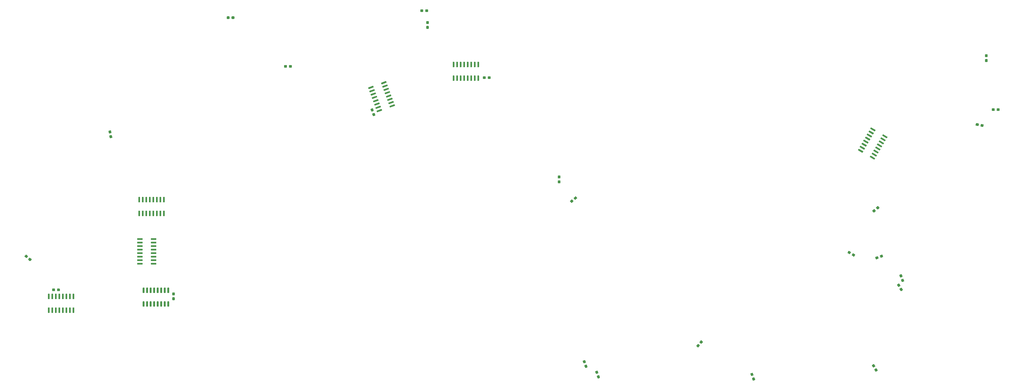
<source format=gbr>
G04 #@! TF.GenerationSoftware,KiCad,Pcbnew,(5.1.2-1)-1*
G04 #@! TF.CreationDate,2023-01-11T17:46:33-05:00*
G04 #@! TF.ProjectId,DrumMachineControlBoard,4472756d-4d61-4636-9869-6e65436f6e74,rev?*
G04 #@! TF.SameCoordinates,Original*
G04 #@! TF.FileFunction,Paste,Top*
G04 #@! TF.FilePolarity,Positive*
%FSLAX46Y46*%
G04 Gerber Fmt 4.6, Leading zero omitted, Abs format (unit mm)*
G04 Created by KiCad (PCBNEW (5.1.2-1)-1) date 2023-01-11 17:46:33*
%MOMM*%
%LPD*%
G04 APERTURE LIST*
%ADD10C,0.100000*%
%ADD11C,0.950000*%
%ADD12C,0.600000*%
G04 APERTURE END LIST*
D10*
G36*
X121445779Y-18516144D02*
G01*
X121468834Y-18519563D01*
X121491443Y-18525227D01*
X121513387Y-18533079D01*
X121534457Y-18543044D01*
X121554448Y-18555026D01*
X121573168Y-18568910D01*
X121590438Y-18584562D01*
X121606090Y-18601832D01*
X121619974Y-18620552D01*
X121631956Y-18640543D01*
X121641921Y-18661613D01*
X121649773Y-18683557D01*
X121655437Y-18706166D01*
X121658856Y-18729221D01*
X121660000Y-18752500D01*
X121660000Y-19227500D01*
X121658856Y-19250779D01*
X121655437Y-19273834D01*
X121649773Y-19296443D01*
X121641921Y-19318387D01*
X121631956Y-19339457D01*
X121619974Y-19359448D01*
X121606090Y-19378168D01*
X121590438Y-19395438D01*
X121573168Y-19411090D01*
X121554448Y-19424974D01*
X121534457Y-19436956D01*
X121513387Y-19446921D01*
X121491443Y-19454773D01*
X121468834Y-19460437D01*
X121445779Y-19463856D01*
X121422500Y-19465000D01*
X120847500Y-19465000D01*
X120824221Y-19463856D01*
X120801166Y-19460437D01*
X120778557Y-19454773D01*
X120756613Y-19446921D01*
X120735543Y-19436956D01*
X120715552Y-19424974D01*
X120696832Y-19411090D01*
X120679562Y-19395438D01*
X120663910Y-19378168D01*
X120650026Y-19359448D01*
X120638044Y-19339457D01*
X120628079Y-19318387D01*
X120620227Y-19296443D01*
X120614563Y-19273834D01*
X120611144Y-19250779D01*
X120610000Y-19227500D01*
X120610000Y-18752500D01*
X120611144Y-18729221D01*
X120614563Y-18706166D01*
X120620227Y-18683557D01*
X120628079Y-18661613D01*
X120638044Y-18640543D01*
X120650026Y-18620552D01*
X120663910Y-18601832D01*
X120679562Y-18584562D01*
X120696832Y-18568910D01*
X120715552Y-18555026D01*
X120735543Y-18543044D01*
X120756613Y-18533079D01*
X120778557Y-18525227D01*
X120801166Y-18519563D01*
X120824221Y-18516144D01*
X120847500Y-18515000D01*
X121422500Y-18515000D01*
X121445779Y-18516144D01*
X121445779Y-18516144D01*
G37*
D11*
X121135000Y-18990000D03*
D10*
G36*
X119695779Y-18516144D02*
G01*
X119718834Y-18519563D01*
X119741443Y-18525227D01*
X119763387Y-18533079D01*
X119784457Y-18543044D01*
X119804448Y-18555026D01*
X119823168Y-18568910D01*
X119840438Y-18584562D01*
X119856090Y-18601832D01*
X119869974Y-18620552D01*
X119881956Y-18640543D01*
X119891921Y-18661613D01*
X119899773Y-18683557D01*
X119905437Y-18706166D01*
X119908856Y-18729221D01*
X119910000Y-18752500D01*
X119910000Y-19227500D01*
X119908856Y-19250779D01*
X119905437Y-19273834D01*
X119899773Y-19296443D01*
X119891921Y-19318387D01*
X119881956Y-19339457D01*
X119869974Y-19359448D01*
X119856090Y-19378168D01*
X119840438Y-19395438D01*
X119823168Y-19411090D01*
X119804448Y-19424974D01*
X119784457Y-19436956D01*
X119763387Y-19446921D01*
X119741443Y-19454773D01*
X119718834Y-19460437D01*
X119695779Y-19463856D01*
X119672500Y-19465000D01*
X119097500Y-19465000D01*
X119074221Y-19463856D01*
X119051166Y-19460437D01*
X119028557Y-19454773D01*
X119006613Y-19446921D01*
X118985543Y-19436956D01*
X118965552Y-19424974D01*
X118946832Y-19411090D01*
X118929562Y-19395438D01*
X118913910Y-19378168D01*
X118900026Y-19359448D01*
X118888044Y-19339457D01*
X118878079Y-19318387D01*
X118870227Y-19296443D01*
X118864563Y-19273834D01*
X118861144Y-19250779D01*
X118860000Y-19227500D01*
X118860000Y-18752500D01*
X118861144Y-18729221D01*
X118864563Y-18706166D01*
X118870227Y-18683557D01*
X118878079Y-18661613D01*
X118888044Y-18640543D01*
X118900026Y-18620552D01*
X118913910Y-18601832D01*
X118929562Y-18584562D01*
X118946832Y-18568910D01*
X118965552Y-18555026D01*
X118985543Y-18543044D01*
X119006613Y-18533079D01*
X119028557Y-18525227D01*
X119051166Y-18519563D01*
X119074221Y-18516144D01*
X119097500Y-18515000D01*
X119672500Y-18515000D01*
X119695779Y-18516144D01*
X119695779Y-18516144D01*
G37*
D11*
X119385000Y-18990000D03*
D10*
G36*
X142125779Y-36046144D02*
G01*
X142148834Y-36049563D01*
X142171443Y-36055227D01*
X142193387Y-36063079D01*
X142214457Y-36073044D01*
X142234448Y-36085026D01*
X142253168Y-36098910D01*
X142270438Y-36114562D01*
X142286090Y-36131832D01*
X142299974Y-36150552D01*
X142311956Y-36170543D01*
X142321921Y-36191613D01*
X142329773Y-36213557D01*
X142335437Y-36236166D01*
X142338856Y-36259221D01*
X142340000Y-36282500D01*
X142340000Y-36757500D01*
X142338856Y-36780779D01*
X142335437Y-36803834D01*
X142329773Y-36826443D01*
X142321921Y-36848387D01*
X142311956Y-36869457D01*
X142299974Y-36889448D01*
X142286090Y-36908168D01*
X142270438Y-36925438D01*
X142253168Y-36941090D01*
X142234448Y-36954974D01*
X142214457Y-36966956D01*
X142193387Y-36976921D01*
X142171443Y-36984773D01*
X142148834Y-36990437D01*
X142125779Y-36993856D01*
X142102500Y-36995000D01*
X141527500Y-36995000D01*
X141504221Y-36993856D01*
X141481166Y-36990437D01*
X141458557Y-36984773D01*
X141436613Y-36976921D01*
X141415543Y-36966956D01*
X141395552Y-36954974D01*
X141376832Y-36941090D01*
X141359562Y-36925438D01*
X141343910Y-36908168D01*
X141330026Y-36889448D01*
X141318044Y-36869457D01*
X141308079Y-36848387D01*
X141300227Y-36826443D01*
X141294563Y-36803834D01*
X141291144Y-36780779D01*
X141290000Y-36757500D01*
X141290000Y-36282500D01*
X141291144Y-36259221D01*
X141294563Y-36236166D01*
X141300227Y-36213557D01*
X141308079Y-36191613D01*
X141318044Y-36170543D01*
X141330026Y-36150552D01*
X141343910Y-36131832D01*
X141359562Y-36114562D01*
X141376832Y-36098910D01*
X141395552Y-36085026D01*
X141415543Y-36073044D01*
X141436613Y-36063079D01*
X141458557Y-36055227D01*
X141481166Y-36049563D01*
X141504221Y-36046144D01*
X141527500Y-36045000D01*
X142102500Y-36045000D01*
X142125779Y-36046144D01*
X142125779Y-36046144D01*
G37*
D11*
X141815000Y-36520000D03*
D10*
G36*
X140375779Y-36046144D02*
G01*
X140398834Y-36049563D01*
X140421443Y-36055227D01*
X140443387Y-36063079D01*
X140464457Y-36073044D01*
X140484448Y-36085026D01*
X140503168Y-36098910D01*
X140520438Y-36114562D01*
X140536090Y-36131832D01*
X140549974Y-36150552D01*
X140561956Y-36170543D01*
X140571921Y-36191613D01*
X140579773Y-36213557D01*
X140585437Y-36236166D01*
X140588856Y-36259221D01*
X140590000Y-36282500D01*
X140590000Y-36757500D01*
X140588856Y-36780779D01*
X140585437Y-36803834D01*
X140579773Y-36826443D01*
X140571921Y-36848387D01*
X140561956Y-36869457D01*
X140549974Y-36889448D01*
X140536090Y-36908168D01*
X140520438Y-36925438D01*
X140503168Y-36941090D01*
X140484448Y-36954974D01*
X140464457Y-36966956D01*
X140443387Y-36976921D01*
X140421443Y-36984773D01*
X140398834Y-36990437D01*
X140375779Y-36993856D01*
X140352500Y-36995000D01*
X139777500Y-36995000D01*
X139754221Y-36993856D01*
X139731166Y-36990437D01*
X139708557Y-36984773D01*
X139686613Y-36976921D01*
X139665543Y-36966956D01*
X139645552Y-36954974D01*
X139626832Y-36941090D01*
X139609562Y-36925438D01*
X139593910Y-36908168D01*
X139580026Y-36889448D01*
X139568044Y-36869457D01*
X139558079Y-36848387D01*
X139550227Y-36826443D01*
X139544563Y-36803834D01*
X139541144Y-36780779D01*
X139540000Y-36757500D01*
X139540000Y-36282500D01*
X139541144Y-36259221D01*
X139544563Y-36236166D01*
X139550227Y-36213557D01*
X139558079Y-36191613D01*
X139568044Y-36170543D01*
X139580026Y-36150552D01*
X139593910Y-36131832D01*
X139609562Y-36114562D01*
X139626832Y-36098910D01*
X139645552Y-36085026D01*
X139665543Y-36073044D01*
X139686613Y-36063079D01*
X139708557Y-36055227D01*
X139731166Y-36049563D01*
X139754221Y-36046144D01*
X139777500Y-36045000D01*
X140352500Y-36045000D01*
X140375779Y-36046144D01*
X140375779Y-36046144D01*
G37*
D11*
X140065000Y-36520000D03*
D10*
G36*
X191235779Y-15996144D02*
G01*
X191258834Y-15999563D01*
X191281443Y-16005227D01*
X191303387Y-16013079D01*
X191324457Y-16023044D01*
X191344448Y-16035026D01*
X191363168Y-16048910D01*
X191380438Y-16064562D01*
X191396090Y-16081832D01*
X191409974Y-16100552D01*
X191421956Y-16120543D01*
X191431921Y-16141613D01*
X191439773Y-16163557D01*
X191445437Y-16186166D01*
X191448856Y-16209221D01*
X191450000Y-16232500D01*
X191450000Y-16707500D01*
X191448856Y-16730779D01*
X191445437Y-16753834D01*
X191439773Y-16776443D01*
X191431921Y-16798387D01*
X191421956Y-16819457D01*
X191409974Y-16839448D01*
X191396090Y-16858168D01*
X191380438Y-16875438D01*
X191363168Y-16891090D01*
X191344448Y-16904974D01*
X191324457Y-16916956D01*
X191303387Y-16926921D01*
X191281443Y-16934773D01*
X191258834Y-16940437D01*
X191235779Y-16943856D01*
X191212500Y-16945000D01*
X190637500Y-16945000D01*
X190614221Y-16943856D01*
X190591166Y-16940437D01*
X190568557Y-16934773D01*
X190546613Y-16926921D01*
X190525543Y-16916956D01*
X190505552Y-16904974D01*
X190486832Y-16891090D01*
X190469562Y-16875438D01*
X190453910Y-16858168D01*
X190440026Y-16839448D01*
X190428044Y-16819457D01*
X190418079Y-16798387D01*
X190410227Y-16776443D01*
X190404563Y-16753834D01*
X190401144Y-16730779D01*
X190400000Y-16707500D01*
X190400000Y-16232500D01*
X190401144Y-16209221D01*
X190404563Y-16186166D01*
X190410227Y-16163557D01*
X190418079Y-16141613D01*
X190428044Y-16120543D01*
X190440026Y-16100552D01*
X190453910Y-16081832D01*
X190469562Y-16064562D01*
X190486832Y-16048910D01*
X190505552Y-16035026D01*
X190525543Y-16023044D01*
X190546613Y-16013079D01*
X190568557Y-16005227D01*
X190591166Y-15999563D01*
X190614221Y-15996144D01*
X190637500Y-15995000D01*
X191212500Y-15995000D01*
X191235779Y-15996144D01*
X191235779Y-15996144D01*
G37*
D11*
X190925000Y-16470000D03*
D10*
G36*
X189485779Y-15996144D02*
G01*
X189508834Y-15999563D01*
X189531443Y-16005227D01*
X189553387Y-16013079D01*
X189574457Y-16023044D01*
X189594448Y-16035026D01*
X189613168Y-16048910D01*
X189630438Y-16064562D01*
X189646090Y-16081832D01*
X189659974Y-16100552D01*
X189671956Y-16120543D01*
X189681921Y-16141613D01*
X189689773Y-16163557D01*
X189695437Y-16186166D01*
X189698856Y-16209221D01*
X189700000Y-16232500D01*
X189700000Y-16707500D01*
X189698856Y-16730779D01*
X189695437Y-16753834D01*
X189689773Y-16776443D01*
X189681921Y-16798387D01*
X189671956Y-16819457D01*
X189659974Y-16839448D01*
X189646090Y-16858168D01*
X189630438Y-16875438D01*
X189613168Y-16891090D01*
X189594448Y-16904974D01*
X189574457Y-16916956D01*
X189553387Y-16926921D01*
X189531443Y-16934773D01*
X189508834Y-16940437D01*
X189485779Y-16943856D01*
X189462500Y-16945000D01*
X188887500Y-16945000D01*
X188864221Y-16943856D01*
X188841166Y-16940437D01*
X188818557Y-16934773D01*
X188796613Y-16926921D01*
X188775543Y-16916956D01*
X188755552Y-16904974D01*
X188736832Y-16891090D01*
X188719562Y-16875438D01*
X188703910Y-16858168D01*
X188690026Y-16839448D01*
X188678044Y-16819457D01*
X188668079Y-16798387D01*
X188660227Y-16776443D01*
X188654563Y-16753834D01*
X188651144Y-16730779D01*
X188650000Y-16707500D01*
X188650000Y-16232500D01*
X188651144Y-16209221D01*
X188654563Y-16186166D01*
X188660227Y-16163557D01*
X188668079Y-16141613D01*
X188678044Y-16120543D01*
X188690026Y-16100552D01*
X188703910Y-16081832D01*
X188719562Y-16064562D01*
X188736832Y-16048910D01*
X188755552Y-16035026D01*
X188775543Y-16023044D01*
X188796613Y-16013079D01*
X188818557Y-16005227D01*
X188841166Y-15999563D01*
X188864221Y-15996144D01*
X188887500Y-15995000D01*
X189462500Y-15995000D01*
X189485779Y-15996144D01*
X189485779Y-15996144D01*
G37*
D11*
X189175000Y-16470000D03*
D10*
G36*
X392840779Y-32171144D02*
G01*
X392863834Y-32174563D01*
X392886443Y-32180227D01*
X392908387Y-32188079D01*
X392929457Y-32198044D01*
X392949448Y-32210026D01*
X392968168Y-32223910D01*
X392985438Y-32239562D01*
X393001090Y-32256832D01*
X393014974Y-32275552D01*
X393026956Y-32295543D01*
X393036921Y-32316613D01*
X393044773Y-32338557D01*
X393050437Y-32361166D01*
X393053856Y-32384221D01*
X393055000Y-32407500D01*
X393055000Y-32982500D01*
X393053856Y-33005779D01*
X393050437Y-33028834D01*
X393044773Y-33051443D01*
X393036921Y-33073387D01*
X393026956Y-33094457D01*
X393014974Y-33114448D01*
X393001090Y-33133168D01*
X392985438Y-33150438D01*
X392968168Y-33166090D01*
X392949448Y-33179974D01*
X392929457Y-33191956D01*
X392908387Y-33201921D01*
X392886443Y-33209773D01*
X392863834Y-33215437D01*
X392840779Y-33218856D01*
X392817500Y-33220000D01*
X392342500Y-33220000D01*
X392319221Y-33218856D01*
X392296166Y-33215437D01*
X392273557Y-33209773D01*
X392251613Y-33201921D01*
X392230543Y-33191956D01*
X392210552Y-33179974D01*
X392191832Y-33166090D01*
X392174562Y-33150438D01*
X392158910Y-33133168D01*
X392145026Y-33114448D01*
X392133044Y-33094457D01*
X392123079Y-33073387D01*
X392115227Y-33051443D01*
X392109563Y-33028834D01*
X392106144Y-33005779D01*
X392105000Y-32982500D01*
X392105000Y-32407500D01*
X392106144Y-32384221D01*
X392109563Y-32361166D01*
X392115227Y-32338557D01*
X392123079Y-32316613D01*
X392133044Y-32295543D01*
X392145026Y-32275552D01*
X392158910Y-32256832D01*
X392174562Y-32239562D01*
X392191832Y-32223910D01*
X392210552Y-32210026D01*
X392230543Y-32198044D01*
X392251613Y-32188079D01*
X392273557Y-32180227D01*
X392296166Y-32174563D01*
X392319221Y-32171144D01*
X392342500Y-32170000D01*
X392817500Y-32170000D01*
X392840779Y-32171144D01*
X392840779Y-32171144D01*
G37*
D11*
X392580000Y-32695000D03*
D10*
G36*
X392840779Y-33921144D02*
G01*
X392863834Y-33924563D01*
X392886443Y-33930227D01*
X392908387Y-33938079D01*
X392929457Y-33948044D01*
X392949448Y-33960026D01*
X392968168Y-33973910D01*
X392985438Y-33989562D01*
X393001090Y-34006832D01*
X393014974Y-34025552D01*
X393026956Y-34045543D01*
X393036921Y-34066613D01*
X393044773Y-34088557D01*
X393050437Y-34111166D01*
X393053856Y-34134221D01*
X393055000Y-34157500D01*
X393055000Y-34732500D01*
X393053856Y-34755779D01*
X393050437Y-34778834D01*
X393044773Y-34801443D01*
X393036921Y-34823387D01*
X393026956Y-34844457D01*
X393014974Y-34864448D01*
X393001090Y-34883168D01*
X392985438Y-34900438D01*
X392968168Y-34916090D01*
X392949448Y-34929974D01*
X392929457Y-34941956D01*
X392908387Y-34951921D01*
X392886443Y-34959773D01*
X392863834Y-34965437D01*
X392840779Y-34968856D01*
X392817500Y-34970000D01*
X392342500Y-34970000D01*
X392319221Y-34968856D01*
X392296166Y-34965437D01*
X392273557Y-34959773D01*
X392251613Y-34951921D01*
X392230543Y-34941956D01*
X392210552Y-34929974D01*
X392191832Y-34916090D01*
X392174562Y-34900438D01*
X392158910Y-34883168D01*
X392145026Y-34864448D01*
X392133044Y-34844457D01*
X392123079Y-34823387D01*
X392115227Y-34801443D01*
X392109563Y-34778834D01*
X392106144Y-34755779D01*
X392105000Y-34732500D01*
X392105000Y-34157500D01*
X392106144Y-34134221D01*
X392109563Y-34111166D01*
X392115227Y-34088557D01*
X392123079Y-34066613D01*
X392133044Y-34045543D01*
X392145026Y-34025552D01*
X392158910Y-34006832D01*
X392174562Y-33989562D01*
X392191832Y-33973910D01*
X392210552Y-33960026D01*
X392230543Y-33948044D01*
X392251613Y-33938079D01*
X392273557Y-33930227D01*
X392296166Y-33924563D01*
X392319221Y-33921144D01*
X392342500Y-33920000D01*
X392817500Y-33920000D01*
X392840779Y-33921144D01*
X392840779Y-33921144D01*
G37*
D11*
X392580000Y-34445000D03*
D10*
G36*
X395390779Y-51666146D02*
G01*
X395413834Y-51669565D01*
X395436443Y-51675229D01*
X395458387Y-51683081D01*
X395479457Y-51693046D01*
X395499448Y-51705028D01*
X395518168Y-51718912D01*
X395535438Y-51734564D01*
X395551090Y-51751834D01*
X395564974Y-51770554D01*
X395576956Y-51790545D01*
X395586921Y-51811615D01*
X395594773Y-51833559D01*
X395600437Y-51856168D01*
X395603856Y-51879223D01*
X395605000Y-51902502D01*
X395605000Y-52377502D01*
X395603856Y-52400781D01*
X395600437Y-52423836D01*
X395594773Y-52446445D01*
X395586921Y-52468389D01*
X395576956Y-52489459D01*
X395564974Y-52509450D01*
X395551090Y-52528170D01*
X395535438Y-52545440D01*
X395518168Y-52561092D01*
X395499448Y-52574976D01*
X395479457Y-52586958D01*
X395458387Y-52596923D01*
X395436443Y-52604775D01*
X395413834Y-52610439D01*
X395390779Y-52613858D01*
X395367500Y-52615002D01*
X394792500Y-52615002D01*
X394769221Y-52613858D01*
X394746166Y-52610439D01*
X394723557Y-52604775D01*
X394701613Y-52596923D01*
X394680543Y-52586958D01*
X394660552Y-52574976D01*
X394641832Y-52561092D01*
X394624562Y-52545440D01*
X394608910Y-52528170D01*
X394595026Y-52509450D01*
X394583044Y-52489459D01*
X394573079Y-52468389D01*
X394565227Y-52446445D01*
X394559563Y-52423836D01*
X394556144Y-52400781D01*
X394555000Y-52377502D01*
X394555000Y-51902502D01*
X394556144Y-51879223D01*
X394559563Y-51856168D01*
X394565227Y-51833559D01*
X394573079Y-51811615D01*
X394583044Y-51790545D01*
X394595026Y-51770554D01*
X394608910Y-51751834D01*
X394624562Y-51734564D01*
X394641832Y-51718912D01*
X394660552Y-51705028D01*
X394680543Y-51693046D01*
X394701613Y-51683081D01*
X394723557Y-51675229D01*
X394746166Y-51669565D01*
X394769221Y-51666146D01*
X394792500Y-51665002D01*
X395367500Y-51665002D01*
X395390779Y-51666146D01*
X395390779Y-51666146D01*
G37*
D11*
X395080000Y-52140002D03*
D10*
G36*
X397140779Y-51666146D02*
G01*
X397163834Y-51669565D01*
X397186443Y-51675229D01*
X397208387Y-51683081D01*
X397229457Y-51693046D01*
X397249448Y-51705028D01*
X397268168Y-51718912D01*
X397285438Y-51734564D01*
X397301090Y-51751834D01*
X397314974Y-51770554D01*
X397326956Y-51790545D01*
X397336921Y-51811615D01*
X397344773Y-51833559D01*
X397350437Y-51856168D01*
X397353856Y-51879223D01*
X397355000Y-51902502D01*
X397355000Y-52377502D01*
X397353856Y-52400781D01*
X397350437Y-52423836D01*
X397344773Y-52446445D01*
X397336921Y-52468389D01*
X397326956Y-52489459D01*
X397314974Y-52509450D01*
X397301090Y-52528170D01*
X397285438Y-52545440D01*
X397268168Y-52561092D01*
X397249448Y-52574976D01*
X397229457Y-52586958D01*
X397208387Y-52596923D01*
X397186443Y-52604775D01*
X397163834Y-52610439D01*
X397140779Y-52613858D01*
X397117500Y-52615002D01*
X396542500Y-52615002D01*
X396519221Y-52613858D01*
X396496166Y-52610439D01*
X396473557Y-52604775D01*
X396451613Y-52596923D01*
X396430543Y-52586958D01*
X396410552Y-52574976D01*
X396391832Y-52561092D01*
X396374562Y-52545440D01*
X396358910Y-52528170D01*
X396345026Y-52509450D01*
X396333044Y-52489459D01*
X396323079Y-52468389D01*
X396315227Y-52446445D01*
X396309563Y-52423836D01*
X396306144Y-52400781D01*
X396305000Y-52377502D01*
X396305000Y-51902502D01*
X396306144Y-51879223D01*
X396309563Y-51856168D01*
X396315227Y-51833559D01*
X396323079Y-51811615D01*
X396333044Y-51790545D01*
X396345026Y-51770554D01*
X396358910Y-51751834D01*
X396374562Y-51734564D01*
X396391832Y-51718912D01*
X396410552Y-51705028D01*
X396430543Y-51693046D01*
X396451613Y-51683081D01*
X396473557Y-51675229D01*
X396496166Y-51669565D01*
X396519221Y-51666146D01*
X396542500Y-51665002D01*
X397117500Y-51665002D01*
X397140779Y-51666146D01*
X397140779Y-51666146D01*
G37*
D11*
X396830000Y-52140002D03*
D10*
G36*
X390807933Y-57311318D02*
G01*
X390831058Y-57314234D01*
X391397323Y-57414082D01*
X391420049Y-57419251D01*
X391442160Y-57426622D01*
X391463442Y-57436125D01*
X391483690Y-57447669D01*
X391502709Y-57461141D01*
X391520315Y-57476413D01*
X391536341Y-57493337D01*
X391550630Y-57511750D01*
X391563045Y-57531475D01*
X391573468Y-57552322D01*
X391581796Y-57574090D01*
X391587951Y-57596570D01*
X391591873Y-57619544D01*
X391593524Y-57642793D01*
X391592889Y-57666092D01*
X391589973Y-57689215D01*
X391507490Y-58156999D01*
X391502321Y-58179726D01*
X391494950Y-58201837D01*
X391485447Y-58223119D01*
X391473903Y-58243367D01*
X391460431Y-58262386D01*
X391445159Y-58279992D01*
X391428236Y-58296017D01*
X391409822Y-58310307D01*
X391390097Y-58322722D01*
X391369250Y-58333144D01*
X391347482Y-58341473D01*
X391325002Y-58347628D01*
X391302028Y-58351550D01*
X391278779Y-58353201D01*
X391255481Y-58352566D01*
X391232356Y-58349650D01*
X390666091Y-58249802D01*
X390643365Y-58244633D01*
X390621254Y-58237262D01*
X390599972Y-58227759D01*
X390579724Y-58216215D01*
X390560705Y-58202743D01*
X390543099Y-58187471D01*
X390527073Y-58170547D01*
X390512784Y-58152134D01*
X390500369Y-58132409D01*
X390489946Y-58111562D01*
X390481618Y-58089794D01*
X390475463Y-58067314D01*
X390471541Y-58044340D01*
X390469890Y-58021091D01*
X390470525Y-57997792D01*
X390473441Y-57974669D01*
X390555924Y-57506885D01*
X390561093Y-57484158D01*
X390568464Y-57462047D01*
X390577967Y-57440765D01*
X390589511Y-57420517D01*
X390602983Y-57401498D01*
X390618255Y-57383892D01*
X390635178Y-57367867D01*
X390653592Y-57353577D01*
X390673317Y-57341162D01*
X390694164Y-57330740D01*
X390715932Y-57322411D01*
X390738412Y-57316256D01*
X390761386Y-57312334D01*
X390784635Y-57310683D01*
X390807933Y-57311318D01*
X390807933Y-57311318D01*
G37*
D11*
X391031707Y-57831942D03*
D10*
G36*
X389084519Y-57007434D02*
G01*
X389107644Y-57010350D01*
X389673909Y-57110198D01*
X389696635Y-57115367D01*
X389718746Y-57122738D01*
X389740028Y-57132241D01*
X389760276Y-57143785D01*
X389779295Y-57157257D01*
X389796901Y-57172529D01*
X389812927Y-57189453D01*
X389827216Y-57207866D01*
X389839631Y-57227591D01*
X389850054Y-57248438D01*
X389858382Y-57270206D01*
X389864537Y-57292686D01*
X389868459Y-57315660D01*
X389870110Y-57338909D01*
X389869475Y-57362208D01*
X389866559Y-57385331D01*
X389784076Y-57853115D01*
X389778907Y-57875842D01*
X389771536Y-57897953D01*
X389762033Y-57919235D01*
X389750489Y-57939483D01*
X389737017Y-57958502D01*
X389721745Y-57976108D01*
X389704822Y-57992133D01*
X389686408Y-58006423D01*
X389666683Y-58018838D01*
X389645836Y-58029260D01*
X389624068Y-58037589D01*
X389601588Y-58043744D01*
X389578614Y-58047666D01*
X389555365Y-58049317D01*
X389532067Y-58048682D01*
X389508942Y-58045766D01*
X388942677Y-57945918D01*
X388919951Y-57940749D01*
X388897840Y-57933378D01*
X388876558Y-57923875D01*
X388856310Y-57912331D01*
X388837291Y-57898859D01*
X388819685Y-57883587D01*
X388803659Y-57866663D01*
X388789370Y-57848250D01*
X388776955Y-57828525D01*
X388766532Y-57807678D01*
X388758204Y-57785910D01*
X388752049Y-57763430D01*
X388748127Y-57740456D01*
X388746476Y-57717207D01*
X388747111Y-57693908D01*
X388750027Y-57670785D01*
X388832510Y-57203001D01*
X388837679Y-57180274D01*
X388845050Y-57158163D01*
X388854553Y-57136881D01*
X388866097Y-57116633D01*
X388879569Y-57097614D01*
X388894841Y-57080008D01*
X388911764Y-57063983D01*
X388930178Y-57049693D01*
X388949903Y-57037278D01*
X388970750Y-57026856D01*
X388992518Y-57018527D01*
X389014998Y-57012372D01*
X389037972Y-57008450D01*
X389061221Y-57006799D01*
X389084519Y-57007434D01*
X389084519Y-57007434D01*
G37*
D11*
X389308293Y-57528058D03*
D10*
G36*
X355024729Y-104384108D02*
G01*
X355047613Y-104388530D01*
X355069953Y-104395174D01*
X355091535Y-104403976D01*
X355112149Y-104414850D01*
X355131599Y-104427693D01*
X355149696Y-104442381D01*
X355166266Y-104458771D01*
X355181150Y-104476707D01*
X355194204Y-104496015D01*
X355205303Y-104516510D01*
X355214340Y-104537994D01*
X355376799Y-104984348D01*
X355383686Y-105006615D01*
X355388358Y-105029449D01*
X355390769Y-105052631D01*
X355390896Y-105075938D01*
X355388738Y-105099145D01*
X355384316Y-105122029D01*
X355377672Y-105144369D01*
X355368870Y-105165950D01*
X355357995Y-105186565D01*
X355345152Y-105206014D01*
X355330465Y-105224111D01*
X355314074Y-105240682D01*
X355296139Y-105255565D01*
X355276830Y-105268620D01*
X355256336Y-105279719D01*
X355234852Y-105288755D01*
X354694529Y-105485417D01*
X354672263Y-105492304D01*
X354649429Y-105496976D01*
X354626246Y-105499387D01*
X354602940Y-105499514D01*
X354579733Y-105497356D01*
X354556849Y-105492934D01*
X354534509Y-105486290D01*
X354512927Y-105477488D01*
X354492313Y-105466614D01*
X354472863Y-105453771D01*
X354454766Y-105439083D01*
X354438196Y-105422693D01*
X354423312Y-105404757D01*
X354410258Y-105385449D01*
X354399159Y-105364954D01*
X354390122Y-105343470D01*
X354227663Y-104897116D01*
X354220776Y-104874849D01*
X354216104Y-104852015D01*
X354213693Y-104828833D01*
X354213566Y-104805526D01*
X354215724Y-104782319D01*
X354220146Y-104759435D01*
X354226790Y-104737095D01*
X354235592Y-104715514D01*
X354246467Y-104694899D01*
X354259310Y-104675450D01*
X354273997Y-104657353D01*
X354290388Y-104640782D01*
X354308323Y-104625899D01*
X354327632Y-104612844D01*
X354348126Y-104601745D01*
X354369610Y-104592709D01*
X354909933Y-104396047D01*
X354932199Y-104389160D01*
X354955033Y-104384488D01*
X354978216Y-104382077D01*
X355001522Y-104381950D01*
X355024729Y-104384108D01*
X355024729Y-104384108D01*
G37*
D11*
X354802231Y-104940732D03*
D10*
G36*
X353380267Y-104982644D02*
G01*
X353403151Y-104987066D01*
X353425491Y-104993710D01*
X353447073Y-105002512D01*
X353467687Y-105013386D01*
X353487137Y-105026229D01*
X353505234Y-105040917D01*
X353521804Y-105057307D01*
X353536688Y-105075243D01*
X353549742Y-105094551D01*
X353560841Y-105115046D01*
X353569878Y-105136530D01*
X353732337Y-105582884D01*
X353739224Y-105605151D01*
X353743896Y-105627985D01*
X353746307Y-105651167D01*
X353746434Y-105674474D01*
X353744276Y-105697681D01*
X353739854Y-105720565D01*
X353733210Y-105742905D01*
X353724408Y-105764486D01*
X353713533Y-105785101D01*
X353700690Y-105804550D01*
X353686003Y-105822647D01*
X353669612Y-105839218D01*
X353651677Y-105854101D01*
X353632368Y-105867156D01*
X353611874Y-105878255D01*
X353590390Y-105887291D01*
X353050067Y-106083953D01*
X353027801Y-106090840D01*
X353004967Y-106095512D01*
X352981784Y-106097923D01*
X352958478Y-106098050D01*
X352935271Y-106095892D01*
X352912387Y-106091470D01*
X352890047Y-106084826D01*
X352868465Y-106076024D01*
X352847851Y-106065150D01*
X352828401Y-106052307D01*
X352810304Y-106037619D01*
X352793734Y-106021229D01*
X352778850Y-106003293D01*
X352765796Y-105983985D01*
X352754697Y-105963490D01*
X352745660Y-105942006D01*
X352583201Y-105495652D01*
X352576314Y-105473385D01*
X352571642Y-105450551D01*
X352569231Y-105427369D01*
X352569104Y-105404062D01*
X352571262Y-105380855D01*
X352575684Y-105357971D01*
X352582328Y-105335631D01*
X352591130Y-105314050D01*
X352602005Y-105293435D01*
X352614848Y-105273986D01*
X352629535Y-105255889D01*
X352645926Y-105239318D01*
X352663861Y-105224435D01*
X352683170Y-105211380D01*
X352703664Y-105200281D01*
X352725148Y-105191245D01*
X353265471Y-104994583D01*
X353287737Y-104987696D01*
X353310571Y-104983024D01*
X353333754Y-104980613D01*
X353357060Y-104980486D01*
X353380267Y-104982644D01*
X353380267Y-104982644D01*
G37*
D11*
X353157769Y-105539268D03*
D10*
G36*
X343102996Y-103047601D02*
G01*
X343125927Y-103051773D01*
X343148338Y-103058173D01*
X343170014Y-103066739D01*
X343190746Y-103077388D01*
X343688710Y-103364888D01*
X343708299Y-103377518D01*
X343726555Y-103392007D01*
X343743303Y-103408216D01*
X343758381Y-103425988D01*
X343771646Y-103445153D01*
X343782967Y-103465526D01*
X343792238Y-103486910D01*
X343799367Y-103509100D01*
X343804288Y-103531881D01*
X343806952Y-103555036D01*
X343807333Y-103578340D01*
X343805428Y-103601569D01*
X343801256Y-103624500D01*
X343794856Y-103646911D01*
X343786290Y-103668587D01*
X343775641Y-103689319D01*
X343538141Y-104100681D01*
X343525511Y-104120269D01*
X343511022Y-104138526D01*
X343494813Y-104155274D01*
X343477041Y-104170352D01*
X343457876Y-104183617D01*
X343437504Y-104194938D01*
X343416119Y-104204209D01*
X343393930Y-104211338D01*
X343371148Y-104216259D01*
X343347993Y-104218922D01*
X343324689Y-104219304D01*
X343301460Y-104217399D01*
X343278529Y-104213227D01*
X343256118Y-104206827D01*
X343234442Y-104198261D01*
X343213710Y-104187612D01*
X342715746Y-103900112D01*
X342696157Y-103887482D01*
X342677901Y-103872993D01*
X342661153Y-103856784D01*
X342646075Y-103839012D01*
X342632810Y-103819847D01*
X342621489Y-103799474D01*
X342612218Y-103778090D01*
X342605089Y-103755900D01*
X342600168Y-103733119D01*
X342597504Y-103709964D01*
X342597123Y-103686660D01*
X342599028Y-103663431D01*
X342603200Y-103640500D01*
X342609600Y-103618089D01*
X342618166Y-103596413D01*
X342628815Y-103575681D01*
X342866315Y-103164319D01*
X342878945Y-103144731D01*
X342893434Y-103126474D01*
X342909643Y-103109726D01*
X342927415Y-103094648D01*
X342946580Y-103081383D01*
X342966952Y-103070062D01*
X342988337Y-103060791D01*
X343010526Y-103053662D01*
X343033308Y-103048741D01*
X343056463Y-103046078D01*
X343079767Y-103045696D01*
X343102996Y-103047601D01*
X343102996Y-103047601D01*
G37*
D11*
X343202228Y-103632500D03*
D10*
G36*
X344618540Y-103922601D02*
G01*
X344641471Y-103926773D01*
X344663882Y-103933173D01*
X344685558Y-103941739D01*
X344706290Y-103952388D01*
X345204254Y-104239888D01*
X345223843Y-104252518D01*
X345242099Y-104267007D01*
X345258847Y-104283216D01*
X345273925Y-104300988D01*
X345287190Y-104320153D01*
X345298511Y-104340526D01*
X345307782Y-104361910D01*
X345314911Y-104384100D01*
X345319832Y-104406881D01*
X345322496Y-104430036D01*
X345322877Y-104453340D01*
X345320972Y-104476569D01*
X345316800Y-104499500D01*
X345310400Y-104521911D01*
X345301834Y-104543587D01*
X345291185Y-104564319D01*
X345053685Y-104975681D01*
X345041055Y-104995269D01*
X345026566Y-105013526D01*
X345010357Y-105030274D01*
X344992585Y-105045352D01*
X344973420Y-105058617D01*
X344953048Y-105069938D01*
X344931663Y-105079209D01*
X344909474Y-105086338D01*
X344886692Y-105091259D01*
X344863537Y-105093922D01*
X344840233Y-105094304D01*
X344817004Y-105092399D01*
X344794073Y-105088227D01*
X344771662Y-105081827D01*
X344749986Y-105073261D01*
X344729254Y-105062612D01*
X344231290Y-104775112D01*
X344211701Y-104762482D01*
X344193445Y-104747993D01*
X344176697Y-104731784D01*
X344161619Y-104714012D01*
X344148354Y-104694847D01*
X344137033Y-104674474D01*
X344127762Y-104653090D01*
X344120633Y-104630900D01*
X344115712Y-104608119D01*
X344113048Y-104584964D01*
X344112667Y-104561660D01*
X344114572Y-104538431D01*
X344118744Y-104515500D01*
X344125144Y-104493089D01*
X344133710Y-104471413D01*
X344144359Y-104450681D01*
X344381859Y-104039319D01*
X344394489Y-104019731D01*
X344408978Y-104001474D01*
X344425187Y-103984726D01*
X344442959Y-103969648D01*
X344462124Y-103956383D01*
X344482496Y-103945062D01*
X344503881Y-103935791D01*
X344526070Y-103928662D01*
X344548852Y-103923741D01*
X344572007Y-103921078D01*
X344595311Y-103920696D01*
X344618540Y-103922601D01*
X344618540Y-103922601D01*
G37*
D11*
X344717772Y-104507500D03*
D10*
G36*
X362557681Y-113085724D02*
G01*
X362580565Y-113090146D01*
X362602905Y-113096790D01*
X362624486Y-113105592D01*
X362645101Y-113116467D01*
X362664550Y-113129310D01*
X362682647Y-113143997D01*
X362699218Y-113160388D01*
X362714101Y-113178323D01*
X362727156Y-113197632D01*
X362738255Y-113218126D01*
X362747291Y-113239610D01*
X362943953Y-113779933D01*
X362950840Y-113802199D01*
X362955512Y-113825033D01*
X362957923Y-113848216D01*
X362958050Y-113871522D01*
X362955892Y-113894729D01*
X362951470Y-113917613D01*
X362944826Y-113939953D01*
X362936024Y-113961535D01*
X362925150Y-113982149D01*
X362912307Y-114001599D01*
X362897619Y-114019696D01*
X362881229Y-114036266D01*
X362863293Y-114051150D01*
X362843985Y-114064204D01*
X362823490Y-114075303D01*
X362802006Y-114084340D01*
X362355652Y-114246799D01*
X362333385Y-114253686D01*
X362310551Y-114258358D01*
X362287369Y-114260769D01*
X362264062Y-114260896D01*
X362240855Y-114258738D01*
X362217971Y-114254316D01*
X362195631Y-114247672D01*
X362174050Y-114238870D01*
X362153435Y-114227995D01*
X362133986Y-114215152D01*
X362115889Y-114200465D01*
X362099318Y-114184074D01*
X362084435Y-114166139D01*
X362071380Y-114146830D01*
X362060281Y-114126336D01*
X362051245Y-114104852D01*
X361854583Y-113564529D01*
X361847696Y-113542263D01*
X361843024Y-113519429D01*
X361840613Y-113496246D01*
X361840486Y-113472940D01*
X361842644Y-113449733D01*
X361847066Y-113426849D01*
X361853710Y-113404509D01*
X361862512Y-113382927D01*
X361873386Y-113362313D01*
X361886229Y-113342863D01*
X361900917Y-113324766D01*
X361917307Y-113308196D01*
X361935243Y-113293312D01*
X361954551Y-113280258D01*
X361975046Y-113269159D01*
X361996530Y-113260122D01*
X362442884Y-113097663D01*
X362465151Y-113090776D01*
X362487985Y-113086104D01*
X362511167Y-113083693D01*
X362534474Y-113083566D01*
X362557681Y-113085724D01*
X362557681Y-113085724D01*
G37*
D11*
X362399268Y-113672231D03*
D10*
G36*
X361959145Y-111441262D02*
G01*
X361982029Y-111445684D01*
X362004369Y-111452328D01*
X362025950Y-111461130D01*
X362046565Y-111472005D01*
X362066014Y-111484848D01*
X362084111Y-111499535D01*
X362100682Y-111515926D01*
X362115565Y-111533861D01*
X362128620Y-111553170D01*
X362139719Y-111573664D01*
X362148755Y-111595148D01*
X362345417Y-112135471D01*
X362352304Y-112157737D01*
X362356976Y-112180571D01*
X362359387Y-112203754D01*
X362359514Y-112227060D01*
X362357356Y-112250267D01*
X362352934Y-112273151D01*
X362346290Y-112295491D01*
X362337488Y-112317073D01*
X362326614Y-112337687D01*
X362313771Y-112357137D01*
X362299083Y-112375234D01*
X362282693Y-112391804D01*
X362264757Y-112406688D01*
X362245449Y-112419742D01*
X362224954Y-112430841D01*
X362203470Y-112439878D01*
X361757116Y-112602337D01*
X361734849Y-112609224D01*
X361712015Y-112613896D01*
X361688833Y-112616307D01*
X361665526Y-112616434D01*
X361642319Y-112614276D01*
X361619435Y-112609854D01*
X361597095Y-112603210D01*
X361575514Y-112594408D01*
X361554899Y-112583533D01*
X361535450Y-112570690D01*
X361517353Y-112556003D01*
X361500782Y-112539612D01*
X361485899Y-112521677D01*
X361472844Y-112502368D01*
X361461745Y-112481874D01*
X361452709Y-112460390D01*
X361256047Y-111920067D01*
X361249160Y-111897801D01*
X361244488Y-111874967D01*
X361242077Y-111851784D01*
X361241950Y-111828478D01*
X361244108Y-111805271D01*
X361248530Y-111782387D01*
X361255174Y-111760047D01*
X361263976Y-111738465D01*
X361274850Y-111717851D01*
X361287693Y-111698401D01*
X361302381Y-111680304D01*
X361318771Y-111663734D01*
X361336707Y-111648850D01*
X361356015Y-111635796D01*
X361376510Y-111624697D01*
X361397994Y-111615660D01*
X361844348Y-111453201D01*
X361866615Y-111446314D01*
X361889449Y-111441642D01*
X361912631Y-111439231D01*
X361935938Y-111439104D01*
X361959145Y-111441262D01*
X361959145Y-111441262D01*
G37*
D11*
X361800732Y-112027769D03*
D10*
G36*
X361092643Y-114799465D02*
G01*
X361115798Y-114802128D01*
X361138580Y-114807049D01*
X361160769Y-114814178D01*
X361182154Y-114823449D01*
X361202526Y-114834770D01*
X361221691Y-114848035D01*
X361239463Y-114863113D01*
X361255672Y-114879861D01*
X361270161Y-114898118D01*
X361282791Y-114917706D01*
X361570291Y-115415670D01*
X361580940Y-115436402D01*
X361589506Y-115458078D01*
X361595906Y-115480489D01*
X361600078Y-115503420D01*
X361601983Y-115526649D01*
X361601602Y-115549953D01*
X361598938Y-115573108D01*
X361594017Y-115595889D01*
X361586888Y-115618079D01*
X361577617Y-115639463D01*
X361566296Y-115659836D01*
X361553031Y-115679001D01*
X361537953Y-115696773D01*
X361521205Y-115712982D01*
X361502949Y-115727471D01*
X361483360Y-115740101D01*
X361071998Y-115977601D01*
X361051266Y-115988250D01*
X361029590Y-115996816D01*
X361007179Y-116003216D01*
X360984248Y-116007388D01*
X360961019Y-116009293D01*
X360937715Y-116008911D01*
X360914560Y-116006248D01*
X360891778Y-116001327D01*
X360869589Y-115994198D01*
X360848204Y-115984927D01*
X360827832Y-115973606D01*
X360808667Y-115960341D01*
X360790895Y-115945263D01*
X360774686Y-115928515D01*
X360760197Y-115910258D01*
X360747567Y-115890670D01*
X360460067Y-115392706D01*
X360449418Y-115371974D01*
X360440852Y-115350298D01*
X360434452Y-115327887D01*
X360430280Y-115304956D01*
X360428375Y-115281727D01*
X360428756Y-115258423D01*
X360431420Y-115235268D01*
X360436341Y-115212487D01*
X360443470Y-115190297D01*
X360452741Y-115168913D01*
X360464062Y-115148540D01*
X360477327Y-115129375D01*
X360492405Y-115111603D01*
X360509153Y-115095394D01*
X360527409Y-115080905D01*
X360546998Y-115068275D01*
X360958360Y-114830775D01*
X360979092Y-114820126D01*
X361000768Y-114811560D01*
X361023179Y-114805160D01*
X361046110Y-114800988D01*
X361069339Y-114799083D01*
X361092643Y-114799465D01*
X361092643Y-114799465D01*
G37*
D11*
X361015179Y-115404188D03*
D10*
G36*
X361967643Y-116315009D02*
G01*
X361990798Y-116317672D01*
X362013580Y-116322593D01*
X362035769Y-116329722D01*
X362057154Y-116338993D01*
X362077526Y-116350314D01*
X362096691Y-116363579D01*
X362114463Y-116378657D01*
X362130672Y-116395405D01*
X362145161Y-116413662D01*
X362157791Y-116433250D01*
X362445291Y-116931214D01*
X362455940Y-116951946D01*
X362464506Y-116973622D01*
X362470906Y-116996033D01*
X362475078Y-117018964D01*
X362476983Y-117042193D01*
X362476602Y-117065497D01*
X362473938Y-117088652D01*
X362469017Y-117111433D01*
X362461888Y-117133623D01*
X362452617Y-117155007D01*
X362441296Y-117175380D01*
X362428031Y-117194545D01*
X362412953Y-117212317D01*
X362396205Y-117228526D01*
X362377949Y-117243015D01*
X362358360Y-117255645D01*
X361946998Y-117493145D01*
X361926266Y-117503794D01*
X361904590Y-117512360D01*
X361882179Y-117518760D01*
X361859248Y-117522932D01*
X361836019Y-117524837D01*
X361812715Y-117524455D01*
X361789560Y-117521792D01*
X361766778Y-117516871D01*
X361744589Y-117509742D01*
X361723204Y-117500471D01*
X361702832Y-117489150D01*
X361683667Y-117475885D01*
X361665895Y-117460807D01*
X361649686Y-117444059D01*
X361635197Y-117425802D01*
X361622567Y-117406214D01*
X361335067Y-116908250D01*
X361324418Y-116887518D01*
X361315852Y-116865842D01*
X361309452Y-116843431D01*
X361305280Y-116820500D01*
X361303375Y-116797271D01*
X361303756Y-116773967D01*
X361306420Y-116750812D01*
X361311341Y-116728031D01*
X361318470Y-116705841D01*
X361327741Y-116684457D01*
X361339062Y-116664084D01*
X361352327Y-116644919D01*
X361367405Y-116627147D01*
X361384153Y-116610938D01*
X361402409Y-116596449D01*
X361421998Y-116583819D01*
X361833360Y-116346319D01*
X361854092Y-116335670D01*
X361875768Y-116327104D01*
X361898179Y-116320704D01*
X361921110Y-116316532D01*
X361944339Y-116314627D01*
X361967643Y-116315009D01*
X361967643Y-116315009D01*
G37*
D11*
X361890179Y-116919732D03*
D10*
G36*
X308279145Y-146961262D02*
G01*
X308302029Y-146965684D01*
X308324369Y-146972328D01*
X308345950Y-146981130D01*
X308366565Y-146992005D01*
X308386014Y-147004848D01*
X308404111Y-147019535D01*
X308420682Y-147035926D01*
X308435565Y-147053861D01*
X308448620Y-147073170D01*
X308459719Y-147093664D01*
X308468755Y-147115148D01*
X308665417Y-147655471D01*
X308672304Y-147677737D01*
X308676976Y-147700571D01*
X308679387Y-147723754D01*
X308679514Y-147747060D01*
X308677356Y-147770267D01*
X308672934Y-147793151D01*
X308666290Y-147815491D01*
X308657488Y-147837073D01*
X308646614Y-147857687D01*
X308633771Y-147877137D01*
X308619083Y-147895234D01*
X308602693Y-147911804D01*
X308584757Y-147926688D01*
X308565449Y-147939742D01*
X308544954Y-147950841D01*
X308523470Y-147959878D01*
X308077116Y-148122337D01*
X308054849Y-148129224D01*
X308032015Y-148133896D01*
X308008833Y-148136307D01*
X307985526Y-148136434D01*
X307962319Y-148134276D01*
X307939435Y-148129854D01*
X307917095Y-148123210D01*
X307895514Y-148114408D01*
X307874899Y-148103533D01*
X307855450Y-148090690D01*
X307837353Y-148076003D01*
X307820782Y-148059612D01*
X307805899Y-148041677D01*
X307792844Y-148022368D01*
X307781745Y-148001874D01*
X307772709Y-147980390D01*
X307576047Y-147440067D01*
X307569160Y-147417801D01*
X307564488Y-147394967D01*
X307562077Y-147371784D01*
X307561950Y-147348478D01*
X307564108Y-147325271D01*
X307568530Y-147302387D01*
X307575174Y-147280047D01*
X307583976Y-147258465D01*
X307594850Y-147237851D01*
X307607693Y-147218401D01*
X307622381Y-147200304D01*
X307638771Y-147183734D01*
X307656707Y-147168850D01*
X307676015Y-147155796D01*
X307696510Y-147144697D01*
X307717994Y-147135660D01*
X308164348Y-146973201D01*
X308186615Y-146966314D01*
X308209449Y-146961642D01*
X308232631Y-146959231D01*
X308255938Y-146959104D01*
X308279145Y-146961262D01*
X308279145Y-146961262D01*
G37*
D11*
X308120732Y-147547769D03*
D10*
G36*
X308877681Y-148605724D02*
G01*
X308900565Y-148610146D01*
X308922905Y-148616790D01*
X308944486Y-148625592D01*
X308965101Y-148636467D01*
X308984550Y-148649310D01*
X309002647Y-148663997D01*
X309019218Y-148680388D01*
X309034101Y-148698323D01*
X309047156Y-148717632D01*
X309058255Y-148738126D01*
X309067291Y-148759610D01*
X309263953Y-149299933D01*
X309270840Y-149322199D01*
X309275512Y-149345033D01*
X309277923Y-149368216D01*
X309278050Y-149391522D01*
X309275892Y-149414729D01*
X309271470Y-149437613D01*
X309264826Y-149459953D01*
X309256024Y-149481535D01*
X309245150Y-149502149D01*
X309232307Y-149521599D01*
X309217619Y-149539696D01*
X309201229Y-149556266D01*
X309183293Y-149571150D01*
X309163985Y-149584204D01*
X309143490Y-149595303D01*
X309122006Y-149604340D01*
X308675652Y-149766799D01*
X308653385Y-149773686D01*
X308630551Y-149778358D01*
X308607369Y-149780769D01*
X308584062Y-149780896D01*
X308560855Y-149778738D01*
X308537971Y-149774316D01*
X308515631Y-149767672D01*
X308494050Y-149758870D01*
X308473435Y-149747995D01*
X308453986Y-149735152D01*
X308435889Y-149720465D01*
X308419318Y-149704074D01*
X308404435Y-149686139D01*
X308391380Y-149666830D01*
X308380281Y-149646336D01*
X308371245Y-149624852D01*
X308174583Y-149084529D01*
X308167696Y-149062263D01*
X308163024Y-149039429D01*
X308160613Y-149016246D01*
X308160486Y-148992940D01*
X308162644Y-148969733D01*
X308167066Y-148946849D01*
X308173710Y-148924509D01*
X308182512Y-148902927D01*
X308193386Y-148882313D01*
X308206229Y-148862863D01*
X308220917Y-148844766D01*
X308237307Y-148828196D01*
X308255243Y-148813312D01*
X308274551Y-148800258D01*
X308295046Y-148789159D01*
X308316530Y-148780122D01*
X308762884Y-148617663D01*
X308785151Y-148610776D01*
X308807985Y-148606104D01*
X308831167Y-148603693D01*
X308854474Y-148603566D01*
X308877681Y-148605724D01*
X308877681Y-148605724D01*
G37*
D11*
X308719268Y-149192231D03*
D10*
G36*
X288746283Y-136601301D02*
G01*
X288769299Y-136604972D01*
X288791845Y-136610881D01*
X288813702Y-136618972D01*
X288834662Y-136629166D01*
X288854521Y-136641366D01*
X288873089Y-136655453D01*
X289236960Y-136960777D01*
X289254058Y-136976617D01*
X289269521Y-136994056D01*
X289283200Y-137012927D01*
X289294963Y-137033048D01*
X289304698Y-137054225D01*
X289312310Y-137076254D01*
X289317726Y-137098923D01*
X289320894Y-137122014D01*
X289321784Y-137145304D01*
X289320386Y-137168569D01*
X289316715Y-137191585D01*
X289310806Y-137214131D01*
X289302715Y-137235988D01*
X289292521Y-137256948D01*
X289280321Y-137276807D01*
X289266234Y-137295375D01*
X288896631Y-137735851D01*
X288880791Y-137752949D01*
X288863352Y-137768412D01*
X288844481Y-137782091D01*
X288824360Y-137793854D01*
X288803184Y-137803589D01*
X288781154Y-137811201D01*
X288758485Y-137816617D01*
X288735395Y-137819785D01*
X288712104Y-137820675D01*
X288688839Y-137819277D01*
X288665823Y-137815606D01*
X288643277Y-137809697D01*
X288621420Y-137801606D01*
X288600460Y-137791412D01*
X288580601Y-137779212D01*
X288562033Y-137765125D01*
X288198162Y-137459801D01*
X288181064Y-137443961D01*
X288165601Y-137426522D01*
X288151922Y-137407651D01*
X288140159Y-137387530D01*
X288130424Y-137366353D01*
X288122812Y-137344324D01*
X288117396Y-137321655D01*
X288114228Y-137298564D01*
X288113338Y-137275274D01*
X288114736Y-137252009D01*
X288118407Y-137228993D01*
X288124316Y-137206447D01*
X288132407Y-137184590D01*
X288142601Y-137163630D01*
X288154801Y-137143771D01*
X288168888Y-137125203D01*
X288538491Y-136684727D01*
X288554331Y-136667629D01*
X288571770Y-136652166D01*
X288590641Y-136638487D01*
X288610762Y-136626724D01*
X288631938Y-136616989D01*
X288653968Y-136609377D01*
X288676637Y-136603961D01*
X288699727Y-136600793D01*
X288723018Y-136599903D01*
X288746283Y-136601301D01*
X288746283Y-136601301D01*
G37*
D11*
X288717561Y-137210289D03*
D10*
G36*
X289871161Y-135260723D02*
G01*
X289894177Y-135264394D01*
X289916723Y-135270303D01*
X289938580Y-135278394D01*
X289959540Y-135288588D01*
X289979399Y-135300788D01*
X289997967Y-135314875D01*
X290361838Y-135620199D01*
X290378936Y-135636039D01*
X290394399Y-135653478D01*
X290408078Y-135672349D01*
X290419841Y-135692470D01*
X290429576Y-135713647D01*
X290437188Y-135735676D01*
X290442604Y-135758345D01*
X290445772Y-135781436D01*
X290446662Y-135804726D01*
X290445264Y-135827991D01*
X290441593Y-135851007D01*
X290435684Y-135873553D01*
X290427593Y-135895410D01*
X290417399Y-135916370D01*
X290405199Y-135936229D01*
X290391112Y-135954797D01*
X290021509Y-136395273D01*
X290005669Y-136412371D01*
X289988230Y-136427834D01*
X289969359Y-136441513D01*
X289949238Y-136453276D01*
X289928062Y-136463011D01*
X289906032Y-136470623D01*
X289883363Y-136476039D01*
X289860273Y-136479207D01*
X289836982Y-136480097D01*
X289813717Y-136478699D01*
X289790701Y-136475028D01*
X289768155Y-136469119D01*
X289746298Y-136461028D01*
X289725338Y-136450834D01*
X289705479Y-136438634D01*
X289686911Y-136424547D01*
X289323040Y-136119223D01*
X289305942Y-136103383D01*
X289290479Y-136085944D01*
X289276800Y-136067073D01*
X289265037Y-136046952D01*
X289255302Y-136025775D01*
X289247690Y-136003746D01*
X289242274Y-135981077D01*
X289239106Y-135957986D01*
X289238216Y-135934696D01*
X289239614Y-135911431D01*
X289243285Y-135888415D01*
X289249194Y-135865869D01*
X289257285Y-135844012D01*
X289267479Y-135823052D01*
X289279679Y-135803193D01*
X289293766Y-135784625D01*
X289663369Y-135344149D01*
X289679209Y-135327051D01*
X289696648Y-135311588D01*
X289715519Y-135297909D01*
X289735640Y-135286146D01*
X289756816Y-135276411D01*
X289778846Y-135268799D01*
X289801515Y-135263383D01*
X289824605Y-135260215D01*
X289847896Y-135259325D01*
X289871161Y-135260723D01*
X289871161Y-135260723D01*
G37*
D11*
X289842439Y-135869711D03*
D10*
G36*
X238900779Y-77631144D02*
G01*
X238923834Y-77634563D01*
X238946443Y-77640227D01*
X238968387Y-77648079D01*
X238989457Y-77658044D01*
X239009448Y-77670026D01*
X239028168Y-77683910D01*
X239045438Y-77699562D01*
X239061090Y-77716832D01*
X239074974Y-77735552D01*
X239086956Y-77755543D01*
X239096921Y-77776613D01*
X239104773Y-77798557D01*
X239110437Y-77821166D01*
X239113856Y-77844221D01*
X239115000Y-77867500D01*
X239115000Y-78442500D01*
X239113856Y-78465779D01*
X239110437Y-78488834D01*
X239104773Y-78511443D01*
X239096921Y-78533387D01*
X239086956Y-78554457D01*
X239074974Y-78574448D01*
X239061090Y-78593168D01*
X239045438Y-78610438D01*
X239028168Y-78626090D01*
X239009448Y-78639974D01*
X238989457Y-78651956D01*
X238968387Y-78661921D01*
X238946443Y-78669773D01*
X238923834Y-78675437D01*
X238900779Y-78678856D01*
X238877500Y-78680000D01*
X238402500Y-78680000D01*
X238379221Y-78678856D01*
X238356166Y-78675437D01*
X238333557Y-78669773D01*
X238311613Y-78661921D01*
X238290543Y-78651956D01*
X238270552Y-78639974D01*
X238251832Y-78626090D01*
X238234562Y-78610438D01*
X238218910Y-78593168D01*
X238205026Y-78574448D01*
X238193044Y-78554457D01*
X238183079Y-78533387D01*
X238175227Y-78511443D01*
X238169563Y-78488834D01*
X238166144Y-78465779D01*
X238165000Y-78442500D01*
X238165000Y-77867500D01*
X238166144Y-77844221D01*
X238169563Y-77821166D01*
X238175227Y-77798557D01*
X238183079Y-77776613D01*
X238193044Y-77755543D01*
X238205026Y-77735552D01*
X238218910Y-77716832D01*
X238234562Y-77699562D01*
X238251832Y-77683910D01*
X238270552Y-77670026D01*
X238290543Y-77658044D01*
X238311613Y-77648079D01*
X238333557Y-77640227D01*
X238356166Y-77634563D01*
X238379221Y-77631144D01*
X238402500Y-77630000D01*
X238877500Y-77630000D01*
X238900779Y-77631144D01*
X238900779Y-77631144D01*
G37*
D11*
X238640000Y-78155000D03*
D10*
G36*
X238900779Y-75881144D02*
G01*
X238923834Y-75884563D01*
X238946443Y-75890227D01*
X238968387Y-75898079D01*
X238989457Y-75908044D01*
X239009448Y-75920026D01*
X239028168Y-75933910D01*
X239045438Y-75949562D01*
X239061090Y-75966832D01*
X239074974Y-75985552D01*
X239086956Y-76005543D01*
X239096921Y-76026613D01*
X239104773Y-76048557D01*
X239110437Y-76071166D01*
X239113856Y-76094221D01*
X239115000Y-76117500D01*
X239115000Y-76692500D01*
X239113856Y-76715779D01*
X239110437Y-76738834D01*
X239104773Y-76761443D01*
X239096921Y-76783387D01*
X239086956Y-76804457D01*
X239074974Y-76824448D01*
X239061090Y-76843168D01*
X239045438Y-76860438D01*
X239028168Y-76876090D01*
X239009448Y-76889974D01*
X238989457Y-76901956D01*
X238968387Y-76911921D01*
X238946443Y-76919773D01*
X238923834Y-76925437D01*
X238900779Y-76928856D01*
X238877500Y-76930000D01*
X238402500Y-76930000D01*
X238379221Y-76928856D01*
X238356166Y-76925437D01*
X238333557Y-76919773D01*
X238311613Y-76911921D01*
X238290543Y-76901956D01*
X238270552Y-76889974D01*
X238251832Y-76876090D01*
X238234562Y-76860438D01*
X238218910Y-76843168D01*
X238205026Y-76824448D01*
X238193044Y-76804457D01*
X238183079Y-76783387D01*
X238175227Y-76761443D01*
X238169563Y-76738834D01*
X238166144Y-76715779D01*
X238165000Y-76692500D01*
X238165000Y-76117500D01*
X238166144Y-76094221D01*
X238169563Y-76071166D01*
X238175227Y-76048557D01*
X238183079Y-76026613D01*
X238193044Y-76005543D01*
X238205026Y-75985552D01*
X238218910Y-75966832D01*
X238234562Y-75949562D01*
X238251832Y-75933910D01*
X238270552Y-75920026D01*
X238290543Y-75908044D01*
X238311613Y-75898079D01*
X238333557Y-75890227D01*
X238356166Y-75884563D01*
X238379221Y-75881144D01*
X238402500Y-75880000D01*
X238877500Y-75880000D01*
X238900779Y-75881144D01*
X238900779Y-75881144D01*
G37*
D11*
X238640000Y-76405000D03*
D10*
G36*
X243273179Y-84510248D02*
G01*
X243296269Y-84513416D01*
X243318938Y-84518832D01*
X243340968Y-84526444D01*
X243362144Y-84536179D01*
X243382265Y-84547942D01*
X243401136Y-84561621D01*
X243418575Y-84577084D01*
X243434415Y-84594182D01*
X243739739Y-84958053D01*
X243753826Y-84976621D01*
X243766026Y-84996480D01*
X243776220Y-85017440D01*
X243784311Y-85039297D01*
X243790220Y-85061843D01*
X243793891Y-85084859D01*
X243795289Y-85108124D01*
X243794399Y-85131414D01*
X243791231Y-85154505D01*
X243785815Y-85177174D01*
X243778203Y-85199203D01*
X243768468Y-85220380D01*
X243756705Y-85240501D01*
X243743026Y-85259372D01*
X243727563Y-85276811D01*
X243710465Y-85292651D01*
X243269989Y-85662254D01*
X243251421Y-85676341D01*
X243231562Y-85688541D01*
X243210602Y-85698735D01*
X243188745Y-85706826D01*
X243166199Y-85712735D01*
X243143183Y-85716406D01*
X243119918Y-85717804D01*
X243096627Y-85716914D01*
X243073537Y-85713746D01*
X243050868Y-85708330D01*
X243028838Y-85700718D01*
X243007662Y-85690983D01*
X242987541Y-85679220D01*
X242968670Y-85665541D01*
X242951231Y-85650078D01*
X242935391Y-85632980D01*
X242630067Y-85269109D01*
X242615980Y-85250541D01*
X242603780Y-85230682D01*
X242593586Y-85209722D01*
X242585495Y-85187865D01*
X242579586Y-85165319D01*
X242575915Y-85142303D01*
X242574517Y-85119038D01*
X242575407Y-85095748D01*
X242578575Y-85072657D01*
X242583991Y-85049988D01*
X242591603Y-85027959D01*
X242601338Y-85006782D01*
X242613101Y-84986661D01*
X242626780Y-84967790D01*
X242642243Y-84950351D01*
X242659341Y-84934511D01*
X243099817Y-84564908D01*
X243118385Y-84550821D01*
X243138244Y-84538621D01*
X243159204Y-84528427D01*
X243181061Y-84520336D01*
X243203607Y-84514427D01*
X243226623Y-84510756D01*
X243249888Y-84509358D01*
X243273179Y-84510248D01*
X243273179Y-84510248D01*
G37*
D11*
X243184903Y-85113581D03*
D10*
G36*
X244613757Y-83385370D02*
G01*
X244636847Y-83388538D01*
X244659516Y-83393954D01*
X244681546Y-83401566D01*
X244702722Y-83411301D01*
X244722843Y-83423064D01*
X244741714Y-83436743D01*
X244759153Y-83452206D01*
X244774993Y-83469304D01*
X245080317Y-83833175D01*
X245094404Y-83851743D01*
X245106604Y-83871602D01*
X245116798Y-83892562D01*
X245124889Y-83914419D01*
X245130798Y-83936965D01*
X245134469Y-83959981D01*
X245135867Y-83983246D01*
X245134977Y-84006536D01*
X245131809Y-84029627D01*
X245126393Y-84052296D01*
X245118781Y-84074325D01*
X245109046Y-84095502D01*
X245097283Y-84115623D01*
X245083604Y-84134494D01*
X245068141Y-84151933D01*
X245051043Y-84167773D01*
X244610567Y-84537376D01*
X244591999Y-84551463D01*
X244572140Y-84563663D01*
X244551180Y-84573857D01*
X244529323Y-84581948D01*
X244506777Y-84587857D01*
X244483761Y-84591528D01*
X244460496Y-84592926D01*
X244437205Y-84592036D01*
X244414115Y-84588868D01*
X244391446Y-84583452D01*
X244369416Y-84575840D01*
X244348240Y-84566105D01*
X244328119Y-84554342D01*
X244309248Y-84540663D01*
X244291809Y-84525200D01*
X244275969Y-84508102D01*
X243970645Y-84144231D01*
X243956558Y-84125663D01*
X243944358Y-84105804D01*
X243934164Y-84084844D01*
X243926073Y-84062987D01*
X243920164Y-84040441D01*
X243916493Y-84017425D01*
X243915095Y-83994160D01*
X243915985Y-83970870D01*
X243919153Y-83947779D01*
X243924569Y-83925110D01*
X243932181Y-83903081D01*
X243941916Y-83881904D01*
X243953679Y-83861783D01*
X243967358Y-83842912D01*
X243982821Y-83825473D01*
X243999919Y-83809633D01*
X244440395Y-83440030D01*
X244458963Y-83425943D01*
X244478822Y-83413743D01*
X244499782Y-83403549D01*
X244521639Y-83395458D01*
X244544185Y-83389549D01*
X244567201Y-83385878D01*
X244590466Y-83384480D01*
X244613757Y-83385370D01*
X244613757Y-83385370D01*
G37*
D11*
X244525481Y-83988703D03*
D10*
G36*
X248487681Y-144035724D02*
G01*
X248510565Y-144040146D01*
X248532905Y-144046790D01*
X248554486Y-144055592D01*
X248575101Y-144066467D01*
X248594550Y-144079310D01*
X248612647Y-144093997D01*
X248629218Y-144110388D01*
X248644101Y-144128323D01*
X248657156Y-144147632D01*
X248668255Y-144168126D01*
X248677291Y-144189610D01*
X248873953Y-144729933D01*
X248880840Y-144752199D01*
X248885512Y-144775033D01*
X248887923Y-144798216D01*
X248888050Y-144821522D01*
X248885892Y-144844729D01*
X248881470Y-144867613D01*
X248874826Y-144889953D01*
X248866024Y-144911535D01*
X248855150Y-144932149D01*
X248842307Y-144951599D01*
X248827619Y-144969696D01*
X248811229Y-144986266D01*
X248793293Y-145001150D01*
X248773985Y-145014204D01*
X248753490Y-145025303D01*
X248732006Y-145034340D01*
X248285652Y-145196799D01*
X248263385Y-145203686D01*
X248240551Y-145208358D01*
X248217369Y-145210769D01*
X248194062Y-145210896D01*
X248170855Y-145208738D01*
X248147971Y-145204316D01*
X248125631Y-145197672D01*
X248104050Y-145188870D01*
X248083435Y-145177995D01*
X248063986Y-145165152D01*
X248045889Y-145150465D01*
X248029318Y-145134074D01*
X248014435Y-145116139D01*
X248001380Y-145096830D01*
X247990281Y-145076336D01*
X247981245Y-145054852D01*
X247784583Y-144514529D01*
X247777696Y-144492263D01*
X247773024Y-144469429D01*
X247770613Y-144446246D01*
X247770486Y-144422940D01*
X247772644Y-144399733D01*
X247777066Y-144376849D01*
X247783710Y-144354509D01*
X247792512Y-144332927D01*
X247803386Y-144312313D01*
X247816229Y-144292863D01*
X247830917Y-144274766D01*
X247847307Y-144258196D01*
X247865243Y-144243312D01*
X247884551Y-144230258D01*
X247905046Y-144219159D01*
X247926530Y-144210122D01*
X248372884Y-144047663D01*
X248395151Y-144040776D01*
X248417985Y-144036104D01*
X248441167Y-144033693D01*
X248464474Y-144033566D01*
X248487681Y-144035724D01*
X248487681Y-144035724D01*
G37*
D11*
X248329268Y-144622231D03*
D10*
G36*
X247889145Y-142391262D02*
G01*
X247912029Y-142395684D01*
X247934369Y-142402328D01*
X247955950Y-142411130D01*
X247976565Y-142422005D01*
X247996014Y-142434848D01*
X248014111Y-142449535D01*
X248030682Y-142465926D01*
X248045565Y-142483861D01*
X248058620Y-142503170D01*
X248069719Y-142523664D01*
X248078755Y-142545148D01*
X248275417Y-143085471D01*
X248282304Y-143107737D01*
X248286976Y-143130571D01*
X248289387Y-143153754D01*
X248289514Y-143177060D01*
X248287356Y-143200267D01*
X248282934Y-143223151D01*
X248276290Y-143245491D01*
X248267488Y-143267073D01*
X248256614Y-143287687D01*
X248243771Y-143307137D01*
X248229083Y-143325234D01*
X248212693Y-143341804D01*
X248194757Y-143356688D01*
X248175449Y-143369742D01*
X248154954Y-143380841D01*
X248133470Y-143389878D01*
X247687116Y-143552337D01*
X247664849Y-143559224D01*
X247642015Y-143563896D01*
X247618833Y-143566307D01*
X247595526Y-143566434D01*
X247572319Y-143564276D01*
X247549435Y-143559854D01*
X247527095Y-143553210D01*
X247505514Y-143544408D01*
X247484899Y-143533533D01*
X247465450Y-143520690D01*
X247447353Y-143506003D01*
X247430782Y-143489612D01*
X247415899Y-143471677D01*
X247402844Y-143452368D01*
X247391745Y-143431874D01*
X247382709Y-143410390D01*
X247186047Y-142870067D01*
X247179160Y-142847801D01*
X247174488Y-142824967D01*
X247172077Y-142801784D01*
X247171950Y-142778478D01*
X247174108Y-142755271D01*
X247178530Y-142732387D01*
X247185174Y-142710047D01*
X247193976Y-142688465D01*
X247204850Y-142667851D01*
X247217693Y-142648401D01*
X247232381Y-142630304D01*
X247248771Y-142613734D01*
X247266707Y-142598850D01*
X247286015Y-142585796D01*
X247306510Y-142574697D01*
X247327994Y-142565660D01*
X247774348Y-142403201D01*
X247796615Y-142396314D01*
X247819449Y-142391642D01*
X247842631Y-142389231D01*
X247865938Y-142389104D01*
X247889145Y-142391262D01*
X247889145Y-142391262D01*
G37*
D11*
X247730732Y-142977769D03*
D10*
G36*
X252977681Y-147835724D02*
G01*
X253000565Y-147840146D01*
X253022905Y-147846790D01*
X253044486Y-147855592D01*
X253065101Y-147866467D01*
X253084550Y-147879310D01*
X253102647Y-147893997D01*
X253119218Y-147910388D01*
X253134101Y-147928323D01*
X253147156Y-147947632D01*
X253158255Y-147968126D01*
X253167291Y-147989610D01*
X253363953Y-148529933D01*
X253370840Y-148552199D01*
X253375512Y-148575033D01*
X253377923Y-148598216D01*
X253378050Y-148621522D01*
X253375892Y-148644729D01*
X253371470Y-148667613D01*
X253364826Y-148689953D01*
X253356024Y-148711535D01*
X253345150Y-148732149D01*
X253332307Y-148751599D01*
X253317619Y-148769696D01*
X253301229Y-148786266D01*
X253283293Y-148801150D01*
X253263985Y-148814204D01*
X253243490Y-148825303D01*
X253222006Y-148834340D01*
X252775652Y-148996799D01*
X252753385Y-149003686D01*
X252730551Y-149008358D01*
X252707369Y-149010769D01*
X252684062Y-149010896D01*
X252660855Y-149008738D01*
X252637971Y-149004316D01*
X252615631Y-148997672D01*
X252594050Y-148988870D01*
X252573435Y-148977995D01*
X252553986Y-148965152D01*
X252535889Y-148950465D01*
X252519318Y-148934074D01*
X252504435Y-148916139D01*
X252491380Y-148896830D01*
X252480281Y-148876336D01*
X252471245Y-148854852D01*
X252274583Y-148314529D01*
X252267696Y-148292263D01*
X252263024Y-148269429D01*
X252260613Y-148246246D01*
X252260486Y-148222940D01*
X252262644Y-148199733D01*
X252267066Y-148176849D01*
X252273710Y-148154509D01*
X252282512Y-148132927D01*
X252293386Y-148112313D01*
X252306229Y-148092863D01*
X252320917Y-148074766D01*
X252337307Y-148058196D01*
X252355243Y-148043312D01*
X252374551Y-148030258D01*
X252395046Y-148019159D01*
X252416530Y-148010122D01*
X252862884Y-147847663D01*
X252885151Y-147840776D01*
X252907985Y-147836104D01*
X252931167Y-147833693D01*
X252954474Y-147833566D01*
X252977681Y-147835724D01*
X252977681Y-147835724D01*
G37*
D11*
X252819268Y-148422231D03*
D10*
G36*
X252379145Y-146191262D02*
G01*
X252402029Y-146195684D01*
X252424369Y-146202328D01*
X252445950Y-146211130D01*
X252466565Y-146222005D01*
X252486014Y-146234848D01*
X252504111Y-146249535D01*
X252520682Y-146265926D01*
X252535565Y-146283861D01*
X252548620Y-146303170D01*
X252559719Y-146323664D01*
X252568755Y-146345148D01*
X252765417Y-146885471D01*
X252772304Y-146907737D01*
X252776976Y-146930571D01*
X252779387Y-146953754D01*
X252779514Y-146977060D01*
X252777356Y-147000267D01*
X252772934Y-147023151D01*
X252766290Y-147045491D01*
X252757488Y-147067073D01*
X252746614Y-147087687D01*
X252733771Y-147107137D01*
X252719083Y-147125234D01*
X252702693Y-147141804D01*
X252684757Y-147156688D01*
X252665449Y-147169742D01*
X252644954Y-147180841D01*
X252623470Y-147189878D01*
X252177116Y-147352337D01*
X252154849Y-147359224D01*
X252132015Y-147363896D01*
X252108833Y-147366307D01*
X252085526Y-147366434D01*
X252062319Y-147364276D01*
X252039435Y-147359854D01*
X252017095Y-147353210D01*
X251995514Y-147344408D01*
X251974899Y-147333533D01*
X251955450Y-147320690D01*
X251937353Y-147306003D01*
X251920782Y-147289612D01*
X251905899Y-147271677D01*
X251892844Y-147252368D01*
X251881745Y-147231874D01*
X251872709Y-147210390D01*
X251676047Y-146670067D01*
X251669160Y-146647801D01*
X251664488Y-146624967D01*
X251662077Y-146601784D01*
X251661950Y-146578478D01*
X251664108Y-146555271D01*
X251668530Y-146532387D01*
X251675174Y-146510047D01*
X251683976Y-146488465D01*
X251694850Y-146467851D01*
X251707693Y-146448401D01*
X251722381Y-146430304D01*
X251738771Y-146413734D01*
X251756707Y-146398850D01*
X251776015Y-146385796D01*
X251796510Y-146374697D01*
X251817994Y-146365660D01*
X252264348Y-146203201D01*
X252286615Y-146196314D01*
X252309449Y-146191642D01*
X252332631Y-146189231D01*
X252355938Y-146189104D01*
X252379145Y-146191262D01*
X252379145Y-146191262D01*
G37*
D11*
X252220732Y-146777769D03*
D10*
G36*
X213765779Y-40136144D02*
G01*
X213788834Y-40139563D01*
X213811443Y-40145227D01*
X213833387Y-40153079D01*
X213854457Y-40163044D01*
X213874448Y-40175026D01*
X213893168Y-40188910D01*
X213910438Y-40204562D01*
X213926090Y-40221832D01*
X213939974Y-40240552D01*
X213951956Y-40260543D01*
X213961921Y-40281613D01*
X213969773Y-40303557D01*
X213975437Y-40326166D01*
X213978856Y-40349221D01*
X213980000Y-40372500D01*
X213980000Y-40847500D01*
X213978856Y-40870779D01*
X213975437Y-40893834D01*
X213969773Y-40916443D01*
X213961921Y-40938387D01*
X213951956Y-40959457D01*
X213939974Y-40979448D01*
X213926090Y-40998168D01*
X213910438Y-41015438D01*
X213893168Y-41031090D01*
X213874448Y-41044974D01*
X213854457Y-41056956D01*
X213833387Y-41066921D01*
X213811443Y-41074773D01*
X213788834Y-41080437D01*
X213765779Y-41083856D01*
X213742500Y-41085000D01*
X213167500Y-41085000D01*
X213144221Y-41083856D01*
X213121166Y-41080437D01*
X213098557Y-41074773D01*
X213076613Y-41066921D01*
X213055543Y-41056956D01*
X213035552Y-41044974D01*
X213016832Y-41031090D01*
X212999562Y-41015438D01*
X212983910Y-40998168D01*
X212970026Y-40979448D01*
X212958044Y-40959457D01*
X212948079Y-40938387D01*
X212940227Y-40916443D01*
X212934563Y-40893834D01*
X212931144Y-40870779D01*
X212930000Y-40847500D01*
X212930000Y-40372500D01*
X212931144Y-40349221D01*
X212934563Y-40326166D01*
X212940227Y-40303557D01*
X212948079Y-40281613D01*
X212958044Y-40260543D01*
X212970026Y-40240552D01*
X212983910Y-40221832D01*
X212999562Y-40204562D01*
X213016832Y-40188910D01*
X213035552Y-40175026D01*
X213055543Y-40163044D01*
X213076613Y-40153079D01*
X213098557Y-40145227D01*
X213121166Y-40139563D01*
X213144221Y-40136144D01*
X213167500Y-40135000D01*
X213742500Y-40135000D01*
X213765779Y-40136144D01*
X213765779Y-40136144D01*
G37*
D11*
X213455000Y-40610000D03*
D10*
G36*
X212015779Y-40136144D02*
G01*
X212038834Y-40139563D01*
X212061443Y-40145227D01*
X212083387Y-40153079D01*
X212104457Y-40163044D01*
X212124448Y-40175026D01*
X212143168Y-40188910D01*
X212160438Y-40204562D01*
X212176090Y-40221832D01*
X212189974Y-40240552D01*
X212201956Y-40260543D01*
X212211921Y-40281613D01*
X212219773Y-40303557D01*
X212225437Y-40326166D01*
X212228856Y-40349221D01*
X212230000Y-40372500D01*
X212230000Y-40847500D01*
X212228856Y-40870779D01*
X212225437Y-40893834D01*
X212219773Y-40916443D01*
X212211921Y-40938387D01*
X212201956Y-40959457D01*
X212189974Y-40979448D01*
X212176090Y-40998168D01*
X212160438Y-41015438D01*
X212143168Y-41031090D01*
X212124448Y-41044974D01*
X212104457Y-41056956D01*
X212083387Y-41066921D01*
X212061443Y-41074773D01*
X212038834Y-41080437D01*
X212015779Y-41083856D01*
X211992500Y-41085000D01*
X211417500Y-41085000D01*
X211394221Y-41083856D01*
X211371166Y-41080437D01*
X211348557Y-41074773D01*
X211326613Y-41066921D01*
X211305543Y-41056956D01*
X211285552Y-41044974D01*
X211266832Y-41031090D01*
X211249562Y-41015438D01*
X211233910Y-40998168D01*
X211220026Y-40979448D01*
X211208044Y-40959457D01*
X211198079Y-40938387D01*
X211190227Y-40916443D01*
X211184563Y-40893834D01*
X211181144Y-40870779D01*
X211180000Y-40847500D01*
X211180000Y-40372500D01*
X211181144Y-40349221D01*
X211184563Y-40326166D01*
X211190227Y-40303557D01*
X211198079Y-40281613D01*
X211208044Y-40260543D01*
X211220026Y-40240552D01*
X211233910Y-40221832D01*
X211249562Y-40204562D01*
X211266832Y-40188910D01*
X211285552Y-40175026D01*
X211305543Y-40163044D01*
X211326613Y-40153079D01*
X211348557Y-40145227D01*
X211371166Y-40139563D01*
X211394221Y-40136144D01*
X211417500Y-40135000D01*
X211992500Y-40135000D01*
X212015779Y-40136144D01*
X212015779Y-40136144D01*
G37*
D11*
X211705000Y-40610000D03*
D10*
G36*
X46587991Y-104394736D02*
G01*
X46611007Y-104398407D01*
X46633553Y-104404316D01*
X46655410Y-104412407D01*
X46676370Y-104422601D01*
X46696229Y-104434801D01*
X46714797Y-104448888D01*
X47155273Y-104818491D01*
X47172371Y-104834331D01*
X47187834Y-104851770D01*
X47201513Y-104870641D01*
X47213276Y-104890762D01*
X47223011Y-104911938D01*
X47230623Y-104933968D01*
X47236039Y-104956637D01*
X47239207Y-104979727D01*
X47240097Y-105003018D01*
X47238699Y-105026283D01*
X47235028Y-105049299D01*
X47229119Y-105071845D01*
X47221028Y-105093702D01*
X47210834Y-105114662D01*
X47198634Y-105134521D01*
X47184547Y-105153089D01*
X46879223Y-105516960D01*
X46863383Y-105534058D01*
X46845944Y-105549521D01*
X46827073Y-105563200D01*
X46806952Y-105574963D01*
X46785775Y-105584698D01*
X46763746Y-105592310D01*
X46741077Y-105597726D01*
X46717986Y-105600894D01*
X46694696Y-105601784D01*
X46671431Y-105600386D01*
X46648415Y-105596715D01*
X46625869Y-105590806D01*
X46604012Y-105582715D01*
X46583052Y-105572521D01*
X46563193Y-105560321D01*
X46544625Y-105546234D01*
X46104149Y-105176631D01*
X46087051Y-105160791D01*
X46071588Y-105143352D01*
X46057909Y-105124481D01*
X46046146Y-105104360D01*
X46036411Y-105083184D01*
X46028799Y-105061154D01*
X46023383Y-105038485D01*
X46020215Y-105015395D01*
X46019325Y-104992104D01*
X46020723Y-104968839D01*
X46024394Y-104945823D01*
X46030303Y-104923277D01*
X46038394Y-104901420D01*
X46048588Y-104880460D01*
X46060788Y-104860601D01*
X46074875Y-104842033D01*
X46380199Y-104478162D01*
X46396039Y-104461064D01*
X46413478Y-104445601D01*
X46432349Y-104431922D01*
X46452470Y-104420159D01*
X46473647Y-104410424D01*
X46495676Y-104402812D01*
X46518345Y-104397396D01*
X46541436Y-104394228D01*
X46564726Y-104393338D01*
X46587991Y-104394736D01*
X46587991Y-104394736D01*
G37*
D11*
X46629711Y-104997561D03*
D10*
G36*
X47928569Y-105519614D02*
G01*
X47951585Y-105523285D01*
X47974131Y-105529194D01*
X47995988Y-105537285D01*
X48016948Y-105547479D01*
X48036807Y-105559679D01*
X48055375Y-105573766D01*
X48495851Y-105943369D01*
X48512949Y-105959209D01*
X48528412Y-105976648D01*
X48542091Y-105995519D01*
X48553854Y-106015640D01*
X48563589Y-106036816D01*
X48571201Y-106058846D01*
X48576617Y-106081515D01*
X48579785Y-106104605D01*
X48580675Y-106127896D01*
X48579277Y-106151161D01*
X48575606Y-106174177D01*
X48569697Y-106196723D01*
X48561606Y-106218580D01*
X48551412Y-106239540D01*
X48539212Y-106259399D01*
X48525125Y-106277967D01*
X48219801Y-106641838D01*
X48203961Y-106658936D01*
X48186522Y-106674399D01*
X48167651Y-106688078D01*
X48147530Y-106699841D01*
X48126353Y-106709576D01*
X48104324Y-106717188D01*
X48081655Y-106722604D01*
X48058564Y-106725772D01*
X48035274Y-106726662D01*
X48012009Y-106725264D01*
X47988993Y-106721593D01*
X47966447Y-106715684D01*
X47944590Y-106707593D01*
X47923630Y-106697399D01*
X47903771Y-106685199D01*
X47885203Y-106671112D01*
X47444727Y-106301509D01*
X47427629Y-106285669D01*
X47412166Y-106268230D01*
X47398487Y-106249359D01*
X47386724Y-106229238D01*
X47376989Y-106208062D01*
X47369377Y-106186032D01*
X47363961Y-106163363D01*
X47360793Y-106140273D01*
X47359903Y-106116982D01*
X47361301Y-106093717D01*
X47364972Y-106070701D01*
X47370881Y-106048155D01*
X47378972Y-106026298D01*
X47389166Y-106005338D01*
X47401366Y-105985479D01*
X47415453Y-105966911D01*
X47720777Y-105603040D01*
X47736617Y-105585942D01*
X47754056Y-105570479D01*
X47772927Y-105556800D01*
X47793048Y-105545037D01*
X47814225Y-105535302D01*
X47836254Y-105527690D01*
X47858923Y-105522274D01*
X47882014Y-105519106D01*
X47905304Y-105518216D01*
X47928569Y-105519614D01*
X47928569Y-105519614D01*
G37*
D11*
X47970289Y-106122439D03*
D10*
G36*
X352029964Y-143837505D02*
G01*
X352053119Y-143840168D01*
X352075901Y-143845089D01*
X352098090Y-143852218D01*
X352119475Y-143861489D01*
X352139847Y-143872810D01*
X352159012Y-143886075D01*
X352176784Y-143901153D01*
X352192993Y-143917901D01*
X352207482Y-143936158D01*
X352220112Y-143955746D01*
X352507612Y-144453710D01*
X352518261Y-144474442D01*
X352526827Y-144496118D01*
X352533227Y-144518529D01*
X352537399Y-144541460D01*
X352539304Y-144564689D01*
X352538923Y-144587993D01*
X352536259Y-144611148D01*
X352531338Y-144633929D01*
X352524209Y-144656119D01*
X352514938Y-144677503D01*
X352503617Y-144697876D01*
X352490352Y-144717041D01*
X352475274Y-144734813D01*
X352458526Y-144751022D01*
X352440270Y-144765511D01*
X352420681Y-144778141D01*
X352009319Y-145015641D01*
X351988587Y-145026290D01*
X351966911Y-145034856D01*
X351944500Y-145041256D01*
X351921569Y-145045428D01*
X351898340Y-145047333D01*
X351875036Y-145046951D01*
X351851881Y-145044288D01*
X351829099Y-145039367D01*
X351806910Y-145032238D01*
X351785525Y-145022967D01*
X351765153Y-145011646D01*
X351745988Y-144998381D01*
X351728216Y-144983303D01*
X351712007Y-144966555D01*
X351697518Y-144948298D01*
X351684888Y-144928710D01*
X351397388Y-144430746D01*
X351386739Y-144410014D01*
X351378173Y-144388338D01*
X351371773Y-144365927D01*
X351367601Y-144342996D01*
X351365696Y-144319767D01*
X351366077Y-144296463D01*
X351368741Y-144273308D01*
X351373662Y-144250527D01*
X351380791Y-144228337D01*
X351390062Y-144206953D01*
X351401383Y-144186580D01*
X351414648Y-144167415D01*
X351429726Y-144149643D01*
X351446474Y-144133434D01*
X351464730Y-144118945D01*
X351484319Y-144106315D01*
X351895681Y-143868815D01*
X351916413Y-143858166D01*
X351938089Y-143849600D01*
X351960500Y-143843200D01*
X351983431Y-143839028D01*
X352006660Y-143837123D01*
X352029964Y-143837505D01*
X352029964Y-143837505D01*
G37*
D11*
X351952500Y-144442228D03*
D10*
G36*
X352904964Y-145353049D02*
G01*
X352928119Y-145355712D01*
X352950901Y-145360633D01*
X352973090Y-145367762D01*
X352994475Y-145377033D01*
X353014847Y-145388354D01*
X353034012Y-145401619D01*
X353051784Y-145416697D01*
X353067993Y-145433445D01*
X353082482Y-145451702D01*
X353095112Y-145471290D01*
X353382612Y-145969254D01*
X353393261Y-145989986D01*
X353401827Y-146011662D01*
X353408227Y-146034073D01*
X353412399Y-146057004D01*
X353414304Y-146080233D01*
X353413923Y-146103537D01*
X353411259Y-146126692D01*
X353406338Y-146149473D01*
X353399209Y-146171663D01*
X353389938Y-146193047D01*
X353378617Y-146213420D01*
X353365352Y-146232585D01*
X353350274Y-146250357D01*
X353333526Y-146266566D01*
X353315270Y-146281055D01*
X353295681Y-146293685D01*
X352884319Y-146531185D01*
X352863587Y-146541834D01*
X352841911Y-146550400D01*
X352819500Y-146556800D01*
X352796569Y-146560972D01*
X352773340Y-146562877D01*
X352750036Y-146562495D01*
X352726881Y-146559832D01*
X352704099Y-146554911D01*
X352681910Y-146547782D01*
X352660525Y-146538511D01*
X352640153Y-146527190D01*
X352620988Y-146513925D01*
X352603216Y-146498847D01*
X352587007Y-146482099D01*
X352572518Y-146463842D01*
X352559888Y-146444254D01*
X352272388Y-145946290D01*
X352261739Y-145925558D01*
X352253173Y-145903882D01*
X352246773Y-145881471D01*
X352242601Y-145858540D01*
X352240696Y-145835311D01*
X352241077Y-145812007D01*
X352243741Y-145788852D01*
X352248662Y-145766071D01*
X352255791Y-145743881D01*
X352265062Y-145722497D01*
X352276383Y-145702124D01*
X352289648Y-145682959D01*
X352304726Y-145665187D01*
X352321474Y-145648978D01*
X352339730Y-145634489D01*
X352359319Y-145621859D01*
X352770681Y-145384359D01*
X352791413Y-145373710D01*
X352813089Y-145365144D01*
X352835500Y-145358744D01*
X352858431Y-145354572D01*
X352881660Y-145352667D01*
X352904964Y-145353049D01*
X352904964Y-145353049D01*
G37*
D11*
X352827500Y-145957772D03*
D10*
G36*
X353543368Y-86883083D02*
G01*
X353566458Y-86886251D01*
X353589127Y-86891667D01*
X353611157Y-86899279D01*
X353632333Y-86909014D01*
X353652454Y-86920777D01*
X353671325Y-86934456D01*
X353688764Y-86949919D01*
X353704604Y-86967017D01*
X354009928Y-87330888D01*
X354024015Y-87349456D01*
X354036215Y-87369315D01*
X354046409Y-87390275D01*
X354054500Y-87412132D01*
X354060409Y-87434678D01*
X354064080Y-87457694D01*
X354065478Y-87480959D01*
X354064588Y-87504249D01*
X354061420Y-87527340D01*
X354056004Y-87550009D01*
X354048392Y-87572038D01*
X354038657Y-87593215D01*
X354026894Y-87613336D01*
X354013215Y-87632207D01*
X353997752Y-87649646D01*
X353980654Y-87665486D01*
X353540178Y-88035089D01*
X353521610Y-88049176D01*
X353501751Y-88061376D01*
X353480791Y-88071570D01*
X353458934Y-88079661D01*
X353436388Y-88085570D01*
X353413372Y-88089241D01*
X353390107Y-88090639D01*
X353366816Y-88089749D01*
X353343726Y-88086581D01*
X353321057Y-88081165D01*
X353299027Y-88073553D01*
X353277851Y-88063818D01*
X353257730Y-88052055D01*
X353238859Y-88038376D01*
X353221420Y-88022913D01*
X353205580Y-88005815D01*
X352900256Y-87641944D01*
X352886169Y-87623376D01*
X352873969Y-87603517D01*
X352863775Y-87582557D01*
X352855684Y-87560700D01*
X352849775Y-87538154D01*
X352846104Y-87515138D01*
X352844706Y-87491873D01*
X352845596Y-87468583D01*
X352848764Y-87445492D01*
X352854180Y-87422823D01*
X352861792Y-87400794D01*
X352871527Y-87379617D01*
X352883290Y-87359496D01*
X352896969Y-87340625D01*
X352912432Y-87323186D01*
X352929530Y-87307346D01*
X353370006Y-86937743D01*
X353388574Y-86923656D01*
X353408433Y-86911456D01*
X353429393Y-86901262D01*
X353451250Y-86893171D01*
X353473796Y-86887262D01*
X353496812Y-86883591D01*
X353520077Y-86882193D01*
X353543368Y-86883083D01*
X353543368Y-86883083D01*
G37*
D11*
X353455092Y-87486416D03*
D10*
G36*
X352202790Y-88007961D02*
G01*
X352225880Y-88011129D01*
X352248549Y-88016545D01*
X352270579Y-88024157D01*
X352291755Y-88033892D01*
X352311876Y-88045655D01*
X352330747Y-88059334D01*
X352348186Y-88074797D01*
X352364026Y-88091895D01*
X352669350Y-88455766D01*
X352683437Y-88474334D01*
X352695637Y-88494193D01*
X352705831Y-88515153D01*
X352713922Y-88537010D01*
X352719831Y-88559556D01*
X352723502Y-88582572D01*
X352724900Y-88605837D01*
X352724010Y-88629127D01*
X352720842Y-88652218D01*
X352715426Y-88674887D01*
X352707814Y-88696916D01*
X352698079Y-88718093D01*
X352686316Y-88738214D01*
X352672637Y-88757085D01*
X352657174Y-88774524D01*
X352640076Y-88790364D01*
X352199600Y-89159967D01*
X352181032Y-89174054D01*
X352161173Y-89186254D01*
X352140213Y-89196448D01*
X352118356Y-89204539D01*
X352095810Y-89210448D01*
X352072794Y-89214119D01*
X352049529Y-89215517D01*
X352026238Y-89214627D01*
X352003148Y-89211459D01*
X351980479Y-89206043D01*
X351958449Y-89198431D01*
X351937273Y-89188696D01*
X351917152Y-89176933D01*
X351898281Y-89163254D01*
X351880842Y-89147791D01*
X351865002Y-89130693D01*
X351559678Y-88766822D01*
X351545591Y-88748254D01*
X351533391Y-88728395D01*
X351523197Y-88707435D01*
X351515106Y-88685578D01*
X351509197Y-88663032D01*
X351505526Y-88640016D01*
X351504128Y-88616751D01*
X351505018Y-88593461D01*
X351508186Y-88570370D01*
X351513602Y-88547701D01*
X351521214Y-88525672D01*
X351530949Y-88504495D01*
X351542712Y-88484374D01*
X351556391Y-88465503D01*
X351571854Y-88448064D01*
X351588952Y-88432224D01*
X352029428Y-88062621D01*
X352047996Y-88048534D01*
X352067855Y-88036334D01*
X352088815Y-88026140D01*
X352110672Y-88018049D01*
X352133218Y-88012140D01*
X352156234Y-88008469D01*
X352179499Y-88007071D01*
X352202790Y-88007961D01*
X352202790Y-88007961D01*
G37*
D11*
X352114514Y-88611294D03*
D10*
G36*
X171429145Y-51671262D02*
G01*
X171452029Y-51675684D01*
X171474369Y-51682328D01*
X171495950Y-51691130D01*
X171516565Y-51702005D01*
X171536014Y-51714848D01*
X171554111Y-51729535D01*
X171570682Y-51745926D01*
X171585565Y-51763861D01*
X171598620Y-51783170D01*
X171609719Y-51803664D01*
X171618755Y-51825148D01*
X171815417Y-52365471D01*
X171822304Y-52387737D01*
X171826976Y-52410571D01*
X171829387Y-52433754D01*
X171829514Y-52457060D01*
X171827356Y-52480267D01*
X171822934Y-52503151D01*
X171816290Y-52525491D01*
X171807488Y-52547073D01*
X171796614Y-52567687D01*
X171783771Y-52587137D01*
X171769083Y-52605234D01*
X171752693Y-52621804D01*
X171734757Y-52636688D01*
X171715449Y-52649742D01*
X171694954Y-52660841D01*
X171673470Y-52669878D01*
X171227116Y-52832337D01*
X171204849Y-52839224D01*
X171182015Y-52843896D01*
X171158833Y-52846307D01*
X171135526Y-52846434D01*
X171112319Y-52844276D01*
X171089435Y-52839854D01*
X171067095Y-52833210D01*
X171045514Y-52824408D01*
X171024899Y-52813533D01*
X171005450Y-52800690D01*
X170987353Y-52786003D01*
X170970782Y-52769612D01*
X170955899Y-52751677D01*
X170942844Y-52732368D01*
X170931745Y-52711874D01*
X170922709Y-52690390D01*
X170726047Y-52150067D01*
X170719160Y-52127801D01*
X170714488Y-52104967D01*
X170712077Y-52081784D01*
X170711950Y-52058478D01*
X170714108Y-52035271D01*
X170718530Y-52012387D01*
X170725174Y-51990047D01*
X170733976Y-51968465D01*
X170744850Y-51947851D01*
X170757693Y-51928401D01*
X170772381Y-51910304D01*
X170788771Y-51893734D01*
X170806707Y-51878850D01*
X170826015Y-51865796D01*
X170846510Y-51854697D01*
X170867994Y-51845660D01*
X171314348Y-51683201D01*
X171336615Y-51676314D01*
X171359449Y-51671642D01*
X171382631Y-51669231D01*
X171405938Y-51669104D01*
X171429145Y-51671262D01*
X171429145Y-51671262D01*
G37*
D11*
X171270732Y-52257769D03*
D10*
G36*
X172027681Y-53315724D02*
G01*
X172050565Y-53320146D01*
X172072905Y-53326790D01*
X172094486Y-53335592D01*
X172115101Y-53346467D01*
X172134550Y-53359310D01*
X172152647Y-53373997D01*
X172169218Y-53390388D01*
X172184101Y-53408323D01*
X172197156Y-53427632D01*
X172208255Y-53448126D01*
X172217291Y-53469610D01*
X172413953Y-54009933D01*
X172420840Y-54032199D01*
X172425512Y-54055033D01*
X172427923Y-54078216D01*
X172428050Y-54101522D01*
X172425892Y-54124729D01*
X172421470Y-54147613D01*
X172414826Y-54169953D01*
X172406024Y-54191535D01*
X172395150Y-54212149D01*
X172382307Y-54231599D01*
X172367619Y-54249696D01*
X172351229Y-54266266D01*
X172333293Y-54281150D01*
X172313985Y-54294204D01*
X172293490Y-54305303D01*
X172272006Y-54314340D01*
X171825652Y-54476799D01*
X171803385Y-54483686D01*
X171780551Y-54488358D01*
X171757369Y-54490769D01*
X171734062Y-54490896D01*
X171710855Y-54488738D01*
X171687971Y-54484316D01*
X171665631Y-54477672D01*
X171644050Y-54468870D01*
X171623435Y-54457995D01*
X171603986Y-54445152D01*
X171585889Y-54430465D01*
X171569318Y-54414074D01*
X171554435Y-54396139D01*
X171541380Y-54376830D01*
X171530281Y-54356336D01*
X171521245Y-54334852D01*
X171324583Y-53794529D01*
X171317696Y-53772263D01*
X171313024Y-53749429D01*
X171310613Y-53726246D01*
X171310486Y-53702940D01*
X171312644Y-53679733D01*
X171317066Y-53656849D01*
X171323710Y-53634509D01*
X171332512Y-53612927D01*
X171343386Y-53592313D01*
X171356229Y-53572863D01*
X171370917Y-53554766D01*
X171387307Y-53538196D01*
X171405243Y-53523312D01*
X171424551Y-53510258D01*
X171445046Y-53499159D01*
X171466530Y-53490122D01*
X171912884Y-53327663D01*
X171935151Y-53320776D01*
X171957985Y-53316104D01*
X171981167Y-53313693D01*
X172004474Y-53313566D01*
X172027681Y-53315724D01*
X172027681Y-53315724D01*
G37*
D11*
X171869268Y-53902231D03*
D10*
G36*
X77314340Y-61311541D02*
G01*
X77337314Y-61315463D01*
X77359794Y-61321618D01*
X77381562Y-61329947D01*
X77402409Y-61340369D01*
X77422134Y-61352784D01*
X77440548Y-61367074D01*
X77457471Y-61383099D01*
X77472743Y-61400705D01*
X77486215Y-61419724D01*
X77497759Y-61439972D01*
X77507262Y-61461254D01*
X77514633Y-61483365D01*
X77519802Y-61506091D01*
X77619650Y-62072356D01*
X77622566Y-62095480D01*
X77623201Y-62118779D01*
X77621550Y-62142028D01*
X77617628Y-62165002D01*
X77611473Y-62187482D01*
X77603145Y-62209250D01*
X77592722Y-62230097D01*
X77580307Y-62249822D01*
X77566018Y-62268235D01*
X77549992Y-62285159D01*
X77532386Y-62300431D01*
X77513367Y-62313903D01*
X77493119Y-62325447D01*
X77471837Y-62334950D01*
X77449726Y-62342321D01*
X77426999Y-62347490D01*
X76959215Y-62429973D01*
X76936091Y-62432889D01*
X76912793Y-62433524D01*
X76889544Y-62431873D01*
X76866570Y-62427951D01*
X76844090Y-62421796D01*
X76822322Y-62413467D01*
X76801475Y-62403045D01*
X76781750Y-62390630D01*
X76763336Y-62376340D01*
X76746413Y-62360315D01*
X76731141Y-62342709D01*
X76717669Y-62323690D01*
X76706125Y-62303442D01*
X76696622Y-62282160D01*
X76689251Y-62260049D01*
X76684082Y-62237323D01*
X76584234Y-61671058D01*
X76581318Y-61647934D01*
X76580683Y-61624635D01*
X76582334Y-61601386D01*
X76586256Y-61578412D01*
X76592411Y-61555932D01*
X76600739Y-61534164D01*
X76611162Y-61513317D01*
X76623577Y-61493592D01*
X76637866Y-61475179D01*
X76653892Y-61458255D01*
X76671498Y-61442983D01*
X76690517Y-61429511D01*
X76710765Y-61417967D01*
X76732047Y-61408464D01*
X76754158Y-61401093D01*
X76776885Y-61395924D01*
X77244669Y-61313441D01*
X77267793Y-61310525D01*
X77291091Y-61309890D01*
X77314340Y-61311541D01*
X77314340Y-61311541D01*
G37*
D11*
X77101942Y-61871707D03*
D10*
G36*
X77010456Y-59588127D02*
G01*
X77033430Y-59592049D01*
X77055910Y-59598204D01*
X77077678Y-59606533D01*
X77098525Y-59616955D01*
X77118250Y-59629370D01*
X77136664Y-59643660D01*
X77153587Y-59659685D01*
X77168859Y-59677291D01*
X77182331Y-59696310D01*
X77193875Y-59716558D01*
X77203378Y-59737840D01*
X77210749Y-59759951D01*
X77215918Y-59782677D01*
X77315766Y-60348942D01*
X77318682Y-60372066D01*
X77319317Y-60395365D01*
X77317666Y-60418614D01*
X77313744Y-60441588D01*
X77307589Y-60464068D01*
X77299261Y-60485836D01*
X77288838Y-60506683D01*
X77276423Y-60526408D01*
X77262134Y-60544821D01*
X77246108Y-60561745D01*
X77228502Y-60577017D01*
X77209483Y-60590489D01*
X77189235Y-60602033D01*
X77167953Y-60611536D01*
X77145842Y-60618907D01*
X77123115Y-60624076D01*
X76655331Y-60706559D01*
X76632207Y-60709475D01*
X76608909Y-60710110D01*
X76585660Y-60708459D01*
X76562686Y-60704537D01*
X76540206Y-60698382D01*
X76518438Y-60690053D01*
X76497591Y-60679631D01*
X76477866Y-60667216D01*
X76459452Y-60652926D01*
X76442529Y-60636901D01*
X76427257Y-60619295D01*
X76413785Y-60600276D01*
X76402241Y-60580028D01*
X76392738Y-60558746D01*
X76385367Y-60536635D01*
X76380198Y-60513909D01*
X76280350Y-59947644D01*
X76277434Y-59924520D01*
X76276799Y-59901221D01*
X76278450Y-59877972D01*
X76282372Y-59854998D01*
X76288527Y-59832518D01*
X76296855Y-59810750D01*
X76307278Y-59789903D01*
X76319693Y-59770178D01*
X76333982Y-59751765D01*
X76350008Y-59734841D01*
X76367614Y-59719569D01*
X76386633Y-59706097D01*
X76406881Y-59694553D01*
X76428163Y-59685050D01*
X76450274Y-59677679D01*
X76473001Y-59672510D01*
X76940785Y-59590027D01*
X76963909Y-59587111D01*
X76987207Y-59586476D01*
X77010456Y-59588127D01*
X77010456Y-59588127D01*
G37*
D11*
X76798058Y-60148293D03*
D10*
G36*
X191487455Y-21972838D02*
G01*
X191510510Y-21976257D01*
X191533119Y-21981921D01*
X191555063Y-21989773D01*
X191576133Y-21999738D01*
X191596124Y-22011720D01*
X191614844Y-22025604D01*
X191632114Y-22041256D01*
X191647766Y-22058526D01*
X191661650Y-22077246D01*
X191673632Y-22097237D01*
X191683597Y-22118307D01*
X191691449Y-22140251D01*
X191697113Y-22162860D01*
X191700532Y-22185915D01*
X191701676Y-22209194D01*
X191701676Y-22784194D01*
X191700532Y-22807473D01*
X191697113Y-22830528D01*
X191691449Y-22853137D01*
X191683597Y-22875081D01*
X191673632Y-22896151D01*
X191661650Y-22916142D01*
X191647766Y-22934862D01*
X191632114Y-22952132D01*
X191614844Y-22967784D01*
X191596124Y-22981668D01*
X191576133Y-22993650D01*
X191555063Y-23003615D01*
X191533119Y-23011467D01*
X191510510Y-23017131D01*
X191487455Y-23020550D01*
X191464176Y-23021694D01*
X190989176Y-23021694D01*
X190965897Y-23020550D01*
X190942842Y-23017131D01*
X190920233Y-23011467D01*
X190898289Y-23003615D01*
X190877219Y-22993650D01*
X190857228Y-22981668D01*
X190838508Y-22967784D01*
X190821238Y-22952132D01*
X190805586Y-22934862D01*
X190791702Y-22916142D01*
X190779720Y-22896151D01*
X190769755Y-22875081D01*
X190761903Y-22853137D01*
X190756239Y-22830528D01*
X190752820Y-22807473D01*
X190751676Y-22784194D01*
X190751676Y-22209194D01*
X190752820Y-22185915D01*
X190756239Y-22162860D01*
X190761903Y-22140251D01*
X190769755Y-22118307D01*
X190779720Y-22097237D01*
X190791702Y-22077246D01*
X190805586Y-22058526D01*
X190821238Y-22041256D01*
X190838508Y-22025604D01*
X190857228Y-22011720D01*
X190877219Y-21999738D01*
X190898289Y-21989773D01*
X190920233Y-21981921D01*
X190942842Y-21976257D01*
X190965897Y-21972838D01*
X190989176Y-21971694D01*
X191464176Y-21971694D01*
X191487455Y-21972838D01*
X191487455Y-21972838D01*
G37*
D11*
X191226676Y-22496694D03*
D10*
G36*
X191487455Y-20222838D02*
G01*
X191510510Y-20226257D01*
X191533119Y-20231921D01*
X191555063Y-20239773D01*
X191576133Y-20249738D01*
X191596124Y-20261720D01*
X191614844Y-20275604D01*
X191632114Y-20291256D01*
X191647766Y-20308526D01*
X191661650Y-20327246D01*
X191673632Y-20347237D01*
X191683597Y-20368307D01*
X191691449Y-20390251D01*
X191697113Y-20412860D01*
X191700532Y-20435915D01*
X191701676Y-20459194D01*
X191701676Y-21034194D01*
X191700532Y-21057473D01*
X191697113Y-21080528D01*
X191691449Y-21103137D01*
X191683597Y-21125081D01*
X191673632Y-21146151D01*
X191661650Y-21166142D01*
X191647766Y-21184862D01*
X191632114Y-21202132D01*
X191614844Y-21217784D01*
X191596124Y-21231668D01*
X191576133Y-21243650D01*
X191555063Y-21253615D01*
X191533119Y-21261467D01*
X191510510Y-21267131D01*
X191487455Y-21270550D01*
X191464176Y-21271694D01*
X190989176Y-21271694D01*
X190965897Y-21270550D01*
X190942842Y-21267131D01*
X190920233Y-21261467D01*
X190898289Y-21253615D01*
X190877219Y-21243650D01*
X190857228Y-21231668D01*
X190838508Y-21217784D01*
X190821238Y-21202132D01*
X190805586Y-21184862D01*
X190791702Y-21166142D01*
X190779720Y-21146151D01*
X190769755Y-21125081D01*
X190761903Y-21103137D01*
X190756239Y-21080528D01*
X190752820Y-21057473D01*
X190751676Y-21034194D01*
X190751676Y-20459194D01*
X190752820Y-20435915D01*
X190756239Y-20412860D01*
X190761903Y-20390251D01*
X190769755Y-20368307D01*
X190779720Y-20347237D01*
X190791702Y-20327246D01*
X190805586Y-20308526D01*
X190821238Y-20291256D01*
X190838508Y-20275604D01*
X190857228Y-20261720D01*
X190877219Y-20249738D01*
X190898289Y-20239773D01*
X190920233Y-20231921D01*
X190942842Y-20226257D01*
X190965897Y-20222838D01*
X190989176Y-20221694D01*
X191464176Y-20221694D01*
X191487455Y-20222838D01*
X191487455Y-20222838D01*
G37*
D11*
X191226676Y-20746694D03*
D10*
G36*
X99960779Y-119761144D02*
G01*
X99983834Y-119764563D01*
X100006443Y-119770227D01*
X100028387Y-119778079D01*
X100049457Y-119788044D01*
X100069448Y-119800026D01*
X100088168Y-119813910D01*
X100105438Y-119829562D01*
X100121090Y-119846832D01*
X100134974Y-119865552D01*
X100146956Y-119885543D01*
X100156921Y-119906613D01*
X100164773Y-119928557D01*
X100170437Y-119951166D01*
X100173856Y-119974221D01*
X100175000Y-119997500D01*
X100175000Y-120572500D01*
X100173856Y-120595779D01*
X100170437Y-120618834D01*
X100164773Y-120641443D01*
X100156921Y-120663387D01*
X100146956Y-120684457D01*
X100134974Y-120704448D01*
X100121090Y-120723168D01*
X100105438Y-120740438D01*
X100088168Y-120756090D01*
X100069448Y-120769974D01*
X100049457Y-120781956D01*
X100028387Y-120791921D01*
X100006443Y-120799773D01*
X99983834Y-120805437D01*
X99960779Y-120808856D01*
X99937500Y-120810000D01*
X99462500Y-120810000D01*
X99439221Y-120808856D01*
X99416166Y-120805437D01*
X99393557Y-120799773D01*
X99371613Y-120791921D01*
X99350543Y-120781956D01*
X99330552Y-120769974D01*
X99311832Y-120756090D01*
X99294562Y-120740438D01*
X99278910Y-120723168D01*
X99265026Y-120704448D01*
X99253044Y-120684457D01*
X99243079Y-120663387D01*
X99235227Y-120641443D01*
X99229563Y-120618834D01*
X99226144Y-120595779D01*
X99225000Y-120572500D01*
X99225000Y-119997500D01*
X99226144Y-119974221D01*
X99229563Y-119951166D01*
X99235227Y-119928557D01*
X99243079Y-119906613D01*
X99253044Y-119885543D01*
X99265026Y-119865552D01*
X99278910Y-119846832D01*
X99294562Y-119829562D01*
X99311832Y-119813910D01*
X99330552Y-119800026D01*
X99350543Y-119788044D01*
X99371613Y-119778079D01*
X99393557Y-119770227D01*
X99416166Y-119764563D01*
X99439221Y-119761144D01*
X99462500Y-119760000D01*
X99937500Y-119760000D01*
X99960779Y-119761144D01*
X99960779Y-119761144D01*
G37*
D11*
X99700000Y-120285000D03*
D10*
G36*
X99960779Y-118011144D02*
G01*
X99983834Y-118014563D01*
X100006443Y-118020227D01*
X100028387Y-118028079D01*
X100049457Y-118038044D01*
X100069448Y-118050026D01*
X100088168Y-118063910D01*
X100105438Y-118079562D01*
X100121090Y-118096832D01*
X100134974Y-118115552D01*
X100146956Y-118135543D01*
X100156921Y-118156613D01*
X100164773Y-118178557D01*
X100170437Y-118201166D01*
X100173856Y-118224221D01*
X100175000Y-118247500D01*
X100175000Y-118822500D01*
X100173856Y-118845779D01*
X100170437Y-118868834D01*
X100164773Y-118891443D01*
X100156921Y-118913387D01*
X100146956Y-118934457D01*
X100134974Y-118954448D01*
X100121090Y-118973168D01*
X100105438Y-118990438D01*
X100088168Y-119006090D01*
X100069448Y-119019974D01*
X100049457Y-119031956D01*
X100028387Y-119041921D01*
X100006443Y-119049773D01*
X99983834Y-119055437D01*
X99960779Y-119058856D01*
X99937500Y-119060000D01*
X99462500Y-119060000D01*
X99439221Y-119058856D01*
X99416166Y-119055437D01*
X99393557Y-119049773D01*
X99371613Y-119041921D01*
X99350543Y-119031956D01*
X99330552Y-119019974D01*
X99311832Y-119006090D01*
X99294562Y-118990438D01*
X99278910Y-118973168D01*
X99265026Y-118954448D01*
X99253044Y-118934457D01*
X99243079Y-118913387D01*
X99235227Y-118891443D01*
X99229563Y-118868834D01*
X99226144Y-118845779D01*
X99225000Y-118822500D01*
X99225000Y-118247500D01*
X99226144Y-118224221D01*
X99229563Y-118201166D01*
X99235227Y-118178557D01*
X99243079Y-118156613D01*
X99253044Y-118135543D01*
X99265026Y-118115552D01*
X99278910Y-118096832D01*
X99294562Y-118079562D01*
X99311832Y-118063910D01*
X99330552Y-118050026D01*
X99350543Y-118038044D01*
X99371613Y-118028079D01*
X99393557Y-118020227D01*
X99416166Y-118014563D01*
X99439221Y-118011144D01*
X99462500Y-118010000D01*
X99937500Y-118010000D01*
X99960779Y-118011144D01*
X99960779Y-118011144D01*
G37*
D11*
X99700000Y-118535000D03*
D10*
G36*
X58555779Y-116616144D02*
G01*
X58578834Y-116619563D01*
X58601443Y-116625227D01*
X58623387Y-116633079D01*
X58644457Y-116643044D01*
X58664448Y-116655026D01*
X58683168Y-116668910D01*
X58700438Y-116684562D01*
X58716090Y-116701832D01*
X58729974Y-116720552D01*
X58741956Y-116740543D01*
X58751921Y-116761613D01*
X58759773Y-116783557D01*
X58765437Y-116806166D01*
X58768856Y-116829221D01*
X58770000Y-116852500D01*
X58770000Y-117327500D01*
X58768856Y-117350779D01*
X58765437Y-117373834D01*
X58759773Y-117396443D01*
X58751921Y-117418387D01*
X58741956Y-117439457D01*
X58729974Y-117459448D01*
X58716090Y-117478168D01*
X58700438Y-117495438D01*
X58683168Y-117511090D01*
X58664448Y-117524974D01*
X58644457Y-117536956D01*
X58623387Y-117546921D01*
X58601443Y-117554773D01*
X58578834Y-117560437D01*
X58555779Y-117563856D01*
X58532500Y-117565000D01*
X57957500Y-117565000D01*
X57934221Y-117563856D01*
X57911166Y-117560437D01*
X57888557Y-117554773D01*
X57866613Y-117546921D01*
X57845543Y-117536956D01*
X57825552Y-117524974D01*
X57806832Y-117511090D01*
X57789562Y-117495438D01*
X57773910Y-117478168D01*
X57760026Y-117459448D01*
X57748044Y-117439457D01*
X57738079Y-117418387D01*
X57730227Y-117396443D01*
X57724563Y-117373834D01*
X57721144Y-117350779D01*
X57720000Y-117327500D01*
X57720000Y-116852500D01*
X57721144Y-116829221D01*
X57724563Y-116806166D01*
X57730227Y-116783557D01*
X57738079Y-116761613D01*
X57748044Y-116740543D01*
X57760026Y-116720552D01*
X57773910Y-116701832D01*
X57789562Y-116684562D01*
X57806832Y-116668910D01*
X57825552Y-116655026D01*
X57845543Y-116643044D01*
X57866613Y-116633079D01*
X57888557Y-116625227D01*
X57911166Y-116619563D01*
X57934221Y-116616144D01*
X57957500Y-116615000D01*
X58532500Y-116615000D01*
X58555779Y-116616144D01*
X58555779Y-116616144D01*
G37*
D11*
X58245000Y-117090000D03*
D10*
G36*
X56805779Y-116616144D02*
G01*
X56828834Y-116619563D01*
X56851443Y-116625227D01*
X56873387Y-116633079D01*
X56894457Y-116643044D01*
X56914448Y-116655026D01*
X56933168Y-116668910D01*
X56950438Y-116684562D01*
X56966090Y-116701832D01*
X56979974Y-116720552D01*
X56991956Y-116740543D01*
X57001921Y-116761613D01*
X57009773Y-116783557D01*
X57015437Y-116806166D01*
X57018856Y-116829221D01*
X57020000Y-116852500D01*
X57020000Y-117327500D01*
X57018856Y-117350779D01*
X57015437Y-117373834D01*
X57009773Y-117396443D01*
X57001921Y-117418387D01*
X56991956Y-117439457D01*
X56979974Y-117459448D01*
X56966090Y-117478168D01*
X56950438Y-117495438D01*
X56933168Y-117511090D01*
X56914448Y-117524974D01*
X56894457Y-117536956D01*
X56873387Y-117546921D01*
X56851443Y-117554773D01*
X56828834Y-117560437D01*
X56805779Y-117563856D01*
X56782500Y-117565000D01*
X56207500Y-117565000D01*
X56184221Y-117563856D01*
X56161166Y-117560437D01*
X56138557Y-117554773D01*
X56116613Y-117546921D01*
X56095543Y-117536956D01*
X56075552Y-117524974D01*
X56056832Y-117511090D01*
X56039562Y-117495438D01*
X56023910Y-117478168D01*
X56010026Y-117459448D01*
X55998044Y-117439457D01*
X55988079Y-117418387D01*
X55980227Y-117396443D01*
X55974563Y-117373834D01*
X55971144Y-117350779D01*
X55970000Y-117327500D01*
X55970000Y-116852500D01*
X55971144Y-116829221D01*
X55974563Y-116806166D01*
X55980227Y-116783557D01*
X55988079Y-116761613D01*
X55998044Y-116740543D01*
X56010026Y-116720552D01*
X56023910Y-116701832D01*
X56039562Y-116684562D01*
X56056832Y-116668910D01*
X56075552Y-116655026D01*
X56095543Y-116643044D01*
X56116613Y-116633079D01*
X56138557Y-116625227D01*
X56161166Y-116619563D01*
X56184221Y-116616144D01*
X56207500Y-116615000D01*
X56782500Y-116615000D01*
X56805779Y-116616144D01*
X56805779Y-116616144D01*
G37*
D11*
X56495000Y-117090000D03*
D10*
G36*
X355396021Y-61036896D02*
G01*
X355410503Y-61039531D01*
X355424658Y-61043573D01*
X355438348Y-61048983D01*
X355451442Y-61055709D01*
X356880384Y-61880709D01*
X356892756Y-61888686D01*
X356904286Y-61897837D01*
X356914864Y-61908074D01*
X356924387Y-61919299D01*
X356932764Y-61931403D01*
X356939915Y-61944270D01*
X356945770Y-61957775D01*
X356950273Y-61971790D01*
X356953380Y-61986179D01*
X356955063Y-62000803D01*
X356955304Y-62015521D01*
X356954101Y-62030192D01*
X356951466Y-62044674D01*
X356947424Y-62058829D01*
X356942014Y-62072519D01*
X356935288Y-62085613D01*
X356785288Y-62345421D01*
X356777311Y-62357793D01*
X356768160Y-62369323D01*
X356757923Y-62379901D01*
X356746698Y-62389424D01*
X356734594Y-62397801D01*
X356721727Y-62404952D01*
X356708222Y-62410807D01*
X356694207Y-62415310D01*
X356679818Y-62418417D01*
X356665195Y-62420100D01*
X356650476Y-62420341D01*
X356635805Y-62419138D01*
X356621323Y-62416503D01*
X356607168Y-62412461D01*
X356593478Y-62407051D01*
X356580384Y-62400325D01*
X355151442Y-61575325D01*
X355139070Y-61567348D01*
X355127540Y-61558197D01*
X355116962Y-61547960D01*
X355107439Y-61536735D01*
X355099062Y-61524631D01*
X355091911Y-61511764D01*
X355086056Y-61498259D01*
X355081553Y-61484244D01*
X355078446Y-61469855D01*
X355076763Y-61455231D01*
X355076522Y-61440513D01*
X355077725Y-61425842D01*
X355080360Y-61411360D01*
X355084402Y-61397205D01*
X355089812Y-61383515D01*
X355096538Y-61370421D01*
X355246538Y-61110613D01*
X355254515Y-61098241D01*
X355263666Y-61086711D01*
X355273903Y-61076133D01*
X355285128Y-61066610D01*
X355297232Y-61058233D01*
X355310099Y-61051082D01*
X355323604Y-61045227D01*
X355337619Y-61040724D01*
X355352008Y-61037617D01*
X355366631Y-61035934D01*
X355381350Y-61035693D01*
X355396021Y-61036896D01*
X355396021Y-61036896D01*
G37*
D12*
X356015913Y-61728017D03*
D10*
G36*
X354761021Y-62136748D02*
G01*
X354775503Y-62139383D01*
X354789658Y-62143425D01*
X354803348Y-62148835D01*
X354816442Y-62155561D01*
X356245384Y-62980561D01*
X356257756Y-62988538D01*
X356269286Y-62997689D01*
X356279864Y-63007926D01*
X356289387Y-63019151D01*
X356297764Y-63031255D01*
X356304915Y-63044122D01*
X356310770Y-63057627D01*
X356315273Y-63071642D01*
X356318380Y-63086031D01*
X356320063Y-63100655D01*
X356320304Y-63115373D01*
X356319101Y-63130044D01*
X356316466Y-63144526D01*
X356312424Y-63158681D01*
X356307014Y-63172371D01*
X356300288Y-63185465D01*
X356150288Y-63445273D01*
X356142311Y-63457645D01*
X356133160Y-63469175D01*
X356122923Y-63479753D01*
X356111698Y-63489276D01*
X356099594Y-63497653D01*
X356086727Y-63504804D01*
X356073222Y-63510659D01*
X356059207Y-63515162D01*
X356044818Y-63518269D01*
X356030195Y-63519952D01*
X356015476Y-63520193D01*
X356000805Y-63518990D01*
X355986323Y-63516355D01*
X355972168Y-63512313D01*
X355958478Y-63506903D01*
X355945384Y-63500177D01*
X354516442Y-62675177D01*
X354504070Y-62667200D01*
X354492540Y-62658049D01*
X354481962Y-62647812D01*
X354472439Y-62636587D01*
X354464062Y-62624483D01*
X354456911Y-62611616D01*
X354451056Y-62598111D01*
X354446553Y-62584096D01*
X354443446Y-62569707D01*
X354441763Y-62555083D01*
X354441522Y-62540365D01*
X354442725Y-62525694D01*
X354445360Y-62511212D01*
X354449402Y-62497057D01*
X354454812Y-62483367D01*
X354461538Y-62470273D01*
X354611538Y-62210465D01*
X354619515Y-62198093D01*
X354628666Y-62186563D01*
X354638903Y-62175985D01*
X354650128Y-62166462D01*
X354662232Y-62158085D01*
X354675099Y-62150934D01*
X354688604Y-62145079D01*
X354702619Y-62140576D01*
X354717008Y-62137469D01*
X354731631Y-62135786D01*
X354746350Y-62135545D01*
X354761021Y-62136748D01*
X354761021Y-62136748D01*
G37*
D12*
X355380913Y-62827869D03*
D10*
G36*
X354126021Y-63236601D02*
G01*
X354140503Y-63239236D01*
X354154658Y-63243278D01*
X354168348Y-63248688D01*
X354181442Y-63255414D01*
X355610384Y-64080414D01*
X355622756Y-64088391D01*
X355634286Y-64097542D01*
X355644864Y-64107779D01*
X355654387Y-64119004D01*
X355662764Y-64131108D01*
X355669915Y-64143975D01*
X355675770Y-64157480D01*
X355680273Y-64171495D01*
X355683380Y-64185884D01*
X355685063Y-64200508D01*
X355685304Y-64215226D01*
X355684101Y-64229897D01*
X355681466Y-64244379D01*
X355677424Y-64258534D01*
X355672014Y-64272224D01*
X355665288Y-64285318D01*
X355515288Y-64545126D01*
X355507311Y-64557498D01*
X355498160Y-64569028D01*
X355487923Y-64579606D01*
X355476698Y-64589129D01*
X355464594Y-64597506D01*
X355451727Y-64604657D01*
X355438222Y-64610512D01*
X355424207Y-64615015D01*
X355409818Y-64618122D01*
X355395195Y-64619805D01*
X355380476Y-64620046D01*
X355365805Y-64618843D01*
X355351323Y-64616208D01*
X355337168Y-64612166D01*
X355323478Y-64606756D01*
X355310384Y-64600030D01*
X353881442Y-63775030D01*
X353869070Y-63767053D01*
X353857540Y-63757902D01*
X353846962Y-63747665D01*
X353837439Y-63736440D01*
X353829062Y-63724336D01*
X353821911Y-63711469D01*
X353816056Y-63697964D01*
X353811553Y-63683949D01*
X353808446Y-63669560D01*
X353806763Y-63654936D01*
X353806522Y-63640218D01*
X353807725Y-63625547D01*
X353810360Y-63611065D01*
X353814402Y-63596910D01*
X353819812Y-63583220D01*
X353826538Y-63570126D01*
X353976538Y-63310318D01*
X353984515Y-63297946D01*
X353993666Y-63286416D01*
X354003903Y-63275838D01*
X354015128Y-63266315D01*
X354027232Y-63257938D01*
X354040099Y-63250787D01*
X354053604Y-63244932D01*
X354067619Y-63240429D01*
X354082008Y-63237322D01*
X354096631Y-63235639D01*
X354111350Y-63235398D01*
X354126021Y-63236601D01*
X354126021Y-63236601D01*
G37*
D12*
X354745913Y-63927722D03*
D10*
G36*
X353491021Y-64336453D02*
G01*
X353505503Y-64339088D01*
X353519658Y-64343130D01*
X353533348Y-64348540D01*
X353546442Y-64355266D01*
X354975384Y-65180266D01*
X354987756Y-65188243D01*
X354999286Y-65197394D01*
X355009864Y-65207631D01*
X355019387Y-65218856D01*
X355027764Y-65230960D01*
X355034915Y-65243827D01*
X355040770Y-65257332D01*
X355045273Y-65271347D01*
X355048380Y-65285736D01*
X355050063Y-65300360D01*
X355050304Y-65315078D01*
X355049101Y-65329749D01*
X355046466Y-65344231D01*
X355042424Y-65358386D01*
X355037014Y-65372076D01*
X355030288Y-65385170D01*
X354880288Y-65644978D01*
X354872311Y-65657350D01*
X354863160Y-65668880D01*
X354852923Y-65679458D01*
X354841698Y-65688981D01*
X354829594Y-65697358D01*
X354816727Y-65704509D01*
X354803222Y-65710364D01*
X354789207Y-65714867D01*
X354774818Y-65717974D01*
X354760195Y-65719657D01*
X354745476Y-65719898D01*
X354730805Y-65718695D01*
X354716323Y-65716060D01*
X354702168Y-65712018D01*
X354688478Y-65706608D01*
X354675384Y-65699882D01*
X353246442Y-64874882D01*
X353234070Y-64866905D01*
X353222540Y-64857754D01*
X353211962Y-64847517D01*
X353202439Y-64836292D01*
X353194062Y-64824188D01*
X353186911Y-64811321D01*
X353181056Y-64797816D01*
X353176553Y-64783801D01*
X353173446Y-64769412D01*
X353171763Y-64754788D01*
X353171522Y-64740070D01*
X353172725Y-64725399D01*
X353175360Y-64710917D01*
X353179402Y-64696762D01*
X353184812Y-64683072D01*
X353191538Y-64669978D01*
X353341538Y-64410170D01*
X353349515Y-64397798D01*
X353358666Y-64386268D01*
X353368903Y-64375690D01*
X353380128Y-64366167D01*
X353392232Y-64357790D01*
X353405099Y-64350639D01*
X353418604Y-64344784D01*
X353432619Y-64340281D01*
X353447008Y-64337174D01*
X353461631Y-64335491D01*
X353476350Y-64335250D01*
X353491021Y-64336453D01*
X353491021Y-64336453D01*
G37*
D12*
X354110913Y-65027574D03*
D10*
G36*
X352856021Y-65436305D02*
G01*
X352870503Y-65438940D01*
X352884658Y-65442982D01*
X352898348Y-65448392D01*
X352911442Y-65455118D01*
X354340384Y-66280118D01*
X354352756Y-66288095D01*
X354364286Y-66297246D01*
X354374864Y-66307483D01*
X354384387Y-66318708D01*
X354392764Y-66330812D01*
X354399915Y-66343679D01*
X354405770Y-66357184D01*
X354410273Y-66371199D01*
X354413380Y-66385588D01*
X354415063Y-66400212D01*
X354415304Y-66414930D01*
X354414101Y-66429601D01*
X354411466Y-66444083D01*
X354407424Y-66458238D01*
X354402014Y-66471928D01*
X354395288Y-66485022D01*
X354245288Y-66744830D01*
X354237311Y-66757202D01*
X354228160Y-66768732D01*
X354217923Y-66779310D01*
X354206698Y-66788833D01*
X354194594Y-66797210D01*
X354181727Y-66804361D01*
X354168222Y-66810216D01*
X354154207Y-66814719D01*
X354139818Y-66817826D01*
X354125195Y-66819509D01*
X354110476Y-66819750D01*
X354095805Y-66818547D01*
X354081323Y-66815912D01*
X354067168Y-66811870D01*
X354053478Y-66806460D01*
X354040384Y-66799734D01*
X352611442Y-65974734D01*
X352599070Y-65966757D01*
X352587540Y-65957606D01*
X352576962Y-65947369D01*
X352567439Y-65936144D01*
X352559062Y-65924040D01*
X352551911Y-65911173D01*
X352546056Y-65897668D01*
X352541553Y-65883653D01*
X352538446Y-65869264D01*
X352536763Y-65854640D01*
X352536522Y-65839922D01*
X352537725Y-65825251D01*
X352540360Y-65810769D01*
X352544402Y-65796614D01*
X352549812Y-65782924D01*
X352556538Y-65769830D01*
X352706538Y-65510022D01*
X352714515Y-65497650D01*
X352723666Y-65486120D01*
X352733903Y-65475542D01*
X352745128Y-65466019D01*
X352757232Y-65457642D01*
X352770099Y-65450491D01*
X352783604Y-65444636D01*
X352797619Y-65440133D01*
X352812008Y-65437026D01*
X352826631Y-65435343D01*
X352841350Y-65435102D01*
X352856021Y-65436305D01*
X352856021Y-65436305D01*
G37*
D12*
X353475913Y-66127426D03*
D10*
G36*
X352221021Y-66536157D02*
G01*
X352235503Y-66538792D01*
X352249658Y-66542834D01*
X352263348Y-66548244D01*
X352276442Y-66554970D01*
X353705384Y-67379970D01*
X353717756Y-67387947D01*
X353729286Y-67397098D01*
X353739864Y-67407335D01*
X353749387Y-67418560D01*
X353757764Y-67430664D01*
X353764915Y-67443531D01*
X353770770Y-67457036D01*
X353775273Y-67471051D01*
X353778380Y-67485440D01*
X353780063Y-67500064D01*
X353780304Y-67514782D01*
X353779101Y-67529453D01*
X353776466Y-67543935D01*
X353772424Y-67558090D01*
X353767014Y-67571780D01*
X353760288Y-67584874D01*
X353610288Y-67844682D01*
X353602311Y-67857054D01*
X353593160Y-67868584D01*
X353582923Y-67879162D01*
X353571698Y-67888685D01*
X353559594Y-67897062D01*
X353546727Y-67904213D01*
X353533222Y-67910068D01*
X353519207Y-67914571D01*
X353504818Y-67917678D01*
X353490195Y-67919361D01*
X353475476Y-67919602D01*
X353460805Y-67918399D01*
X353446323Y-67915764D01*
X353432168Y-67911722D01*
X353418478Y-67906312D01*
X353405384Y-67899586D01*
X351976442Y-67074586D01*
X351964070Y-67066609D01*
X351952540Y-67057458D01*
X351941962Y-67047221D01*
X351932439Y-67035996D01*
X351924062Y-67023892D01*
X351916911Y-67011025D01*
X351911056Y-66997520D01*
X351906553Y-66983505D01*
X351903446Y-66969116D01*
X351901763Y-66954492D01*
X351901522Y-66939774D01*
X351902725Y-66925103D01*
X351905360Y-66910621D01*
X351909402Y-66896466D01*
X351914812Y-66882776D01*
X351921538Y-66869682D01*
X352071538Y-66609874D01*
X352079515Y-66597502D01*
X352088666Y-66585972D01*
X352098903Y-66575394D01*
X352110128Y-66565871D01*
X352122232Y-66557494D01*
X352135099Y-66550343D01*
X352148604Y-66544488D01*
X352162619Y-66539985D01*
X352177008Y-66536878D01*
X352191631Y-66535195D01*
X352206350Y-66534954D01*
X352221021Y-66536157D01*
X352221021Y-66536157D01*
G37*
D12*
X352840913Y-67227278D03*
D10*
G36*
X351586021Y-67636010D02*
G01*
X351600503Y-67638645D01*
X351614658Y-67642687D01*
X351628348Y-67648097D01*
X351641442Y-67654823D01*
X353070384Y-68479823D01*
X353082756Y-68487800D01*
X353094286Y-68496951D01*
X353104864Y-68507188D01*
X353114387Y-68518413D01*
X353122764Y-68530517D01*
X353129915Y-68543384D01*
X353135770Y-68556889D01*
X353140273Y-68570904D01*
X353143380Y-68585293D01*
X353145063Y-68599917D01*
X353145304Y-68614635D01*
X353144101Y-68629306D01*
X353141466Y-68643788D01*
X353137424Y-68657943D01*
X353132014Y-68671633D01*
X353125288Y-68684727D01*
X352975288Y-68944535D01*
X352967311Y-68956907D01*
X352958160Y-68968437D01*
X352947923Y-68979015D01*
X352936698Y-68988538D01*
X352924594Y-68996915D01*
X352911727Y-69004066D01*
X352898222Y-69009921D01*
X352884207Y-69014424D01*
X352869818Y-69017531D01*
X352855195Y-69019214D01*
X352840476Y-69019455D01*
X352825805Y-69018252D01*
X352811323Y-69015617D01*
X352797168Y-69011575D01*
X352783478Y-69006165D01*
X352770384Y-68999439D01*
X351341442Y-68174439D01*
X351329070Y-68166462D01*
X351317540Y-68157311D01*
X351306962Y-68147074D01*
X351297439Y-68135849D01*
X351289062Y-68123745D01*
X351281911Y-68110878D01*
X351276056Y-68097373D01*
X351271553Y-68083358D01*
X351268446Y-68068969D01*
X351266763Y-68054345D01*
X351266522Y-68039627D01*
X351267725Y-68024956D01*
X351270360Y-68010474D01*
X351274402Y-67996319D01*
X351279812Y-67982629D01*
X351286538Y-67969535D01*
X351436538Y-67709727D01*
X351444515Y-67697355D01*
X351453666Y-67685825D01*
X351463903Y-67675247D01*
X351475128Y-67665724D01*
X351487232Y-67657347D01*
X351500099Y-67650196D01*
X351513604Y-67644341D01*
X351527619Y-67639838D01*
X351542008Y-67636731D01*
X351556631Y-67635048D01*
X351571350Y-67634807D01*
X351586021Y-67636010D01*
X351586021Y-67636010D01*
G37*
D12*
X352205913Y-68327131D03*
D10*
G36*
X350951021Y-68735862D02*
G01*
X350965503Y-68738497D01*
X350979658Y-68742539D01*
X350993348Y-68747949D01*
X351006442Y-68754675D01*
X352435384Y-69579675D01*
X352447756Y-69587652D01*
X352459286Y-69596803D01*
X352469864Y-69607040D01*
X352479387Y-69618265D01*
X352487764Y-69630369D01*
X352494915Y-69643236D01*
X352500770Y-69656741D01*
X352505273Y-69670756D01*
X352508380Y-69685145D01*
X352510063Y-69699769D01*
X352510304Y-69714487D01*
X352509101Y-69729158D01*
X352506466Y-69743640D01*
X352502424Y-69757795D01*
X352497014Y-69771485D01*
X352490288Y-69784579D01*
X352340288Y-70044387D01*
X352332311Y-70056759D01*
X352323160Y-70068289D01*
X352312923Y-70078867D01*
X352301698Y-70088390D01*
X352289594Y-70096767D01*
X352276727Y-70103918D01*
X352263222Y-70109773D01*
X352249207Y-70114276D01*
X352234818Y-70117383D01*
X352220195Y-70119066D01*
X352205476Y-70119307D01*
X352190805Y-70118104D01*
X352176323Y-70115469D01*
X352162168Y-70111427D01*
X352148478Y-70106017D01*
X352135384Y-70099291D01*
X350706442Y-69274291D01*
X350694070Y-69266314D01*
X350682540Y-69257163D01*
X350671962Y-69246926D01*
X350662439Y-69235701D01*
X350654062Y-69223597D01*
X350646911Y-69210730D01*
X350641056Y-69197225D01*
X350636553Y-69183210D01*
X350633446Y-69168821D01*
X350631763Y-69154197D01*
X350631522Y-69139479D01*
X350632725Y-69124808D01*
X350635360Y-69110326D01*
X350639402Y-69096171D01*
X350644812Y-69082481D01*
X350651538Y-69069387D01*
X350801538Y-68809579D01*
X350809515Y-68797207D01*
X350818666Y-68785677D01*
X350828903Y-68775099D01*
X350840128Y-68765576D01*
X350852232Y-68757199D01*
X350865099Y-68750048D01*
X350878604Y-68744193D01*
X350892619Y-68739690D01*
X350907008Y-68736583D01*
X350921631Y-68734900D01*
X350936350Y-68734659D01*
X350951021Y-68735862D01*
X350951021Y-68735862D01*
G37*
D12*
X351570913Y-69426983D03*
D10*
G36*
X346664195Y-66260862D02*
G01*
X346678677Y-66263497D01*
X346692832Y-66267539D01*
X346706522Y-66272949D01*
X346719616Y-66279675D01*
X348148558Y-67104675D01*
X348160930Y-67112652D01*
X348172460Y-67121803D01*
X348183038Y-67132040D01*
X348192561Y-67143265D01*
X348200938Y-67155369D01*
X348208089Y-67168236D01*
X348213944Y-67181741D01*
X348218447Y-67195756D01*
X348221554Y-67210145D01*
X348223237Y-67224769D01*
X348223478Y-67239487D01*
X348222275Y-67254158D01*
X348219640Y-67268640D01*
X348215598Y-67282795D01*
X348210188Y-67296485D01*
X348203462Y-67309579D01*
X348053462Y-67569387D01*
X348045485Y-67581759D01*
X348036334Y-67593289D01*
X348026097Y-67603867D01*
X348014872Y-67613390D01*
X348002768Y-67621767D01*
X347989901Y-67628918D01*
X347976396Y-67634773D01*
X347962381Y-67639276D01*
X347947992Y-67642383D01*
X347933369Y-67644066D01*
X347918650Y-67644307D01*
X347903979Y-67643104D01*
X347889497Y-67640469D01*
X347875342Y-67636427D01*
X347861652Y-67631017D01*
X347848558Y-67624291D01*
X346419616Y-66799291D01*
X346407244Y-66791314D01*
X346395714Y-66782163D01*
X346385136Y-66771926D01*
X346375613Y-66760701D01*
X346367236Y-66748597D01*
X346360085Y-66735730D01*
X346354230Y-66722225D01*
X346349727Y-66708210D01*
X346346620Y-66693821D01*
X346344937Y-66679197D01*
X346344696Y-66664479D01*
X346345899Y-66649808D01*
X346348534Y-66635326D01*
X346352576Y-66621171D01*
X346357986Y-66607481D01*
X346364712Y-66594387D01*
X346514712Y-66334579D01*
X346522689Y-66322207D01*
X346531840Y-66310677D01*
X346542077Y-66300099D01*
X346553302Y-66290576D01*
X346565406Y-66282199D01*
X346578273Y-66275048D01*
X346591778Y-66269193D01*
X346605793Y-66264690D01*
X346620182Y-66261583D01*
X346634805Y-66259900D01*
X346649524Y-66259659D01*
X346664195Y-66260862D01*
X346664195Y-66260862D01*
G37*
D12*
X347284087Y-66951983D03*
D10*
G36*
X347299195Y-65161010D02*
G01*
X347313677Y-65163645D01*
X347327832Y-65167687D01*
X347341522Y-65173097D01*
X347354616Y-65179823D01*
X348783558Y-66004823D01*
X348795930Y-66012800D01*
X348807460Y-66021951D01*
X348818038Y-66032188D01*
X348827561Y-66043413D01*
X348835938Y-66055517D01*
X348843089Y-66068384D01*
X348848944Y-66081889D01*
X348853447Y-66095904D01*
X348856554Y-66110293D01*
X348858237Y-66124917D01*
X348858478Y-66139635D01*
X348857275Y-66154306D01*
X348854640Y-66168788D01*
X348850598Y-66182943D01*
X348845188Y-66196633D01*
X348838462Y-66209727D01*
X348688462Y-66469535D01*
X348680485Y-66481907D01*
X348671334Y-66493437D01*
X348661097Y-66504015D01*
X348649872Y-66513538D01*
X348637768Y-66521915D01*
X348624901Y-66529066D01*
X348611396Y-66534921D01*
X348597381Y-66539424D01*
X348582992Y-66542531D01*
X348568369Y-66544214D01*
X348553650Y-66544455D01*
X348538979Y-66543252D01*
X348524497Y-66540617D01*
X348510342Y-66536575D01*
X348496652Y-66531165D01*
X348483558Y-66524439D01*
X347054616Y-65699439D01*
X347042244Y-65691462D01*
X347030714Y-65682311D01*
X347020136Y-65672074D01*
X347010613Y-65660849D01*
X347002236Y-65648745D01*
X346995085Y-65635878D01*
X346989230Y-65622373D01*
X346984727Y-65608358D01*
X346981620Y-65593969D01*
X346979937Y-65579345D01*
X346979696Y-65564627D01*
X346980899Y-65549956D01*
X346983534Y-65535474D01*
X346987576Y-65521319D01*
X346992986Y-65507629D01*
X346999712Y-65494535D01*
X347149712Y-65234727D01*
X347157689Y-65222355D01*
X347166840Y-65210825D01*
X347177077Y-65200247D01*
X347188302Y-65190724D01*
X347200406Y-65182347D01*
X347213273Y-65175196D01*
X347226778Y-65169341D01*
X347240793Y-65164838D01*
X347255182Y-65161731D01*
X347269805Y-65160048D01*
X347284524Y-65159807D01*
X347299195Y-65161010D01*
X347299195Y-65161010D01*
G37*
D12*
X347919087Y-65852131D03*
D10*
G36*
X347934195Y-64061157D02*
G01*
X347948677Y-64063792D01*
X347962832Y-64067834D01*
X347976522Y-64073244D01*
X347989616Y-64079970D01*
X349418558Y-64904970D01*
X349430930Y-64912947D01*
X349442460Y-64922098D01*
X349453038Y-64932335D01*
X349462561Y-64943560D01*
X349470938Y-64955664D01*
X349478089Y-64968531D01*
X349483944Y-64982036D01*
X349488447Y-64996051D01*
X349491554Y-65010440D01*
X349493237Y-65025064D01*
X349493478Y-65039782D01*
X349492275Y-65054453D01*
X349489640Y-65068935D01*
X349485598Y-65083090D01*
X349480188Y-65096780D01*
X349473462Y-65109874D01*
X349323462Y-65369682D01*
X349315485Y-65382054D01*
X349306334Y-65393584D01*
X349296097Y-65404162D01*
X349284872Y-65413685D01*
X349272768Y-65422062D01*
X349259901Y-65429213D01*
X349246396Y-65435068D01*
X349232381Y-65439571D01*
X349217992Y-65442678D01*
X349203369Y-65444361D01*
X349188650Y-65444602D01*
X349173979Y-65443399D01*
X349159497Y-65440764D01*
X349145342Y-65436722D01*
X349131652Y-65431312D01*
X349118558Y-65424586D01*
X347689616Y-64599586D01*
X347677244Y-64591609D01*
X347665714Y-64582458D01*
X347655136Y-64572221D01*
X347645613Y-64560996D01*
X347637236Y-64548892D01*
X347630085Y-64536025D01*
X347624230Y-64522520D01*
X347619727Y-64508505D01*
X347616620Y-64494116D01*
X347614937Y-64479492D01*
X347614696Y-64464774D01*
X347615899Y-64450103D01*
X347618534Y-64435621D01*
X347622576Y-64421466D01*
X347627986Y-64407776D01*
X347634712Y-64394682D01*
X347784712Y-64134874D01*
X347792689Y-64122502D01*
X347801840Y-64110972D01*
X347812077Y-64100394D01*
X347823302Y-64090871D01*
X347835406Y-64082494D01*
X347848273Y-64075343D01*
X347861778Y-64069488D01*
X347875793Y-64064985D01*
X347890182Y-64061878D01*
X347904805Y-64060195D01*
X347919524Y-64059954D01*
X347934195Y-64061157D01*
X347934195Y-64061157D01*
G37*
D12*
X348554087Y-64752278D03*
D10*
G36*
X348569195Y-62961305D02*
G01*
X348583677Y-62963940D01*
X348597832Y-62967982D01*
X348611522Y-62973392D01*
X348624616Y-62980118D01*
X350053558Y-63805118D01*
X350065930Y-63813095D01*
X350077460Y-63822246D01*
X350088038Y-63832483D01*
X350097561Y-63843708D01*
X350105938Y-63855812D01*
X350113089Y-63868679D01*
X350118944Y-63882184D01*
X350123447Y-63896199D01*
X350126554Y-63910588D01*
X350128237Y-63925212D01*
X350128478Y-63939930D01*
X350127275Y-63954601D01*
X350124640Y-63969083D01*
X350120598Y-63983238D01*
X350115188Y-63996928D01*
X350108462Y-64010022D01*
X349958462Y-64269830D01*
X349950485Y-64282202D01*
X349941334Y-64293732D01*
X349931097Y-64304310D01*
X349919872Y-64313833D01*
X349907768Y-64322210D01*
X349894901Y-64329361D01*
X349881396Y-64335216D01*
X349867381Y-64339719D01*
X349852992Y-64342826D01*
X349838369Y-64344509D01*
X349823650Y-64344750D01*
X349808979Y-64343547D01*
X349794497Y-64340912D01*
X349780342Y-64336870D01*
X349766652Y-64331460D01*
X349753558Y-64324734D01*
X348324616Y-63499734D01*
X348312244Y-63491757D01*
X348300714Y-63482606D01*
X348290136Y-63472369D01*
X348280613Y-63461144D01*
X348272236Y-63449040D01*
X348265085Y-63436173D01*
X348259230Y-63422668D01*
X348254727Y-63408653D01*
X348251620Y-63394264D01*
X348249937Y-63379640D01*
X348249696Y-63364922D01*
X348250899Y-63350251D01*
X348253534Y-63335769D01*
X348257576Y-63321614D01*
X348262986Y-63307924D01*
X348269712Y-63294830D01*
X348419712Y-63035022D01*
X348427689Y-63022650D01*
X348436840Y-63011120D01*
X348447077Y-63000542D01*
X348458302Y-62991019D01*
X348470406Y-62982642D01*
X348483273Y-62975491D01*
X348496778Y-62969636D01*
X348510793Y-62965133D01*
X348525182Y-62962026D01*
X348539805Y-62960343D01*
X348554524Y-62960102D01*
X348569195Y-62961305D01*
X348569195Y-62961305D01*
G37*
D12*
X349189087Y-63652426D03*
D10*
G36*
X349204195Y-61861453D02*
G01*
X349218677Y-61864088D01*
X349232832Y-61868130D01*
X349246522Y-61873540D01*
X349259616Y-61880266D01*
X350688558Y-62705266D01*
X350700930Y-62713243D01*
X350712460Y-62722394D01*
X350723038Y-62732631D01*
X350732561Y-62743856D01*
X350740938Y-62755960D01*
X350748089Y-62768827D01*
X350753944Y-62782332D01*
X350758447Y-62796347D01*
X350761554Y-62810736D01*
X350763237Y-62825360D01*
X350763478Y-62840078D01*
X350762275Y-62854749D01*
X350759640Y-62869231D01*
X350755598Y-62883386D01*
X350750188Y-62897076D01*
X350743462Y-62910170D01*
X350593462Y-63169978D01*
X350585485Y-63182350D01*
X350576334Y-63193880D01*
X350566097Y-63204458D01*
X350554872Y-63213981D01*
X350542768Y-63222358D01*
X350529901Y-63229509D01*
X350516396Y-63235364D01*
X350502381Y-63239867D01*
X350487992Y-63242974D01*
X350473369Y-63244657D01*
X350458650Y-63244898D01*
X350443979Y-63243695D01*
X350429497Y-63241060D01*
X350415342Y-63237018D01*
X350401652Y-63231608D01*
X350388558Y-63224882D01*
X348959616Y-62399882D01*
X348947244Y-62391905D01*
X348935714Y-62382754D01*
X348925136Y-62372517D01*
X348915613Y-62361292D01*
X348907236Y-62349188D01*
X348900085Y-62336321D01*
X348894230Y-62322816D01*
X348889727Y-62308801D01*
X348886620Y-62294412D01*
X348884937Y-62279788D01*
X348884696Y-62265070D01*
X348885899Y-62250399D01*
X348888534Y-62235917D01*
X348892576Y-62221762D01*
X348897986Y-62208072D01*
X348904712Y-62194978D01*
X349054712Y-61935170D01*
X349062689Y-61922798D01*
X349071840Y-61911268D01*
X349082077Y-61900690D01*
X349093302Y-61891167D01*
X349105406Y-61882790D01*
X349118273Y-61875639D01*
X349131778Y-61869784D01*
X349145793Y-61865281D01*
X349160182Y-61862174D01*
X349174805Y-61860491D01*
X349189524Y-61860250D01*
X349204195Y-61861453D01*
X349204195Y-61861453D01*
G37*
D12*
X349824087Y-62552574D03*
D10*
G36*
X349839195Y-60761601D02*
G01*
X349853677Y-60764236D01*
X349867832Y-60768278D01*
X349881522Y-60773688D01*
X349894616Y-60780414D01*
X351323558Y-61605414D01*
X351335930Y-61613391D01*
X351347460Y-61622542D01*
X351358038Y-61632779D01*
X351367561Y-61644004D01*
X351375938Y-61656108D01*
X351383089Y-61668975D01*
X351388944Y-61682480D01*
X351393447Y-61696495D01*
X351396554Y-61710884D01*
X351398237Y-61725508D01*
X351398478Y-61740226D01*
X351397275Y-61754897D01*
X351394640Y-61769379D01*
X351390598Y-61783534D01*
X351385188Y-61797224D01*
X351378462Y-61810318D01*
X351228462Y-62070126D01*
X351220485Y-62082498D01*
X351211334Y-62094028D01*
X351201097Y-62104606D01*
X351189872Y-62114129D01*
X351177768Y-62122506D01*
X351164901Y-62129657D01*
X351151396Y-62135512D01*
X351137381Y-62140015D01*
X351122992Y-62143122D01*
X351108369Y-62144805D01*
X351093650Y-62145046D01*
X351078979Y-62143843D01*
X351064497Y-62141208D01*
X351050342Y-62137166D01*
X351036652Y-62131756D01*
X351023558Y-62125030D01*
X349594616Y-61300030D01*
X349582244Y-61292053D01*
X349570714Y-61282902D01*
X349560136Y-61272665D01*
X349550613Y-61261440D01*
X349542236Y-61249336D01*
X349535085Y-61236469D01*
X349529230Y-61222964D01*
X349524727Y-61208949D01*
X349521620Y-61194560D01*
X349519937Y-61179936D01*
X349519696Y-61165218D01*
X349520899Y-61150547D01*
X349523534Y-61136065D01*
X349527576Y-61121910D01*
X349532986Y-61108220D01*
X349539712Y-61095126D01*
X349689712Y-60835318D01*
X349697689Y-60822946D01*
X349706840Y-60811416D01*
X349717077Y-60800838D01*
X349728302Y-60791315D01*
X349740406Y-60782938D01*
X349753273Y-60775787D01*
X349766778Y-60769932D01*
X349780793Y-60765429D01*
X349795182Y-60762322D01*
X349809805Y-60760639D01*
X349824524Y-60760398D01*
X349839195Y-60761601D01*
X349839195Y-60761601D01*
G37*
D12*
X350459087Y-61452722D03*
D10*
G36*
X350474195Y-59661748D02*
G01*
X350488677Y-59664383D01*
X350502832Y-59668425D01*
X350516522Y-59673835D01*
X350529616Y-59680561D01*
X351958558Y-60505561D01*
X351970930Y-60513538D01*
X351982460Y-60522689D01*
X351993038Y-60532926D01*
X352002561Y-60544151D01*
X352010938Y-60556255D01*
X352018089Y-60569122D01*
X352023944Y-60582627D01*
X352028447Y-60596642D01*
X352031554Y-60611031D01*
X352033237Y-60625655D01*
X352033478Y-60640373D01*
X352032275Y-60655044D01*
X352029640Y-60669526D01*
X352025598Y-60683681D01*
X352020188Y-60697371D01*
X352013462Y-60710465D01*
X351863462Y-60970273D01*
X351855485Y-60982645D01*
X351846334Y-60994175D01*
X351836097Y-61004753D01*
X351824872Y-61014276D01*
X351812768Y-61022653D01*
X351799901Y-61029804D01*
X351786396Y-61035659D01*
X351772381Y-61040162D01*
X351757992Y-61043269D01*
X351743369Y-61044952D01*
X351728650Y-61045193D01*
X351713979Y-61043990D01*
X351699497Y-61041355D01*
X351685342Y-61037313D01*
X351671652Y-61031903D01*
X351658558Y-61025177D01*
X350229616Y-60200177D01*
X350217244Y-60192200D01*
X350205714Y-60183049D01*
X350195136Y-60172812D01*
X350185613Y-60161587D01*
X350177236Y-60149483D01*
X350170085Y-60136616D01*
X350164230Y-60123111D01*
X350159727Y-60109096D01*
X350156620Y-60094707D01*
X350154937Y-60080083D01*
X350154696Y-60065365D01*
X350155899Y-60050694D01*
X350158534Y-60036212D01*
X350162576Y-60022057D01*
X350167986Y-60008367D01*
X350174712Y-59995273D01*
X350324712Y-59735465D01*
X350332689Y-59723093D01*
X350341840Y-59711563D01*
X350352077Y-59700985D01*
X350363302Y-59691462D01*
X350375406Y-59683085D01*
X350388273Y-59675934D01*
X350401778Y-59670079D01*
X350415793Y-59665576D01*
X350430182Y-59662469D01*
X350444805Y-59660786D01*
X350459524Y-59660545D01*
X350474195Y-59661748D01*
X350474195Y-59661748D01*
G37*
D12*
X351094087Y-60352869D03*
D10*
G36*
X351109195Y-58561896D02*
G01*
X351123677Y-58564531D01*
X351137832Y-58568573D01*
X351151522Y-58573983D01*
X351164616Y-58580709D01*
X352593558Y-59405709D01*
X352605930Y-59413686D01*
X352617460Y-59422837D01*
X352628038Y-59433074D01*
X352637561Y-59444299D01*
X352645938Y-59456403D01*
X352653089Y-59469270D01*
X352658944Y-59482775D01*
X352663447Y-59496790D01*
X352666554Y-59511179D01*
X352668237Y-59525803D01*
X352668478Y-59540521D01*
X352667275Y-59555192D01*
X352664640Y-59569674D01*
X352660598Y-59583829D01*
X352655188Y-59597519D01*
X352648462Y-59610613D01*
X352498462Y-59870421D01*
X352490485Y-59882793D01*
X352481334Y-59894323D01*
X352471097Y-59904901D01*
X352459872Y-59914424D01*
X352447768Y-59922801D01*
X352434901Y-59929952D01*
X352421396Y-59935807D01*
X352407381Y-59940310D01*
X352392992Y-59943417D01*
X352378369Y-59945100D01*
X352363650Y-59945341D01*
X352348979Y-59944138D01*
X352334497Y-59941503D01*
X352320342Y-59937461D01*
X352306652Y-59932051D01*
X352293558Y-59925325D01*
X350864616Y-59100325D01*
X350852244Y-59092348D01*
X350840714Y-59083197D01*
X350830136Y-59072960D01*
X350820613Y-59061735D01*
X350812236Y-59049631D01*
X350805085Y-59036764D01*
X350799230Y-59023259D01*
X350794727Y-59009244D01*
X350791620Y-58994855D01*
X350789937Y-58980231D01*
X350789696Y-58965513D01*
X350790899Y-58950842D01*
X350793534Y-58936360D01*
X350797576Y-58922205D01*
X350802986Y-58908515D01*
X350809712Y-58895421D01*
X350959712Y-58635613D01*
X350967689Y-58623241D01*
X350976840Y-58611711D01*
X350987077Y-58601133D01*
X350998302Y-58591610D01*
X351010406Y-58583233D01*
X351023273Y-58576082D01*
X351036778Y-58570227D01*
X351050793Y-58565724D01*
X351065182Y-58562617D01*
X351079805Y-58560934D01*
X351094524Y-58560693D01*
X351109195Y-58561896D01*
X351109195Y-58561896D01*
G37*
D12*
X351729087Y-59253017D03*
D10*
G36*
X54909703Y-118480722D02*
G01*
X54924264Y-118482882D01*
X54938543Y-118486459D01*
X54952403Y-118491418D01*
X54965710Y-118497712D01*
X54978336Y-118505280D01*
X54990159Y-118514048D01*
X55001066Y-118523934D01*
X55010952Y-118534841D01*
X55019720Y-118546664D01*
X55027288Y-118559290D01*
X55033582Y-118572597D01*
X55038541Y-118586457D01*
X55042118Y-118600736D01*
X55044278Y-118615297D01*
X55045000Y-118630000D01*
X55045000Y-120280000D01*
X55044278Y-120294703D01*
X55042118Y-120309264D01*
X55038541Y-120323543D01*
X55033582Y-120337403D01*
X55027288Y-120350710D01*
X55019720Y-120363336D01*
X55010952Y-120375159D01*
X55001066Y-120386066D01*
X54990159Y-120395952D01*
X54978336Y-120404720D01*
X54965710Y-120412288D01*
X54952403Y-120418582D01*
X54938543Y-120423541D01*
X54924264Y-120427118D01*
X54909703Y-120429278D01*
X54895000Y-120430000D01*
X54595000Y-120430000D01*
X54580297Y-120429278D01*
X54565736Y-120427118D01*
X54551457Y-120423541D01*
X54537597Y-120418582D01*
X54524290Y-120412288D01*
X54511664Y-120404720D01*
X54499841Y-120395952D01*
X54488934Y-120386066D01*
X54479048Y-120375159D01*
X54470280Y-120363336D01*
X54462712Y-120350710D01*
X54456418Y-120337403D01*
X54451459Y-120323543D01*
X54447882Y-120309264D01*
X54445722Y-120294703D01*
X54445000Y-120280000D01*
X54445000Y-118630000D01*
X54445722Y-118615297D01*
X54447882Y-118600736D01*
X54451459Y-118586457D01*
X54456418Y-118572597D01*
X54462712Y-118559290D01*
X54470280Y-118546664D01*
X54479048Y-118534841D01*
X54488934Y-118523934D01*
X54499841Y-118514048D01*
X54511664Y-118505280D01*
X54524290Y-118497712D01*
X54537597Y-118491418D01*
X54551457Y-118486459D01*
X54565736Y-118482882D01*
X54580297Y-118480722D01*
X54595000Y-118480000D01*
X54895000Y-118480000D01*
X54909703Y-118480722D01*
X54909703Y-118480722D01*
G37*
D12*
X54745000Y-119455000D03*
D10*
G36*
X56179703Y-118480722D02*
G01*
X56194264Y-118482882D01*
X56208543Y-118486459D01*
X56222403Y-118491418D01*
X56235710Y-118497712D01*
X56248336Y-118505280D01*
X56260159Y-118514048D01*
X56271066Y-118523934D01*
X56280952Y-118534841D01*
X56289720Y-118546664D01*
X56297288Y-118559290D01*
X56303582Y-118572597D01*
X56308541Y-118586457D01*
X56312118Y-118600736D01*
X56314278Y-118615297D01*
X56315000Y-118630000D01*
X56315000Y-120280000D01*
X56314278Y-120294703D01*
X56312118Y-120309264D01*
X56308541Y-120323543D01*
X56303582Y-120337403D01*
X56297288Y-120350710D01*
X56289720Y-120363336D01*
X56280952Y-120375159D01*
X56271066Y-120386066D01*
X56260159Y-120395952D01*
X56248336Y-120404720D01*
X56235710Y-120412288D01*
X56222403Y-120418582D01*
X56208543Y-120423541D01*
X56194264Y-120427118D01*
X56179703Y-120429278D01*
X56165000Y-120430000D01*
X55865000Y-120430000D01*
X55850297Y-120429278D01*
X55835736Y-120427118D01*
X55821457Y-120423541D01*
X55807597Y-120418582D01*
X55794290Y-120412288D01*
X55781664Y-120404720D01*
X55769841Y-120395952D01*
X55758934Y-120386066D01*
X55749048Y-120375159D01*
X55740280Y-120363336D01*
X55732712Y-120350710D01*
X55726418Y-120337403D01*
X55721459Y-120323543D01*
X55717882Y-120309264D01*
X55715722Y-120294703D01*
X55715000Y-120280000D01*
X55715000Y-118630000D01*
X55715722Y-118615297D01*
X55717882Y-118600736D01*
X55721459Y-118586457D01*
X55726418Y-118572597D01*
X55732712Y-118559290D01*
X55740280Y-118546664D01*
X55749048Y-118534841D01*
X55758934Y-118523934D01*
X55769841Y-118514048D01*
X55781664Y-118505280D01*
X55794290Y-118497712D01*
X55807597Y-118491418D01*
X55821457Y-118486459D01*
X55835736Y-118482882D01*
X55850297Y-118480722D01*
X55865000Y-118480000D01*
X56165000Y-118480000D01*
X56179703Y-118480722D01*
X56179703Y-118480722D01*
G37*
D12*
X56015000Y-119455000D03*
D10*
G36*
X57449703Y-118480722D02*
G01*
X57464264Y-118482882D01*
X57478543Y-118486459D01*
X57492403Y-118491418D01*
X57505710Y-118497712D01*
X57518336Y-118505280D01*
X57530159Y-118514048D01*
X57541066Y-118523934D01*
X57550952Y-118534841D01*
X57559720Y-118546664D01*
X57567288Y-118559290D01*
X57573582Y-118572597D01*
X57578541Y-118586457D01*
X57582118Y-118600736D01*
X57584278Y-118615297D01*
X57585000Y-118630000D01*
X57585000Y-120280000D01*
X57584278Y-120294703D01*
X57582118Y-120309264D01*
X57578541Y-120323543D01*
X57573582Y-120337403D01*
X57567288Y-120350710D01*
X57559720Y-120363336D01*
X57550952Y-120375159D01*
X57541066Y-120386066D01*
X57530159Y-120395952D01*
X57518336Y-120404720D01*
X57505710Y-120412288D01*
X57492403Y-120418582D01*
X57478543Y-120423541D01*
X57464264Y-120427118D01*
X57449703Y-120429278D01*
X57435000Y-120430000D01*
X57135000Y-120430000D01*
X57120297Y-120429278D01*
X57105736Y-120427118D01*
X57091457Y-120423541D01*
X57077597Y-120418582D01*
X57064290Y-120412288D01*
X57051664Y-120404720D01*
X57039841Y-120395952D01*
X57028934Y-120386066D01*
X57019048Y-120375159D01*
X57010280Y-120363336D01*
X57002712Y-120350710D01*
X56996418Y-120337403D01*
X56991459Y-120323543D01*
X56987882Y-120309264D01*
X56985722Y-120294703D01*
X56985000Y-120280000D01*
X56985000Y-118630000D01*
X56985722Y-118615297D01*
X56987882Y-118600736D01*
X56991459Y-118586457D01*
X56996418Y-118572597D01*
X57002712Y-118559290D01*
X57010280Y-118546664D01*
X57019048Y-118534841D01*
X57028934Y-118523934D01*
X57039841Y-118514048D01*
X57051664Y-118505280D01*
X57064290Y-118497712D01*
X57077597Y-118491418D01*
X57091457Y-118486459D01*
X57105736Y-118482882D01*
X57120297Y-118480722D01*
X57135000Y-118480000D01*
X57435000Y-118480000D01*
X57449703Y-118480722D01*
X57449703Y-118480722D01*
G37*
D12*
X57285000Y-119455000D03*
D10*
G36*
X58719703Y-118480722D02*
G01*
X58734264Y-118482882D01*
X58748543Y-118486459D01*
X58762403Y-118491418D01*
X58775710Y-118497712D01*
X58788336Y-118505280D01*
X58800159Y-118514048D01*
X58811066Y-118523934D01*
X58820952Y-118534841D01*
X58829720Y-118546664D01*
X58837288Y-118559290D01*
X58843582Y-118572597D01*
X58848541Y-118586457D01*
X58852118Y-118600736D01*
X58854278Y-118615297D01*
X58855000Y-118630000D01*
X58855000Y-120280000D01*
X58854278Y-120294703D01*
X58852118Y-120309264D01*
X58848541Y-120323543D01*
X58843582Y-120337403D01*
X58837288Y-120350710D01*
X58829720Y-120363336D01*
X58820952Y-120375159D01*
X58811066Y-120386066D01*
X58800159Y-120395952D01*
X58788336Y-120404720D01*
X58775710Y-120412288D01*
X58762403Y-120418582D01*
X58748543Y-120423541D01*
X58734264Y-120427118D01*
X58719703Y-120429278D01*
X58705000Y-120430000D01*
X58405000Y-120430000D01*
X58390297Y-120429278D01*
X58375736Y-120427118D01*
X58361457Y-120423541D01*
X58347597Y-120418582D01*
X58334290Y-120412288D01*
X58321664Y-120404720D01*
X58309841Y-120395952D01*
X58298934Y-120386066D01*
X58289048Y-120375159D01*
X58280280Y-120363336D01*
X58272712Y-120350710D01*
X58266418Y-120337403D01*
X58261459Y-120323543D01*
X58257882Y-120309264D01*
X58255722Y-120294703D01*
X58255000Y-120280000D01*
X58255000Y-118630000D01*
X58255722Y-118615297D01*
X58257882Y-118600736D01*
X58261459Y-118586457D01*
X58266418Y-118572597D01*
X58272712Y-118559290D01*
X58280280Y-118546664D01*
X58289048Y-118534841D01*
X58298934Y-118523934D01*
X58309841Y-118514048D01*
X58321664Y-118505280D01*
X58334290Y-118497712D01*
X58347597Y-118491418D01*
X58361457Y-118486459D01*
X58375736Y-118482882D01*
X58390297Y-118480722D01*
X58405000Y-118480000D01*
X58705000Y-118480000D01*
X58719703Y-118480722D01*
X58719703Y-118480722D01*
G37*
D12*
X58555000Y-119455000D03*
D10*
G36*
X59989703Y-118480722D02*
G01*
X60004264Y-118482882D01*
X60018543Y-118486459D01*
X60032403Y-118491418D01*
X60045710Y-118497712D01*
X60058336Y-118505280D01*
X60070159Y-118514048D01*
X60081066Y-118523934D01*
X60090952Y-118534841D01*
X60099720Y-118546664D01*
X60107288Y-118559290D01*
X60113582Y-118572597D01*
X60118541Y-118586457D01*
X60122118Y-118600736D01*
X60124278Y-118615297D01*
X60125000Y-118630000D01*
X60125000Y-120280000D01*
X60124278Y-120294703D01*
X60122118Y-120309264D01*
X60118541Y-120323543D01*
X60113582Y-120337403D01*
X60107288Y-120350710D01*
X60099720Y-120363336D01*
X60090952Y-120375159D01*
X60081066Y-120386066D01*
X60070159Y-120395952D01*
X60058336Y-120404720D01*
X60045710Y-120412288D01*
X60032403Y-120418582D01*
X60018543Y-120423541D01*
X60004264Y-120427118D01*
X59989703Y-120429278D01*
X59975000Y-120430000D01*
X59675000Y-120430000D01*
X59660297Y-120429278D01*
X59645736Y-120427118D01*
X59631457Y-120423541D01*
X59617597Y-120418582D01*
X59604290Y-120412288D01*
X59591664Y-120404720D01*
X59579841Y-120395952D01*
X59568934Y-120386066D01*
X59559048Y-120375159D01*
X59550280Y-120363336D01*
X59542712Y-120350710D01*
X59536418Y-120337403D01*
X59531459Y-120323543D01*
X59527882Y-120309264D01*
X59525722Y-120294703D01*
X59525000Y-120280000D01*
X59525000Y-118630000D01*
X59525722Y-118615297D01*
X59527882Y-118600736D01*
X59531459Y-118586457D01*
X59536418Y-118572597D01*
X59542712Y-118559290D01*
X59550280Y-118546664D01*
X59559048Y-118534841D01*
X59568934Y-118523934D01*
X59579841Y-118514048D01*
X59591664Y-118505280D01*
X59604290Y-118497712D01*
X59617597Y-118491418D01*
X59631457Y-118486459D01*
X59645736Y-118482882D01*
X59660297Y-118480722D01*
X59675000Y-118480000D01*
X59975000Y-118480000D01*
X59989703Y-118480722D01*
X59989703Y-118480722D01*
G37*
D12*
X59825000Y-119455000D03*
D10*
G36*
X61259703Y-118480722D02*
G01*
X61274264Y-118482882D01*
X61288543Y-118486459D01*
X61302403Y-118491418D01*
X61315710Y-118497712D01*
X61328336Y-118505280D01*
X61340159Y-118514048D01*
X61351066Y-118523934D01*
X61360952Y-118534841D01*
X61369720Y-118546664D01*
X61377288Y-118559290D01*
X61383582Y-118572597D01*
X61388541Y-118586457D01*
X61392118Y-118600736D01*
X61394278Y-118615297D01*
X61395000Y-118630000D01*
X61395000Y-120280000D01*
X61394278Y-120294703D01*
X61392118Y-120309264D01*
X61388541Y-120323543D01*
X61383582Y-120337403D01*
X61377288Y-120350710D01*
X61369720Y-120363336D01*
X61360952Y-120375159D01*
X61351066Y-120386066D01*
X61340159Y-120395952D01*
X61328336Y-120404720D01*
X61315710Y-120412288D01*
X61302403Y-120418582D01*
X61288543Y-120423541D01*
X61274264Y-120427118D01*
X61259703Y-120429278D01*
X61245000Y-120430000D01*
X60945000Y-120430000D01*
X60930297Y-120429278D01*
X60915736Y-120427118D01*
X60901457Y-120423541D01*
X60887597Y-120418582D01*
X60874290Y-120412288D01*
X60861664Y-120404720D01*
X60849841Y-120395952D01*
X60838934Y-120386066D01*
X60829048Y-120375159D01*
X60820280Y-120363336D01*
X60812712Y-120350710D01*
X60806418Y-120337403D01*
X60801459Y-120323543D01*
X60797882Y-120309264D01*
X60795722Y-120294703D01*
X60795000Y-120280000D01*
X60795000Y-118630000D01*
X60795722Y-118615297D01*
X60797882Y-118600736D01*
X60801459Y-118586457D01*
X60806418Y-118572597D01*
X60812712Y-118559290D01*
X60820280Y-118546664D01*
X60829048Y-118534841D01*
X60838934Y-118523934D01*
X60849841Y-118514048D01*
X60861664Y-118505280D01*
X60874290Y-118497712D01*
X60887597Y-118491418D01*
X60901457Y-118486459D01*
X60915736Y-118482882D01*
X60930297Y-118480722D01*
X60945000Y-118480000D01*
X61245000Y-118480000D01*
X61259703Y-118480722D01*
X61259703Y-118480722D01*
G37*
D12*
X61095000Y-119455000D03*
D10*
G36*
X62529703Y-118480722D02*
G01*
X62544264Y-118482882D01*
X62558543Y-118486459D01*
X62572403Y-118491418D01*
X62585710Y-118497712D01*
X62598336Y-118505280D01*
X62610159Y-118514048D01*
X62621066Y-118523934D01*
X62630952Y-118534841D01*
X62639720Y-118546664D01*
X62647288Y-118559290D01*
X62653582Y-118572597D01*
X62658541Y-118586457D01*
X62662118Y-118600736D01*
X62664278Y-118615297D01*
X62665000Y-118630000D01*
X62665000Y-120280000D01*
X62664278Y-120294703D01*
X62662118Y-120309264D01*
X62658541Y-120323543D01*
X62653582Y-120337403D01*
X62647288Y-120350710D01*
X62639720Y-120363336D01*
X62630952Y-120375159D01*
X62621066Y-120386066D01*
X62610159Y-120395952D01*
X62598336Y-120404720D01*
X62585710Y-120412288D01*
X62572403Y-120418582D01*
X62558543Y-120423541D01*
X62544264Y-120427118D01*
X62529703Y-120429278D01*
X62515000Y-120430000D01*
X62215000Y-120430000D01*
X62200297Y-120429278D01*
X62185736Y-120427118D01*
X62171457Y-120423541D01*
X62157597Y-120418582D01*
X62144290Y-120412288D01*
X62131664Y-120404720D01*
X62119841Y-120395952D01*
X62108934Y-120386066D01*
X62099048Y-120375159D01*
X62090280Y-120363336D01*
X62082712Y-120350710D01*
X62076418Y-120337403D01*
X62071459Y-120323543D01*
X62067882Y-120309264D01*
X62065722Y-120294703D01*
X62065000Y-120280000D01*
X62065000Y-118630000D01*
X62065722Y-118615297D01*
X62067882Y-118600736D01*
X62071459Y-118586457D01*
X62076418Y-118572597D01*
X62082712Y-118559290D01*
X62090280Y-118546664D01*
X62099048Y-118534841D01*
X62108934Y-118523934D01*
X62119841Y-118514048D01*
X62131664Y-118505280D01*
X62144290Y-118497712D01*
X62157597Y-118491418D01*
X62171457Y-118486459D01*
X62185736Y-118482882D01*
X62200297Y-118480722D01*
X62215000Y-118480000D01*
X62515000Y-118480000D01*
X62529703Y-118480722D01*
X62529703Y-118480722D01*
G37*
D12*
X62365000Y-119455000D03*
D10*
G36*
X63799703Y-118480722D02*
G01*
X63814264Y-118482882D01*
X63828543Y-118486459D01*
X63842403Y-118491418D01*
X63855710Y-118497712D01*
X63868336Y-118505280D01*
X63880159Y-118514048D01*
X63891066Y-118523934D01*
X63900952Y-118534841D01*
X63909720Y-118546664D01*
X63917288Y-118559290D01*
X63923582Y-118572597D01*
X63928541Y-118586457D01*
X63932118Y-118600736D01*
X63934278Y-118615297D01*
X63935000Y-118630000D01*
X63935000Y-120280000D01*
X63934278Y-120294703D01*
X63932118Y-120309264D01*
X63928541Y-120323543D01*
X63923582Y-120337403D01*
X63917288Y-120350710D01*
X63909720Y-120363336D01*
X63900952Y-120375159D01*
X63891066Y-120386066D01*
X63880159Y-120395952D01*
X63868336Y-120404720D01*
X63855710Y-120412288D01*
X63842403Y-120418582D01*
X63828543Y-120423541D01*
X63814264Y-120427118D01*
X63799703Y-120429278D01*
X63785000Y-120430000D01*
X63485000Y-120430000D01*
X63470297Y-120429278D01*
X63455736Y-120427118D01*
X63441457Y-120423541D01*
X63427597Y-120418582D01*
X63414290Y-120412288D01*
X63401664Y-120404720D01*
X63389841Y-120395952D01*
X63378934Y-120386066D01*
X63369048Y-120375159D01*
X63360280Y-120363336D01*
X63352712Y-120350710D01*
X63346418Y-120337403D01*
X63341459Y-120323543D01*
X63337882Y-120309264D01*
X63335722Y-120294703D01*
X63335000Y-120280000D01*
X63335000Y-118630000D01*
X63335722Y-118615297D01*
X63337882Y-118600736D01*
X63341459Y-118586457D01*
X63346418Y-118572597D01*
X63352712Y-118559290D01*
X63360280Y-118546664D01*
X63369048Y-118534841D01*
X63378934Y-118523934D01*
X63389841Y-118514048D01*
X63401664Y-118505280D01*
X63414290Y-118497712D01*
X63427597Y-118491418D01*
X63441457Y-118486459D01*
X63455736Y-118482882D01*
X63470297Y-118480722D01*
X63485000Y-118480000D01*
X63785000Y-118480000D01*
X63799703Y-118480722D01*
X63799703Y-118480722D01*
G37*
D12*
X63635000Y-119455000D03*
D10*
G36*
X63799703Y-123430722D02*
G01*
X63814264Y-123432882D01*
X63828543Y-123436459D01*
X63842403Y-123441418D01*
X63855710Y-123447712D01*
X63868336Y-123455280D01*
X63880159Y-123464048D01*
X63891066Y-123473934D01*
X63900952Y-123484841D01*
X63909720Y-123496664D01*
X63917288Y-123509290D01*
X63923582Y-123522597D01*
X63928541Y-123536457D01*
X63932118Y-123550736D01*
X63934278Y-123565297D01*
X63935000Y-123580000D01*
X63935000Y-125230000D01*
X63934278Y-125244703D01*
X63932118Y-125259264D01*
X63928541Y-125273543D01*
X63923582Y-125287403D01*
X63917288Y-125300710D01*
X63909720Y-125313336D01*
X63900952Y-125325159D01*
X63891066Y-125336066D01*
X63880159Y-125345952D01*
X63868336Y-125354720D01*
X63855710Y-125362288D01*
X63842403Y-125368582D01*
X63828543Y-125373541D01*
X63814264Y-125377118D01*
X63799703Y-125379278D01*
X63785000Y-125380000D01*
X63485000Y-125380000D01*
X63470297Y-125379278D01*
X63455736Y-125377118D01*
X63441457Y-125373541D01*
X63427597Y-125368582D01*
X63414290Y-125362288D01*
X63401664Y-125354720D01*
X63389841Y-125345952D01*
X63378934Y-125336066D01*
X63369048Y-125325159D01*
X63360280Y-125313336D01*
X63352712Y-125300710D01*
X63346418Y-125287403D01*
X63341459Y-125273543D01*
X63337882Y-125259264D01*
X63335722Y-125244703D01*
X63335000Y-125230000D01*
X63335000Y-123580000D01*
X63335722Y-123565297D01*
X63337882Y-123550736D01*
X63341459Y-123536457D01*
X63346418Y-123522597D01*
X63352712Y-123509290D01*
X63360280Y-123496664D01*
X63369048Y-123484841D01*
X63378934Y-123473934D01*
X63389841Y-123464048D01*
X63401664Y-123455280D01*
X63414290Y-123447712D01*
X63427597Y-123441418D01*
X63441457Y-123436459D01*
X63455736Y-123432882D01*
X63470297Y-123430722D01*
X63485000Y-123430000D01*
X63785000Y-123430000D01*
X63799703Y-123430722D01*
X63799703Y-123430722D01*
G37*
D12*
X63635000Y-124405000D03*
D10*
G36*
X62529703Y-123430722D02*
G01*
X62544264Y-123432882D01*
X62558543Y-123436459D01*
X62572403Y-123441418D01*
X62585710Y-123447712D01*
X62598336Y-123455280D01*
X62610159Y-123464048D01*
X62621066Y-123473934D01*
X62630952Y-123484841D01*
X62639720Y-123496664D01*
X62647288Y-123509290D01*
X62653582Y-123522597D01*
X62658541Y-123536457D01*
X62662118Y-123550736D01*
X62664278Y-123565297D01*
X62665000Y-123580000D01*
X62665000Y-125230000D01*
X62664278Y-125244703D01*
X62662118Y-125259264D01*
X62658541Y-125273543D01*
X62653582Y-125287403D01*
X62647288Y-125300710D01*
X62639720Y-125313336D01*
X62630952Y-125325159D01*
X62621066Y-125336066D01*
X62610159Y-125345952D01*
X62598336Y-125354720D01*
X62585710Y-125362288D01*
X62572403Y-125368582D01*
X62558543Y-125373541D01*
X62544264Y-125377118D01*
X62529703Y-125379278D01*
X62515000Y-125380000D01*
X62215000Y-125380000D01*
X62200297Y-125379278D01*
X62185736Y-125377118D01*
X62171457Y-125373541D01*
X62157597Y-125368582D01*
X62144290Y-125362288D01*
X62131664Y-125354720D01*
X62119841Y-125345952D01*
X62108934Y-125336066D01*
X62099048Y-125325159D01*
X62090280Y-125313336D01*
X62082712Y-125300710D01*
X62076418Y-125287403D01*
X62071459Y-125273543D01*
X62067882Y-125259264D01*
X62065722Y-125244703D01*
X62065000Y-125230000D01*
X62065000Y-123580000D01*
X62065722Y-123565297D01*
X62067882Y-123550736D01*
X62071459Y-123536457D01*
X62076418Y-123522597D01*
X62082712Y-123509290D01*
X62090280Y-123496664D01*
X62099048Y-123484841D01*
X62108934Y-123473934D01*
X62119841Y-123464048D01*
X62131664Y-123455280D01*
X62144290Y-123447712D01*
X62157597Y-123441418D01*
X62171457Y-123436459D01*
X62185736Y-123432882D01*
X62200297Y-123430722D01*
X62215000Y-123430000D01*
X62515000Y-123430000D01*
X62529703Y-123430722D01*
X62529703Y-123430722D01*
G37*
D12*
X62365000Y-124405000D03*
D10*
G36*
X61259703Y-123430722D02*
G01*
X61274264Y-123432882D01*
X61288543Y-123436459D01*
X61302403Y-123441418D01*
X61315710Y-123447712D01*
X61328336Y-123455280D01*
X61340159Y-123464048D01*
X61351066Y-123473934D01*
X61360952Y-123484841D01*
X61369720Y-123496664D01*
X61377288Y-123509290D01*
X61383582Y-123522597D01*
X61388541Y-123536457D01*
X61392118Y-123550736D01*
X61394278Y-123565297D01*
X61395000Y-123580000D01*
X61395000Y-125230000D01*
X61394278Y-125244703D01*
X61392118Y-125259264D01*
X61388541Y-125273543D01*
X61383582Y-125287403D01*
X61377288Y-125300710D01*
X61369720Y-125313336D01*
X61360952Y-125325159D01*
X61351066Y-125336066D01*
X61340159Y-125345952D01*
X61328336Y-125354720D01*
X61315710Y-125362288D01*
X61302403Y-125368582D01*
X61288543Y-125373541D01*
X61274264Y-125377118D01*
X61259703Y-125379278D01*
X61245000Y-125380000D01*
X60945000Y-125380000D01*
X60930297Y-125379278D01*
X60915736Y-125377118D01*
X60901457Y-125373541D01*
X60887597Y-125368582D01*
X60874290Y-125362288D01*
X60861664Y-125354720D01*
X60849841Y-125345952D01*
X60838934Y-125336066D01*
X60829048Y-125325159D01*
X60820280Y-125313336D01*
X60812712Y-125300710D01*
X60806418Y-125287403D01*
X60801459Y-125273543D01*
X60797882Y-125259264D01*
X60795722Y-125244703D01*
X60795000Y-125230000D01*
X60795000Y-123580000D01*
X60795722Y-123565297D01*
X60797882Y-123550736D01*
X60801459Y-123536457D01*
X60806418Y-123522597D01*
X60812712Y-123509290D01*
X60820280Y-123496664D01*
X60829048Y-123484841D01*
X60838934Y-123473934D01*
X60849841Y-123464048D01*
X60861664Y-123455280D01*
X60874290Y-123447712D01*
X60887597Y-123441418D01*
X60901457Y-123436459D01*
X60915736Y-123432882D01*
X60930297Y-123430722D01*
X60945000Y-123430000D01*
X61245000Y-123430000D01*
X61259703Y-123430722D01*
X61259703Y-123430722D01*
G37*
D12*
X61095000Y-124405000D03*
D10*
G36*
X59989703Y-123430722D02*
G01*
X60004264Y-123432882D01*
X60018543Y-123436459D01*
X60032403Y-123441418D01*
X60045710Y-123447712D01*
X60058336Y-123455280D01*
X60070159Y-123464048D01*
X60081066Y-123473934D01*
X60090952Y-123484841D01*
X60099720Y-123496664D01*
X60107288Y-123509290D01*
X60113582Y-123522597D01*
X60118541Y-123536457D01*
X60122118Y-123550736D01*
X60124278Y-123565297D01*
X60125000Y-123580000D01*
X60125000Y-125230000D01*
X60124278Y-125244703D01*
X60122118Y-125259264D01*
X60118541Y-125273543D01*
X60113582Y-125287403D01*
X60107288Y-125300710D01*
X60099720Y-125313336D01*
X60090952Y-125325159D01*
X60081066Y-125336066D01*
X60070159Y-125345952D01*
X60058336Y-125354720D01*
X60045710Y-125362288D01*
X60032403Y-125368582D01*
X60018543Y-125373541D01*
X60004264Y-125377118D01*
X59989703Y-125379278D01*
X59975000Y-125380000D01*
X59675000Y-125380000D01*
X59660297Y-125379278D01*
X59645736Y-125377118D01*
X59631457Y-125373541D01*
X59617597Y-125368582D01*
X59604290Y-125362288D01*
X59591664Y-125354720D01*
X59579841Y-125345952D01*
X59568934Y-125336066D01*
X59559048Y-125325159D01*
X59550280Y-125313336D01*
X59542712Y-125300710D01*
X59536418Y-125287403D01*
X59531459Y-125273543D01*
X59527882Y-125259264D01*
X59525722Y-125244703D01*
X59525000Y-125230000D01*
X59525000Y-123580000D01*
X59525722Y-123565297D01*
X59527882Y-123550736D01*
X59531459Y-123536457D01*
X59536418Y-123522597D01*
X59542712Y-123509290D01*
X59550280Y-123496664D01*
X59559048Y-123484841D01*
X59568934Y-123473934D01*
X59579841Y-123464048D01*
X59591664Y-123455280D01*
X59604290Y-123447712D01*
X59617597Y-123441418D01*
X59631457Y-123436459D01*
X59645736Y-123432882D01*
X59660297Y-123430722D01*
X59675000Y-123430000D01*
X59975000Y-123430000D01*
X59989703Y-123430722D01*
X59989703Y-123430722D01*
G37*
D12*
X59825000Y-124405000D03*
D10*
G36*
X58719703Y-123430722D02*
G01*
X58734264Y-123432882D01*
X58748543Y-123436459D01*
X58762403Y-123441418D01*
X58775710Y-123447712D01*
X58788336Y-123455280D01*
X58800159Y-123464048D01*
X58811066Y-123473934D01*
X58820952Y-123484841D01*
X58829720Y-123496664D01*
X58837288Y-123509290D01*
X58843582Y-123522597D01*
X58848541Y-123536457D01*
X58852118Y-123550736D01*
X58854278Y-123565297D01*
X58855000Y-123580000D01*
X58855000Y-125230000D01*
X58854278Y-125244703D01*
X58852118Y-125259264D01*
X58848541Y-125273543D01*
X58843582Y-125287403D01*
X58837288Y-125300710D01*
X58829720Y-125313336D01*
X58820952Y-125325159D01*
X58811066Y-125336066D01*
X58800159Y-125345952D01*
X58788336Y-125354720D01*
X58775710Y-125362288D01*
X58762403Y-125368582D01*
X58748543Y-125373541D01*
X58734264Y-125377118D01*
X58719703Y-125379278D01*
X58705000Y-125380000D01*
X58405000Y-125380000D01*
X58390297Y-125379278D01*
X58375736Y-125377118D01*
X58361457Y-125373541D01*
X58347597Y-125368582D01*
X58334290Y-125362288D01*
X58321664Y-125354720D01*
X58309841Y-125345952D01*
X58298934Y-125336066D01*
X58289048Y-125325159D01*
X58280280Y-125313336D01*
X58272712Y-125300710D01*
X58266418Y-125287403D01*
X58261459Y-125273543D01*
X58257882Y-125259264D01*
X58255722Y-125244703D01*
X58255000Y-125230000D01*
X58255000Y-123580000D01*
X58255722Y-123565297D01*
X58257882Y-123550736D01*
X58261459Y-123536457D01*
X58266418Y-123522597D01*
X58272712Y-123509290D01*
X58280280Y-123496664D01*
X58289048Y-123484841D01*
X58298934Y-123473934D01*
X58309841Y-123464048D01*
X58321664Y-123455280D01*
X58334290Y-123447712D01*
X58347597Y-123441418D01*
X58361457Y-123436459D01*
X58375736Y-123432882D01*
X58390297Y-123430722D01*
X58405000Y-123430000D01*
X58705000Y-123430000D01*
X58719703Y-123430722D01*
X58719703Y-123430722D01*
G37*
D12*
X58555000Y-124405000D03*
D10*
G36*
X57449703Y-123430722D02*
G01*
X57464264Y-123432882D01*
X57478543Y-123436459D01*
X57492403Y-123441418D01*
X57505710Y-123447712D01*
X57518336Y-123455280D01*
X57530159Y-123464048D01*
X57541066Y-123473934D01*
X57550952Y-123484841D01*
X57559720Y-123496664D01*
X57567288Y-123509290D01*
X57573582Y-123522597D01*
X57578541Y-123536457D01*
X57582118Y-123550736D01*
X57584278Y-123565297D01*
X57585000Y-123580000D01*
X57585000Y-125230000D01*
X57584278Y-125244703D01*
X57582118Y-125259264D01*
X57578541Y-125273543D01*
X57573582Y-125287403D01*
X57567288Y-125300710D01*
X57559720Y-125313336D01*
X57550952Y-125325159D01*
X57541066Y-125336066D01*
X57530159Y-125345952D01*
X57518336Y-125354720D01*
X57505710Y-125362288D01*
X57492403Y-125368582D01*
X57478543Y-125373541D01*
X57464264Y-125377118D01*
X57449703Y-125379278D01*
X57435000Y-125380000D01*
X57135000Y-125380000D01*
X57120297Y-125379278D01*
X57105736Y-125377118D01*
X57091457Y-125373541D01*
X57077597Y-125368582D01*
X57064290Y-125362288D01*
X57051664Y-125354720D01*
X57039841Y-125345952D01*
X57028934Y-125336066D01*
X57019048Y-125325159D01*
X57010280Y-125313336D01*
X57002712Y-125300710D01*
X56996418Y-125287403D01*
X56991459Y-125273543D01*
X56987882Y-125259264D01*
X56985722Y-125244703D01*
X56985000Y-125230000D01*
X56985000Y-123580000D01*
X56985722Y-123565297D01*
X56987882Y-123550736D01*
X56991459Y-123536457D01*
X56996418Y-123522597D01*
X57002712Y-123509290D01*
X57010280Y-123496664D01*
X57019048Y-123484841D01*
X57028934Y-123473934D01*
X57039841Y-123464048D01*
X57051664Y-123455280D01*
X57064290Y-123447712D01*
X57077597Y-123441418D01*
X57091457Y-123436459D01*
X57105736Y-123432882D01*
X57120297Y-123430722D01*
X57135000Y-123430000D01*
X57435000Y-123430000D01*
X57449703Y-123430722D01*
X57449703Y-123430722D01*
G37*
D12*
X57285000Y-124405000D03*
D10*
G36*
X56179703Y-123430722D02*
G01*
X56194264Y-123432882D01*
X56208543Y-123436459D01*
X56222403Y-123441418D01*
X56235710Y-123447712D01*
X56248336Y-123455280D01*
X56260159Y-123464048D01*
X56271066Y-123473934D01*
X56280952Y-123484841D01*
X56289720Y-123496664D01*
X56297288Y-123509290D01*
X56303582Y-123522597D01*
X56308541Y-123536457D01*
X56312118Y-123550736D01*
X56314278Y-123565297D01*
X56315000Y-123580000D01*
X56315000Y-125230000D01*
X56314278Y-125244703D01*
X56312118Y-125259264D01*
X56308541Y-125273543D01*
X56303582Y-125287403D01*
X56297288Y-125300710D01*
X56289720Y-125313336D01*
X56280952Y-125325159D01*
X56271066Y-125336066D01*
X56260159Y-125345952D01*
X56248336Y-125354720D01*
X56235710Y-125362288D01*
X56222403Y-125368582D01*
X56208543Y-125373541D01*
X56194264Y-125377118D01*
X56179703Y-125379278D01*
X56165000Y-125380000D01*
X55865000Y-125380000D01*
X55850297Y-125379278D01*
X55835736Y-125377118D01*
X55821457Y-125373541D01*
X55807597Y-125368582D01*
X55794290Y-125362288D01*
X55781664Y-125354720D01*
X55769841Y-125345952D01*
X55758934Y-125336066D01*
X55749048Y-125325159D01*
X55740280Y-125313336D01*
X55732712Y-125300710D01*
X55726418Y-125287403D01*
X55721459Y-125273543D01*
X55717882Y-125259264D01*
X55715722Y-125244703D01*
X55715000Y-125230000D01*
X55715000Y-123580000D01*
X55715722Y-123565297D01*
X55717882Y-123550736D01*
X55721459Y-123536457D01*
X55726418Y-123522597D01*
X55732712Y-123509290D01*
X55740280Y-123496664D01*
X55749048Y-123484841D01*
X55758934Y-123473934D01*
X55769841Y-123464048D01*
X55781664Y-123455280D01*
X55794290Y-123447712D01*
X55807597Y-123441418D01*
X55821457Y-123436459D01*
X55835736Y-123432882D01*
X55850297Y-123430722D01*
X55865000Y-123430000D01*
X56165000Y-123430000D01*
X56179703Y-123430722D01*
X56179703Y-123430722D01*
G37*
D12*
X56015000Y-124405000D03*
D10*
G36*
X54909703Y-123430722D02*
G01*
X54924264Y-123432882D01*
X54938543Y-123436459D01*
X54952403Y-123441418D01*
X54965710Y-123447712D01*
X54978336Y-123455280D01*
X54990159Y-123464048D01*
X55001066Y-123473934D01*
X55010952Y-123484841D01*
X55019720Y-123496664D01*
X55027288Y-123509290D01*
X55033582Y-123522597D01*
X55038541Y-123536457D01*
X55042118Y-123550736D01*
X55044278Y-123565297D01*
X55045000Y-123580000D01*
X55045000Y-125230000D01*
X55044278Y-125244703D01*
X55042118Y-125259264D01*
X55038541Y-125273543D01*
X55033582Y-125287403D01*
X55027288Y-125300710D01*
X55019720Y-125313336D01*
X55010952Y-125325159D01*
X55001066Y-125336066D01*
X54990159Y-125345952D01*
X54978336Y-125354720D01*
X54965710Y-125362288D01*
X54952403Y-125368582D01*
X54938543Y-125373541D01*
X54924264Y-125377118D01*
X54909703Y-125379278D01*
X54895000Y-125380000D01*
X54595000Y-125380000D01*
X54580297Y-125379278D01*
X54565736Y-125377118D01*
X54551457Y-125373541D01*
X54537597Y-125368582D01*
X54524290Y-125362288D01*
X54511664Y-125354720D01*
X54499841Y-125345952D01*
X54488934Y-125336066D01*
X54479048Y-125325159D01*
X54470280Y-125313336D01*
X54462712Y-125300710D01*
X54456418Y-125287403D01*
X54451459Y-125273543D01*
X54447882Y-125259264D01*
X54445722Y-125244703D01*
X54445000Y-125230000D01*
X54445000Y-123580000D01*
X54445722Y-123565297D01*
X54447882Y-123550736D01*
X54451459Y-123536457D01*
X54456418Y-123522597D01*
X54462712Y-123509290D01*
X54470280Y-123496664D01*
X54479048Y-123484841D01*
X54488934Y-123473934D01*
X54499841Y-123464048D01*
X54511664Y-123455280D01*
X54524290Y-123447712D01*
X54537597Y-123441418D01*
X54551457Y-123436459D01*
X54565736Y-123432882D01*
X54580297Y-123430722D01*
X54595000Y-123430000D01*
X54895000Y-123430000D01*
X54909703Y-123430722D01*
X54909703Y-123430722D01*
G37*
D12*
X54745000Y-124405000D03*
D10*
G36*
X88424703Y-107375722D02*
G01*
X88439264Y-107377882D01*
X88453543Y-107381459D01*
X88467403Y-107386418D01*
X88480710Y-107392712D01*
X88493336Y-107400280D01*
X88505159Y-107409048D01*
X88516066Y-107418934D01*
X88525952Y-107429841D01*
X88534720Y-107441664D01*
X88542288Y-107454290D01*
X88548582Y-107467597D01*
X88553541Y-107481457D01*
X88557118Y-107495736D01*
X88559278Y-107510297D01*
X88560000Y-107525000D01*
X88560000Y-107825000D01*
X88559278Y-107839703D01*
X88557118Y-107854264D01*
X88553541Y-107868543D01*
X88548582Y-107882403D01*
X88542288Y-107895710D01*
X88534720Y-107908336D01*
X88525952Y-107920159D01*
X88516066Y-107931066D01*
X88505159Y-107940952D01*
X88493336Y-107949720D01*
X88480710Y-107957288D01*
X88467403Y-107963582D01*
X88453543Y-107968541D01*
X88439264Y-107972118D01*
X88424703Y-107974278D01*
X88410000Y-107975000D01*
X86760000Y-107975000D01*
X86745297Y-107974278D01*
X86730736Y-107972118D01*
X86716457Y-107968541D01*
X86702597Y-107963582D01*
X86689290Y-107957288D01*
X86676664Y-107949720D01*
X86664841Y-107940952D01*
X86653934Y-107931066D01*
X86644048Y-107920159D01*
X86635280Y-107908336D01*
X86627712Y-107895710D01*
X86621418Y-107882403D01*
X86616459Y-107868543D01*
X86612882Y-107854264D01*
X86610722Y-107839703D01*
X86610000Y-107825000D01*
X86610000Y-107525000D01*
X86610722Y-107510297D01*
X86612882Y-107495736D01*
X86616459Y-107481457D01*
X86621418Y-107467597D01*
X86627712Y-107454290D01*
X86635280Y-107441664D01*
X86644048Y-107429841D01*
X86653934Y-107418934D01*
X86664841Y-107409048D01*
X86676664Y-107400280D01*
X86689290Y-107392712D01*
X86702597Y-107386418D01*
X86716457Y-107381459D01*
X86730736Y-107377882D01*
X86745297Y-107375722D01*
X86760000Y-107375000D01*
X88410000Y-107375000D01*
X88424703Y-107375722D01*
X88424703Y-107375722D01*
G37*
D12*
X87585000Y-107675000D03*
D10*
G36*
X88424703Y-106105722D02*
G01*
X88439264Y-106107882D01*
X88453543Y-106111459D01*
X88467403Y-106116418D01*
X88480710Y-106122712D01*
X88493336Y-106130280D01*
X88505159Y-106139048D01*
X88516066Y-106148934D01*
X88525952Y-106159841D01*
X88534720Y-106171664D01*
X88542288Y-106184290D01*
X88548582Y-106197597D01*
X88553541Y-106211457D01*
X88557118Y-106225736D01*
X88559278Y-106240297D01*
X88560000Y-106255000D01*
X88560000Y-106555000D01*
X88559278Y-106569703D01*
X88557118Y-106584264D01*
X88553541Y-106598543D01*
X88548582Y-106612403D01*
X88542288Y-106625710D01*
X88534720Y-106638336D01*
X88525952Y-106650159D01*
X88516066Y-106661066D01*
X88505159Y-106670952D01*
X88493336Y-106679720D01*
X88480710Y-106687288D01*
X88467403Y-106693582D01*
X88453543Y-106698541D01*
X88439264Y-106702118D01*
X88424703Y-106704278D01*
X88410000Y-106705000D01*
X86760000Y-106705000D01*
X86745297Y-106704278D01*
X86730736Y-106702118D01*
X86716457Y-106698541D01*
X86702597Y-106693582D01*
X86689290Y-106687288D01*
X86676664Y-106679720D01*
X86664841Y-106670952D01*
X86653934Y-106661066D01*
X86644048Y-106650159D01*
X86635280Y-106638336D01*
X86627712Y-106625710D01*
X86621418Y-106612403D01*
X86616459Y-106598543D01*
X86612882Y-106584264D01*
X86610722Y-106569703D01*
X86610000Y-106555000D01*
X86610000Y-106255000D01*
X86610722Y-106240297D01*
X86612882Y-106225736D01*
X86616459Y-106211457D01*
X86621418Y-106197597D01*
X86627712Y-106184290D01*
X86635280Y-106171664D01*
X86644048Y-106159841D01*
X86653934Y-106148934D01*
X86664841Y-106139048D01*
X86676664Y-106130280D01*
X86689290Y-106122712D01*
X86702597Y-106116418D01*
X86716457Y-106111459D01*
X86730736Y-106107882D01*
X86745297Y-106105722D01*
X86760000Y-106105000D01*
X88410000Y-106105000D01*
X88424703Y-106105722D01*
X88424703Y-106105722D01*
G37*
D12*
X87585000Y-106405000D03*
D10*
G36*
X88424703Y-104835722D02*
G01*
X88439264Y-104837882D01*
X88453543Y-104841459D01*
X88467403Y-104846418D01*
X88480710Y-104852712D01*
X88493336Y-104860280D01*
X88505159Y-104869048D01*
X88516066Y-104878934D01*
X88525952Y-104889841D01*
X88534720Y-104901664D01*
X88542288Y-104914290D01*
X88548582Y-104927597D01*
X88553541Y-104941457D01*
X88557118Y-104955736D01*
X88559278Y-104970297D01*
X88560000Y-104985000D01*
X88560000Y-105285000D01*
X88559278Y-105299703D01*
X88557118Y-105314264D01*
X88553541Y-105328543D01*
X88548582Y-105342403D01*
X88542288Y-105355710D01*
X88534720Y-105368336D01*
X88525952Y-105380159D01*
X88516066Y-105391066D01*
X88505159Y-105400952D01*
X88493336Y-105409720D01*
X88480710Y-105417288D01*
X88467403Y-105423582D01*
X88453543Y-105428541D01*
X88439264Y-105432118D01*
X88424703Y-105434278D01*
X88410000Y-105435000D01*
X86760000Y-105435000D01*
X86745297Y-105434278D01*
X86730736Y-105432118D01*
X86716457Y-105428541D01*
X86702597Y-105423582D01*
X86689290Y-105417288D01*
X86676664Y-105409720D01*
X86664841Y-105400952D01*
X86653934Y-105391066D01*
X86644048Y-105380159D01*
X86635280Y-105368336D01*
X86627712Y-105355710D01*
X86621418Y-105342403D01*
X86616459Y-105328543D01*
X86612882Y-105314264D01*
X86610722Y-105299703D01*
X86610000Y-105285000D01*
X86610000Y-104985000D01*
X86610722Y-104970297D01*
X86612882Y-104955736D01*
X86616459Y-104941457D01*
X86621418Y-104927597D01*
X86627712Y-104914290D01*
X86635280Y-104901664D01*
X86644048Y-104889841D01*
X86653934Y-104878934D01*
X86664841Y-104869048D01*
X86676664Y-104860280D01*
X86689290Y-104852712D01*
X86702597Y-104846418D01*
X86716457Y-104841459D01*
X86730736Y-104837882D01*
X86745297Y-104835722D01*
X86760000Y-104835000D01*
X88410000Y-104835000D01*
X88424703Y-104835722D01*
X88424703Y-104835722D01*
G37*
D12*
X87585000Y-105135000D03*
D10*
G36*
X88424703Y-103565722D02*
G01*
X88439264Y-103567882D01*
X88453543Y-103571459D01*
X88467403Y-103576418D01*
X88480710Y-103582712D01*
X88493336Y-103590280D01*
X88505159Y-103599048D01*
X88516066Y-103608934D01*
X88525952Y-103619841D01*
X88534720Y-103631664D01*
X88542288Y-103644290D01*
X88548582Y-103657597D01*
X88553541Y-103671457D01*
X88557118Y-103685736D01*
X88559278Y-103700297D01*
X88560000Y-103715000D01*
X88560000Y-104015000D01*
X88559278Y-104029703D01*
X88557118Y-104044264D01*
X88553541Y-104058543D01*
X88548582Y-104072403D01*
X88542288Y-104085710D01*
X88534720Y-104098336D01*
X88525952Y-104110159D01*
X88516066Y-104121066D01*
X88505159Y-104130952D01*
X88493336Y-104139720D01*
X88480710Y-104147288D01*
X88467403Y-104153582D01*
X88453543Y-104158541D01*
X88439264Y-104162118D01*
X88424703Y-104164278D01*
X88410000Y-104165000D01*
X86760000Y-104165000D01*
X86745297Y-104164278D01*
X86730736Y-104162118D01*
X86716457Y-104158541D01*
X86702597Y-104153582D01*
X86689290Y-104147288D01*
X86676664Y-104139720D01*
X86664841Y-104130952D01*
X86653934Y-104121066D01*
X86644048Y-104110159D01*
X86635280Y-104098336D01*
X86627712Y-104085710D01*
X86621418Y-104072403D01*
X86616459Y-104058543D01*
X86612882Y-104044264D01*
X86610722Y-104029703D01*
X86610000Y-104015000D01*
X86610000Y-103715000D01*
X86610722Y-103700297D01*
X86612882Y-103685736D01*
X86616459Y-103671457D01*
X86621418Y-103657597D01*
X86627712Y-103644290D01*
X86635280Y-103631664D01*
X86644048Y-103619841D01*
X86653934Y-103608934D01*
X86664841Y-103599048D01*
X86676664Y-103590280D01*
X86689290Y-103582712D01*
X86702597Y-103576418D01*
X86716457Y-103571459D01*
X86730736Y-103567882D01*
X86745297Y-103565722D01*
X86760000Y-103565000D01*
X88410000Y-103565000D01*
X88424703Y-103565722D01*
X88424703Y-103565722D01*
G37*
D12*
X87585000Y-103865000D03*
D10*
G36*
X88424703Y-102295722D02*
G01*
X88439264Y-102297882D01*
X88453543Y-102301459D01*
X88467403Y-102306418D01*
X88480710Y-102312712D01*
X88493336Y-102320280D01*
X88505159Y-102329048D01*
X88516066Y-102338934D01*
X88525952Y-102349841D01*
X88534720Y-102361664D01*
X88542288Y-102374290D01*
X88548582Y-102387597D01*
X88553541Y-102401457D01*
X88557118Y-102415736D01*
X88559278Y-102430297D01*
X88560000Y-102445000D01*
X88560000Y-102745000D01*
X88559278Y-102759703D01*
X88557118Y-102774264D01*
X88553541Y-102788543D01*
X88548582Y-102802403D01*
X88542288Y-102815710D01*
X88534720Y-102828336D01*
X88525952Y-102840159D01*
X88516066Y-102851066D01*
X88505159Y-102860952D01*
X88493336Y-102869720D01*
X88480710Y-102877288D01*
X88467403Y-102883582D01*
X88453543Y-102888541D01*
X88439264Y-102892118D01*
X88424703Y-102894278D01*
X88410000Y-102895000D01*
X86760000Y-102895000D01*
X86745297Y-102894278D01*
X86730736Y-102892118D01*
X86716457Y-102888541D01*
X86702597Y-102883582D01*
X86689290Y-102877288D01*
X86676664Y-102869720D01*
X86664841Y-102860952D01*
X86653934Y-102851066D01*
X86644048Y-102840159D01*
X86635280Y-102828336D01*
X86627712Y-102815710D01*
X86621418Y-102802403D01*
X86616459Y-102788543D01*
X86612882Y-102774264D01*
X86610722Y-102759703D01*
X86610000Y-102745000D01*
X86610000Y-102445000D01*
X86610722Y-102430297D01*
X86612882Y-102415736D01*
X86616459Y-102401457D01*
X86621418Y-102387597D01*
X86627712Y-102374290D01*
X86635280Y-102361664D01*
X86644048Y-102349841D01*
X86653934Y-102338934D01*
X86664841Y-102329048D01*
X86676664Y-102320280D01*
X86689290Y-102312712D01*
X86702597Y-102306418D01*
X86716457Y-102301459D01*
X86730736Y-102297882D01*
X86745297Y-102295722D01*
X86760000Y-102295000D01*
X88410000Y-102295000D01*
X88424703Y-102295722D01*
X88424703Y-102295722D01*
G37*
D12*
X87585000Y-102595000D03*
D10*
G36*
X88424703Y-101025722D02*
G01*
X88439264Y-101027882D01*
X88453543Y-101031459D01*
X88467403Y-101036418D01*
X88480710Y-101042712D01*
X88493336Y-101050280D01*
X88505159Y-101059048D01*
X88516066Y-101068934D01*
X88525952Y-101079841D01*
X88534720Y-101091664D01*
X88542288Y-101104290D01*
X88548582Y-101117597D01*
X88553541Y-101131457D01*
X88557118Y-101145736D01*
X88559278Y-101160297D01*
X88560000Y-101175000D01*
X88560000Y-101475000D01*
X88559278Y-101489703D01*
X88557118Y-101504264D01*
X88553541Y-101518543D01*
X88548582Y-101532403D01*
X88542288Y-101545710D01*
X88534720Y-101558336D01*
X88525952Y-101570159D01*
X88516066Y-101581066D01*
X88505159Y-101590952D01*
X88493336Y-101599720D01*
X88480710Y-101607288D01*
X88467403Y-101613582D01*
X88453543Y-101618541D01*
X88439264Y-101622118D01*
X88424703Y-101624278D01*
X88410000Y-101625000D01*
X86760000Y-101625000D01*
X86745297Y-101624278D01*
X86730736Y-101622118D01*
X86716457Y-101618541D01*
X86702597Y-101613582D01*
X86689290Y-101607288D01*
X86676664Y-101599720D01*
X86664841Y-101590952D01*
X86653934Y-101581066D01*
X86644048Y-101570159D01*
X86635280Y-101558336D01*
X86627712Y-101545710D01*
X86621418Y-101532403D01*
X86616459Y-101518543D01*
X86612882Y-101504264D01*
X86610722Y-101489703D01*
X86610000Y-101475000D01*
X86610000Y-101175000D01*
X86610722Y-101160297D01*
X86612882Y-101145736D01*
X86616459Y-101131457D01*
X86621418Y-101117597D01*
X86627712Y-101104290D01*
X86635280Y-101091664D01*
X86644048Y-101079841D01*
X86653934Y-101068934D01*
X86664841Y-101059048D01*
X86676664Y-101050280D01*
X86689290Y-101042712D01*
X86702597Y-101036418D01*
X86716457Y-101031459D01*
X86730736Y-101027882D01*
X86745297Y-101025722D01*
X86760000Y-101025000D01*
X88410000Y-101025000D01*
X88424703Y-101025722D01*
X88424703Y-101025722D01*
G37*
D12*
X87585000Y-101325000D03*
D10*
G36*
X88424703Y-99755722D02*
G01*
X88439264Y-99757882D01*
X88453543Y-99761459D01*
X88467403Y-99766418D01*
X88480710Y-99772712D01*
X88493336Y-99780280D01*
X88505159Y-99789048D01*
X88516066Y-99798934D01*
X88525952Y-99809841D01*
X88534720Y-99821664D01*
X88542288Y-99834290D01*
X88548582Y-99847597D01*
X88553541Y-99861457D01*
X88557118Y-99875736D01*
X88559278Y-99890297D01*
X88560000Y-99905000D01*
X88560000Y-100205000D01*
X88559278Y-100219703D01*
X88557118Y-100234264D01*
X88553541Y-100248543D01*
X88548582Y-100262403D01*
X88542288Y-100275710D01*
X88534720Y-100288336D01*
X88525952Y-100300159D01*
X88516066Y-100311066D01*
X88505159Y-100320952D01*
X88493336Y-100329720D01*
X88480710Y-100337288D01*
X88467403Y-100343582D01*
X88453543Y-100348541D01*
X88439264Y-100352118D01*
X88424703Y-100354278D01*
X88410000Y-100355000D01*
X86760000Y-100355000D01*
X86745297Y-100354278D01*
X86730736Y-100352118D01*
X86716457Y-100348541D01*
X86702597Y-100343582D01*
X86689290Y-100337288D01*
X86676664Y-100329720D01*
X86664841Y-100320952D01*
X86653934Y-100311066D01*
X86644048Y-100300159D01*
X86635280Y-100288336D01*
X86627712Y-100275710D01*
X86621418Y-100262403D01*
X86616459Y-100248543D01*
X86612882Y-100234264D01*
X86610722Y-100219703D01*
X86610000Y-100205000D01*
X86610000Y-99905000D01*
X86610722Y-99890297D01*
X86612882Y-99875736D01*
X86616459Y-99861457D01*
X86621418Y-99847597D01*
X86627712Y-99834290D01*
X86635280Y-99821664D01*
X86644048Y-99809841D01*
X86653934Y-99798934D01*
X86664841Y-99789048D01*
X86676664Y-99780280D01*
X86689290Y-99772712D01*
X86702597Y-99766418D01*
X86716457Y-99761459D01*
X86730736Y-99757882D01*
X86745297Y-99755722D01*
X86760000Y-99755000D01*
X88410000Y-99755000D01*
X88424703Y-99755722D01*
X88424703Y-99755722D01*
G37*
D12*
X87585000Y-100055000D03*
D10*
G36*
X88424703Y-98485722D02*
G01*
X88439264Y-98487882D01*
X88453543Y-98491459D01*
X88467403Y-98496418D01*
X88480710Y-98502712D01*
X88493336Y-98510280D01*
X88505159Y-98519048D01*
X88516066Y-98528934D01*
X88525952Y-98539841D01*
X88534720Y-98551664D01*
X88542288Y-98564290D01*
X88548582Y-98577597D01*
X88553541Y-98591457D01*
X88557118Y-98605736D01*
X88559278Y-98620297D01*
X88560000Y-98635000D01*
X88560000Y-98935000D01*
X88559278Y-98949703D01*
X88557118Y-98964264D01*
X88553541Y-98978543D01*
X88548582Y-98992403D01*
X88542288Y-99005710D01*
X88534720Y-99018336D01*
X88525952Y-99030159D01*
X88516066Y-99041066D01*
X88505159Y-99050952D01*
X88493336Y-99059720D01*
X88480710Y-99067288D01*
X88467403Y-99073582D01*
X88453543Y-99078541D01*
X88439264Y-99082118D01*
X88424703Y-99084278D01*
X88410000Y-99085000D01*
X86760000Y-99085000D01*
X86745297Y-99084278D01*
X86730736Y-99082118D01*
X86716457Y-99078541D01*
X86702597Y-99073582D01*
X86689290Y-99067288D01*
X86676664Y-99059720D01*
X86664841Y-99050952D01*
X86653934Y-99041066D01*
X86644048Y-99030159D01*
X86635280Y-99018336D01*
X86627712Y-99005710D01*
X86621418Y-98992403D01*
X86616459Y-98978543D01*
X86612882Y-98964264D01*
X86610722Y-98949703D01*
X86610000Y-98935000D01*
X86610000Y-98635000D01*
X86610722Y-98620297D01*
X86612882Y-98605736D01*
X86616459Y-98591457D01*
X86621418Y-98577597D01*
X86627712Y-98564290D01*
X86635280Y-98551664D01*
X86644048Y-98539841D01*
X86653934Y-98528934D01*
X86664841Y-98519048D01*
X86676664Y-98510280D01*
X86689290Y-98502712D01*
X86702597Y-98496418D01*
X86716457Y-98491459D01*
X86730736Y-98487882D01*
X86745297Y-98485722D01*
X86760000Y-98485000D01*
X88410000Y-98485000D01*
X88424703Y-98485722D01*
X88424703Y-98485722D01*
G37*
D12*
X87585000Y-98785000D03*
D10*
G36*
X93374703Y-98485722D02*
G01*
X93389264Y-98487882D01*
X93403543Y-98491459D01*
X93417403Y-98496418D01*
X93430710Y-98502712D01*
X93443336Y-98510280D01*
X93455159Y-98519048D01*
X93466066Y-98528934D01*
X93475952Y-98539841D01*
X93484720Y-98551664D01*
X93492288Y-98564290D01*
X93498582Y-98577597D01*
X93503541Y-98591457D01*
X93507118Y-98605736D01*
X93509278Y-98620297D01*
X93510000Y-98635000D01*
X93510000Y-98935000D01*
X93509278Y-98949703D01*
X93507118Y-98964264D01*
X93503541Y-98978543D01*
X93498582Y-98992403D01*
X93492288Y-99005710D01*
X93484720Y-99018336D01*
X93475952Y-99030159D01*
X93466066Y-99041066D01*
X93455159Y-99050952D01*
X93443336Y-99059720D01*
X93430710Y-99067288D01*
X93417403Y-99073582D01*
X93403543Y-99078541D01*
X93389264Y-99082118D01*
X93374703Y-99084278D01*
X93360000Y-99085000D01*
X91710000Y-99085000D01*
X91695297Y-99084278D01*
X91680736Y-99082118D01*
X91666457Y-99078541D01*
X91652597Y-99073582D01*
X91639290Y-99067288D01*
X91626664Y-99059720D01*
X91614841Y-99050952D01*
X91603934Y-99041066D01*
X91594048Y-99030159D01*
X91585280Y-99018336D01*
X91577712Y-99005710D01*
X91571418Y-98992403D01*
X91566459Y-98978543D01*
X91562882Y-98964264D01*
X91560722Y-98949703D01*
X91560000Y-98935000D01*
X91560000Y-98635000D01*
X91560722Y-98620297D01*
X91562882Y-98605736D01*
X91566459Y-98591457D01*
X91571418Y-98577597D01*
X91577712Y-98564290D01*
X91585280Y-98551664D01*
X91594048Y-98539841D01*
X91603934Y-98528934D01*
X91614841Y-98519048D01*
X91626664Y-98510280D01*
X91639290Y-98502712D01*
X91652597Y-98496418D01*
X91666457Y-98491459D01*
X91680736Y-98487882D01*
X91695297Y-98485722D01*
X91710000Y-98485000D01*
X93360000Y-98485000D01*
X93374703Y-98485722D01*
X93374703Y-98485722D01*
G37*
D12*
X92535000Y-98785000D03*
D10*
G36*
X93374703Y-99755722D02*
G01*
X93389264Y-99757882D01*
X93403543Y-99761459D01*
X93417403Y-99766418D01*
X93430710Y-99772712D01*
X93443336Y-99780280D01*
X93455159Y-99789048D01*
X93466066Y-99798934D01*
X93475952Y-99809841D01*
X93484720Y-99821664D01*
X93492288Y-99834290D01*
X93498582Y-99847597D01*
X93503541Y-99861457D01*
X93507118Y-99875736D01*
X93509278Y-99890297D01*
X93510000Y-99905000D01*
X93510000Y-100205000D01*
X93509278Y-100219703D01*
X93507118Y-100234264D01*
X93503541Y-100248543D01*
X93498582Y-100262403D01*
X93492288Y-100275710D01*
X93484720Y-100288336D01*
X93475952Y-100300159D01*
X93466066Y-100311066D01*
X93455159Y-100320952D01*
X93443336Y-100329720D01*
X93430710Y-100337288D01*
X93417403Y-100343582D01*
X93403543Y-100348541D01*
X93389264Y-100352118D01*
X93374703Y-100354278D01*
X93360000Y-100355000D01*
X91710000Y-100355000D01*
X91695297Y-100354278D01*
X91680736Y-100352118D01*
X91666457Y-100348541D01*
X91652597Y-100343582D01*
X91639290Y-100337288D01*
X91626664Y-100329720D01*
X91614841Y-100320952D01*
X91603934Y-100311066D01*
X91594048Y-100300159D01*
X91585280Y-100288336D01*
X91577712Y-100275710D01*
X91571418Y-100262403D01*
X91566459Y-100248543D01*
X91562882Y-100234264D01*
X91560722Y-100219703D01*
X91560000Y-100205000D01*
X91560000Y-99905000D01*
X91560722Y-99890297D01*
X91562882Y-99875736D01*
X91566459Y-99861457D01*
X91571418Y-99847597D01*
X91577712Y-99834290D01*
X91585280Y-99821664D01*
X91594048Y-99809841D01*
X91603934Y-99798934D01*
X91614841Y-99789048D01*
X91626664Y-99780280D01*
X91639290Y-99772712D01*
X91652597Y-99766418D01*
X91666457Y-99761459D01*
X91680736Y-99757882D01*
X91695297Y-99755722D01*
X91710000Y-99755000D01*
X93360000Y-99755000D01*
X93374703Y-99755722D01*
X93374703Y-99755722D01*
G37*
D12*
X92535000Y-100055000D03*
D10*
G36*
X93374703Y-101025722D02*
G01*
X93389264Y-101027882D01*
X93403543Y-101031459D01*
X93417403Y-101036418D01*
X93430710Y-101042712D01*
X93443336Y-101050280D01*
X93455159Y-101059048D01*
X93466066Y-101068934D01*
X93475952Y-101079841D01*
X93484720Y-101091664D01*
X93492288Y-101104290D01*
X93498582Y-101117597D01*
X93503541Y-101131457D01*
X93507118Y-101145736D01*
X93509278Y-101160297D01*
X93510000Y-101175000D01*
X93510000Y-101475000D01*
X93509278Y-101489703D01*
X93507118Y-101504264D01*
X93503541Y-101518543D01*
X93498582Y-101532403D01*
X93492288Y-101545710D01*
X93484720Y-101558336D01*
X93475952Y-101570159D01*
X93466066Y-101581066D01*
X93455159Y-101590952D01*
X93443336Y-101599720D01*
X93430710Y-101607288D01*
X93417403Y-101613582D01*
X93403543Y-101618541D01*
X93389264Y-101622118D01*
X93374703Y-101624278D01*
X93360000Y-101625000D01*
X91710000Y-101625000D01*
X91695297Y-101624278D01*
X91680736Y-101622118D01*
X91666457Y-101618541D01*
X91652597Y-101613582D01*
X91639290Y-101607288D01*
X91626664Y-101599720D01*
X91614841Y-101590952D01*
X91603934Y-101581066D01*
X91594048Y-101570159D01*
X91585280Y-101558336D01*
X91577712Y-101545710D01*
X91571418Y-101532403D01*
X91566459Y-101518543D01*
X91562882Y-101504264D01*
X91560722Y-101489703D01*
X91560000Y-101475000D01*
X91560000Y-101175000D01*
X91560722Y-101160297D01*
X91562882Y-101145736D01*
X91566459Y-101131457D01*
X91571418Y-101117597D01*
X91577712Y-101104290D01*
X91585280Y-101091664D01*
X91594048Y-101079841D01*
X91603934Y-101068934D01*
X91614841Y-101059048D01*
X91626664Y-101050280D01*
X91639290Y-101042712D01*
X91652597Y-101036418D01*
X91666457Y-101031459D01*
X91680736Y-101027882D01*
X91695297Y-101025722D01*
X91710000Y-101025000D01*
X93360000Y-101025000D01*
X93374703Y-101025722D01*
X93374703Y-101025722D01*
G37*
D12*
X92535000Y-101325000D03*
D10*
G36*
X93374703Y-102295722D02*
G01*
X93389264Y-102297882D01*
X93403543Y-102301459D01*
X93417403Y-102306418D01*
X93430710Y-102312712D01*
X93443336Y-102320280D01*
X93455159Y-102329048D01*
X93466066Y-102338934D01*
X93475952Y-102349841D01*
X93484720Y-102361664D01*
X93492288Y-102374290D01*
X93498582Y-102387597D01*
X93503541Y-102401457D01*
X93507118Y-102415736D01*
X93509278Y-102430297D01*
X93510000Y-102445000D01*
X93510000Y-102745000D01*
X93509278Y-102759703D01*
X93507118Y-102774264D01*
X93503541Y-102788543D01*
X93498582Y-102802403D01*
X93492288Y-102815710D01*
X93484720Y-102828336D01*
X93475952Y-102840159D01*
X93466066Y-102851066D01*
X93455159Y-102860952D01*
X93443336Y-102869720D01*
X93430710Y-102877288D01*
X93417403Y-102883582D01*
X93403543Y-102888541D01*
X93389264Y-102892118D01*
X93374703Y-102894278D01*
X93360000Y-102895000D01*
X91710000Y-102895000D01*
X91695297Y-102894278D01*
X91680736Y-102892118D01*
X91666457Y-102888541D01*
X91652597Y-102883582D01*
X91639290Y-102877288D01*
X91626664Y-102869720D01*
X91614841Y-102860952D01*
X91603934Y-102851066D01*
X91594048Y-102840159D01*
X91585280Y-102828336D01*
X91577712Y-102815710D01*
X91571418Y-102802403D01*
X91566459Y-102788543D01*
X91562882Y-102774264D01*
X91560722Y-102759703D01*
X91560000Y-102745000D01*
X91560000Y-102445000D01*
X91560722Y-102430297D01*
X91562882Y-102415736D01*
X91566459Y-102401457D01*
X91571418Y-102387597D01*
X91577712Y-102374290D01*
X91585280Y-102361664D01*
X91594048Y-102349841D01*
X91603934Y-102338934D01*
X91614841Y-102329048D01*
X91626664Y-102320280D01*
X91639290Y-102312712D01*
X91652597Y-102306418D01*
X91666457Y-102301459D01*
X91680736Y-102297882D01*
X91695297Y-102295722D01*
X91710000Y-102295000D01*
X93360000Y-102295000D01*
X93374703Y-102295722D01*
X93374703Y-102295722D01*
G37*
D12*
X92535000Y-102595000D03*
D10*
G36*
X93374703Y-103565722D02*
G01*
X93389264Y-103567882D01*
X93403543Y-103571459D01*
X93417403Y-103576418D01*
X93430710Y-103582712D01*
X93443336Y-103590280D01*
X93455159Y-103599048D01*
X93466066Y-103608934D01*
X93475952Y-103619841D01*
X93484720Y-103631664D01*
X93492288Y-103644290D01*
X93498582Y-103657597D01*
X93503541Y-103671457D01*
X93507118Y-103685736D01*
X93509278Y-103700297D01*
X93510000Y-103715000D01*
X93510000Y-104015000D01*
X93509278Y-104029703D01*
X93507118Y-104044264D01*
X93503541Y-104058543D01*
X93498582Y-104072403D01*
X93492288Y-104085710D01*
X93484720Y-104098336D01*
X93475952Y-104110159D01*
X93466066Y-104121066D01*
X93455159Y-104130952D01*
X93443336Y-104139720D01*
X93430710Y-104147288D01*
X93417403Y-104153582D01*
X93403543Y-104158541D01*
X93389264Y-104162118D01*
X93374703Y-104164278D01*
X93360000Y-104165000D01*
X91710000Y-104165000D01*
X91695297Y-104164278D01*
X91680736Y-104162118D01*
X91666457Y-104158541D01*
X91652597Y-104153582D01*
X91639290Y-104147288D01*
X91626664Y-104139720D01*
X91614841Y-104130952D01*
X91603934Y-104121066D01*
X91594048Y-104110159D01*
X91585280Y-104098336D01*
X91577712Y-104085710D01*
X91571418Y-104072403D01*
X91566459Y-104058543D01*
X91562882Y-104044264D01*
X91560722Y-104029703D01*
X91560000Y-104015000D01*
X91560000Y-103715000D01*
X91560722Y-103700297D01*
X91562882Y-103685736D01*
X91566459Y-103671457D01*
X91571418Y-103657597D01*
X91577712Y-103644290D01*
X91585280Y-103631664D01*
X91594048Y-103619841D01*
X91603934Y-103608934D01*
X91614841Y-103599048D01*
X91626664Y-103590280D01*
X91639290Y-103582712D01*
X91652597Y-103576418D01*
X91666457Y-103571459D01*
X91680736Y-103567882D01*
X91695297Y-103565722D01*
X91710000Y-103565000D01*
X93360000Y-103565000D01*
X93374703Y-103565722D01*
X93374703Y-103565722D01*
G37*
D12*
X92535000Y-103865000D03*
D10*
G36*
X93374703Y-104835722D02*
G01*
X93389264Y-104837882D01*
X93403543Y-104841459D01*
X93417403Y-104846418D01*
X93430710Y-104852712D01*
X93443336Y-104860280D01*
X93455159Y-104869048D01*
X93466066Y-104878934D01*
X93475952Y-104889841D01*
X93484720Y-104901664D01*
X93492288Y-104914290D01*
X93498582Y-104927597D01*
X93503541Y-104941457D01*
X93507118Y-104955736D01*
X93509278Y-104970297D01*
X93510000Y-104985000D01*
X93510000Y-105285000D01*
X93509278Y-105299703D01*
X93507118Y-105314264D01*
X93503541Y-105328543D01*
X93498582Y-105342403D01*
X93492288Y-105355710D01*
X93484720Y-105368336D01*
X93475952Y-105380159D01*
X93466066Y-105391066D01*
X93455159Y-105400952D01*
X93443336Y-105409720D01*
X93430710Y-105417288D01*
X93417403Y-105423582D01*
X93403543Y-105428541D01*
X93389264Y-105432118D01*
X93374703Y-105434278D01*
X93360000Y-105435000D01*
X91710000Y-105435000D01*
X91695297Y-105434278D01*
X91680736Y-105432118D01*
X91666457Y-105428541D01*
X91652597Y-105423582D01*
X91639290Y-105417288D01*
X91626664Y-105409720D01*
X91614841Y-105400952D01*
X91603934Y-105391066D01*
X91594048Y-105380159D01*
X91585280Y-105368336D01*
X91577712Y-105355710D01*
X91571418Y-105342403D01*
X91566459Y-105328543D01*
X91562882Y-105314264D01*
X91560722Y-105299703D01*
X91560000Y-105285000D01*
X91560000Y-104985000D01*
X91560722Y-104970297D01*
X91562882Y-104955736D01*
X91566459Y-104941457D01*
X91571418Y-104927597D01*
X91577712Y-104914290D01*
X91585280Y-104901664D01*
X91594048Y-104889841D01*
X91603934Y-104878934D01*
X91614841Y-104869048D01*
X91626664Y-104860280D01*
X91639290Y-104852712D01*
X91652597Y-104846418D01*
X91666457Y-104841459D01*
X91680736Y-104837882D01*
X91695297Y-104835722D01*
X91710000Y-104835000D01*
X93360000Y-104835000D01*
X93374703Y-104835722D01*
X93374703Y-104835722D01*
G37*
D12*
X92535000Y-105135000D03*
D10*
G36*
X93374703Y-106105722D02*
G01*
X93389264Y-106107882D01*
X93403543Y-106111459D01*
X93417403Y-106116418D01*
X93430710Y-106122712D01*
X93443336Y-106130280D01*
X93455159Y-106139048D01*
X93466066Y-106148934D01*
X93475952Y-106159841D01*
X93484720Y-106171664D01*
X93492288Y-106184290D01*
X93498582Y-106197597D01*
X93503541Y-106211457D01*
X93507118Y-106225736D01*
X93509278Y-106240297D01*
X93510000Y-106255000D01*
X93510000Y-106555000D01*
X93509278Y-106569703D01*
X93507118Y-106584264D01*
X93503541Y-106598543D01*
X93498582Y-106612403D01*
X93492288Y-106625710D01*
X93484720Y-106638336D01*
X93475952Y-106650159D01*
X93466066Y-106661066D01*
X93455159Y-106670952D01*
X93443336Y-106679720D01*
X93430710Y-106687288D01*
X93417403Y-106693582D01*
X93403543Y-106698541D01*
X93389264Y-106702118D01*
X93374703Y-106704278D01*
X93360000Y-106705000D01*
X91710000Y-106705000D01*
X91695297Y-106704278D01*
X91680736Y-106702118D01*
X91666457Y-106698541D01*
X91652597Y-106693582D01*
X91639290Y-106687288D01*
X91626664Y-106679720D01*
X91614841Y-106670952D01*
X91603934Y-106661066D01*
X91594048Y-106650159D01*
X91585280Y-106638336D01*
X91577712Y-106625710D01*
X91571418Y-106612403D01*
X91566459Y-106598543D01*
X91562882Y-106584264D01*
X91560722Y-106569703D01*
X91560000Y-106555000D01*
X91560000Y-106255000D01*
X91560722Y-106240297D01*
X91562882Y-106225736D01*
X91566459Y-106211457D01*
X91571418Y-106197597D01*
X91577712Y-106184290D01*
X91585280Y-106171664D01*
X91594048Y-106159841D01*
X91603934Y-106148934D01*
X91614841Y-106139048D01*
X91626664Y-106130280D01*
X91639290Y-106122712D01*
X91652597Y-106116418D01*
X91666457Y-106111459D01*
X91680736Y-106107882D01*
X91695297Y-106105722D01*
X91710000Y-106105000D01*
X93360000Y-106105000D01*
X93374703Y-106105722D01*
X93374703Y-106105722D01*
G37*
D12*
X92535000Y-106405000D03*
D10*
G36*
X93374703Y-107375722D02*
G01*
X93389264Y-107377882D01*
X93403543Y-107381459D01*
X93417403Y-107386418D01*
X93430710Y-107392712D01*
X93443336Y-107400280D01*
X93455159Y-107409048D01*
X93466066Y-107418934D01*
X93475952Y-107429841D01*
X93484720Y-107441664D01*
X93492288Y-107454290D01*
X93498582Y-107467597D01*
X93503541Y-107481457D01*
X93507118Y-107495736D01*
X93509278Y-107510297D01*
X93510000Y-107525000D01*
X93510000Y-107825000D01*
X93509278Y-107839703D01*
X93507118Y-107854264D01*
X93503541Y-107868543D01*
X93498582Y-107882403D01*
X93492288Y-107895710D01*
X93484720Y-107908336D01*
X93475952Y-107920159D01*
X93466066Y-107931066D01*
X93455159Y-107940952D01*
X93443336Y-107949720D01*
X93430710Y-107957288D01*
X93417403Y-107963582D01*
X93403543Y-107968541D01*
X93389264Y-107972118D01*
X93374703Y-107974278D01*
X93360000Y-107975000D01*
X91710000Y-107975000D01*
X91695297Y-107974278D01*
X91680736Y-107972118D01*
X91666457Y-107968541D01*
X91652597Y-107963582D01*
X91639290Y-107957288D01*
X91626664Y-107949720D01*
X91614841Y-107940952D01*
X91603934Y-107931066D01*
X91594048Y-107920159D01*
X91585280Y-107908336D01*
X91577712Y-107895710D01*
X91571418Y-107882403D01*
X91566459Y-107868543D01*
X91562882Y-107854264D01*
X91560722Y-107839703D01*
X91560000Y-107825000D01*
X91560000Y-107525000D01*
X91560722Y-107510297D01*
X91562882Y-107495736D01*
X91566459Y-107481457D01*
X91571418Y-107467597D01*
X91577712Y-107454290D01*
X91585280Y-107441664D01*
X91594048Y-107429841D01*
X91603934Y-107418934D01*
X91614841Y-107409048D01*
X91626664Y-107400280D01*
X91639290Y-107392712D01*
X91652597Y-107386418D01*
X91666457Y-107381459D01*
X91680736Y-107377882D01*
X91695297Y-107375722D01*
X91710000Y-107375000D01*
X93360000Y-107375000D01*
X93374703Y-107375722D01*
X93374703Y-107375722D01*
G37*
D12*
X92535000Y-107675000D03*
D10*
G36*
X89079703Y-116260722D02*
G01*
X89094264Y-116262882D01*
X89108543Y-116266459D01*
X89122403Y-116271418D01*
X89135710Y-116277712D01*
X89148336Y-116285280D01*
X89160159Y-116294048D01*
X89171066Y-116303934D01*
X89180952Y-116314841D01*
X89189720Y-116326664D01*
X89197288Y-116339290D01*
X89203582Y-116352597D01*
X89208541Y-116366457D01*
X89212118Y-116380736D01*
X89214278Y-116395297D01*
X89215000Y-116410000D01*
X89215000Y-118060000D01*
X89214278Y-118074703D01*
X89212118Y-118089264D01*
X89208541Y-118103543D01*
X89203582Y-118117403D01*
X89197288Y-118130710D01*
X89189720Y-118143336D01*
X89180952Y-118155159D01*
X89171066Y-118166066D01*
X89160159Y-118175952D01*
X89148336Y-118184720D01*
X89135710Y-118192288D01*
X89122403Y-118198582D01*
X89108543Y-118203541D01*
X89094264Y-118207118D01*
X89079703Y-118209278D01*
X89065000Y-118210000D01*
X88765000Y-118210000D01*
X88750297Y-118209278D01*
X88735736Y-118207118D01*
X88721457Y-118203541D01*
X88707597Y-118198582D01*
X88694290Y-118192288D01*
X88681664Y-118184720D01*
X88669841Y-118175952D01*
X88658934Y-118166066D01*
X88649048Y-118155159D01*
X88640280Y-118143336D01*
X88632712Y-118130710D01*
X88626418Y-118117403D01*
X88621459Y-118103543D01*
X88617882Y-118089264D01*
X88615722Y-118074703D01*
X88615000Y-118060000D01*
X88615000Y-116410000D01*
X88615722Y-116395297D01*
X88617882Y-116380736D01*
X88621459Y-116366457D01*
X88626418Y-116352597D01*
X88632712Y-116339290D01*
X88640280Y-116326664D01*
X88649048Y-116314841D01*
X88658934Y-116303934D01*
X88669841Y-116294048D01*
X88681664Y-116285280D01*
X88694290Y-116277712D01*
X88707597Y-116271418D01*
X88721457Y-116266459D01*
X88735736Y-116262882D01*
X88750297Y-116260722D01*
X88765000Y-116260000D01*
X89065000Y-116260000D01*
X89079703Y-116260722D01*
X89079703Y-116260722D01*
G37*
D12*
X88915000Y-117235000D03*
D10*
G36*
X90349703Y-116260722D02*
G01*
X90364264Y-116262882D01*
X90378543Y-116266459D01*
X90392403Y-116271418D01*
X90405710Y-116277712D01*
X90418336Y-116285280D01*
X90430159Y-116294048D01*
X90441066Y-116303934D01*
X90450952Y-116314841D01*
X90459720Y-116326664D01*
X90467288Y-116339290D01*
X90473582Y-116352597D01*
X90478541Y-116366457D01*
X90482118Y-116380736D01*
X90484278Y-116395297D01*
X90485000Y-116410000D01*
X90485000Y-118060000D01*
X90484278Y-118074703D01*
X90482118Y-118089264D01*
X90478541Y-118103543D01*
X90473582Y-118117403D01*
X90467288Y-118130710D01*
X90459720Y-118143336D01*
X90450952Y-118155159D01*
X90441066Y-118166066D01*
X90430159Y-118175952D01*
X90418336Y-118184720D01*
X90405710Y-118192288D01*
X90392403Y-118198582D01*
X90378543Y-118203541D01*
X90364264Y-118207118D01*
X90349703Y-118209278D01*
X90335000Y-118210000D01*
X90035000Y-118210000D01*
X90020297Y-118209278D01*
X90005736Y-118207118D01*
X89991457Y-118203541D01*
X89977597Y-118198582D01*
X89964290Y-118192288D01*
X89951664Y-118184720D01*
X89939841Y-118175952D01*
X89928934Y-118166066D01*
X89919048Y-118155159D01*
X89910280Y-118143336D01*
X89902712Y-118130710D01*
X89896418Y-118117403D01*
X89891459Y-118103543D01*
X89887882Y-118089264D01*
X89885722Y-118074703D01*
X89885000Y-118060000D01*
X89885000Y-116410000D01*
X89885722Y-116395297D01*
X89887882Y-116380736D01*
X89891459Y-116366457D01*
X89896418Y-116352597D01*
X89902712Y-116339290D01*
X89910280Y-116326664D01*
X89919048Y-116314841D01*
X89928934Y-116303934D01*
X89939841Y-116294048D01*
X89951664Y-116285280D01*
X89964290Y-116277712D01*
X89977597Y-116271418D01*
X89991457Y-116266459D01*
X90005736Y-116262882D01*
X90020297Y-116260722D01*
X90035000Y-116260000D01*
X90335000Y-116260000D01*
X90349703Y-116260722D01*
X90349703Y-116260722D01*
G37*
D12*
X90185000Y-117235000D03*
D10*
G36*
X91619703Y-116260722D02*
G01*
X91634264Y-116262882D01*
X91648543Y-116266459D01*
X91662403Y-116271418D01*
X91675710Y-116277712D01*
X91688336Y-116285280D01*
X91700159Y-116294048D01*
X91711066Y-116303934D01*
X91720952Y-116314841D01*
X91729720Y-116326664D01*
X91737288Y-116339290D01*
X91743582Y-116352597D01*
X91748541Y-116366457D01*
X91752118Y-116380736D01*
X91754278Y-116395297D01*
X91755000Y-116410000D01*
X91755000Y-118060000D01*
X91754278Y-118074703D01*
X91752118Y-118089264D01*
X91748541Y-118103543D01*
X91743582Y-118117403D01*
X91737288Y-118130710D01*
X91729720Y-118143336D01*
X91720952Y-118155159D01*
X91711066Y-118166066D01*
X91700159Y-118175952D01*
X91688336Y-118184720D01*
X91675710Y-118192288D01*
X91662403Y-118198582D01*
X91648543Y-118203541D01*
X91634264Y-118207118D01*
X91619703Y-118209278D01*
X91605000Y-118210000D01*
X91305000Y-118210000D01*
X91290297Y-118209278D01*
X91275736Y-118207118D01*
X91261457Y-118203541D01*
X91247597Y-118198582D01*
X91234290Y-118192288D01*
X91221664Y-118184720D01*
X91209841Y-118175952D01*
X91198934Y-118166066D01*
X91189048Y-118155159D01*
X91180280Y-118143336D01*
X91172712Y-118130710D01*
X91166418Y-118117403D01*
X91161459Y-118103543D01*
X91157882Y-118089264D01*
X91155722Y-118074703D01*
X91155000Y-118060000D01*
X91155000Y-116410000D01*
X91155722Y-116395297D01*
X91157882Y-116380736D01*
X91161459Y-116366457D01*
X91166418Y-116352597D01*
X91172712Y-116339290D01*
X91180280Y-116326664D01*
X91189048Y-116314841D01*
X91198934Y-116303934D01*
X91209841Y-116294048D01*
X91221664Y-116285280D01*
X91234290Y-116277712D01*
X91247597Y-116271418D01*
X91261457Y-116266459D01*
X91275736Y-116262882D01*
X91290297Y-116260722D01*
X91305000Y-116260000D01*
X91605000Y-116260000D01*
X91619703Y-116260722D01*
X91619703Y-116260722D01*
G37*
D12*
X91455000Y-117235000D03*
D10*
G36*
X92889703Y-116260722D02*
G01*
X92904264Y-116262882D01*
X92918543Y-116266459D01*
X92932403Y-116271418D01*
X92945710Y-116277712D01*
X92958336Y-116285280D01*
X92970159Y-116294048D01*
X92981066Y-116303934D01*
X92990952Y-116314841D01*
X92999720Y-116326664D01*
X93007288Y-116339290D01*
X93013582Y-116352597D01*
X93018541Y-116366457D01*
X93022118Y-116380736D01*
X93024278Y-116395297D01*
X93025000Y-116410000D01*
X93025000Y-118060000D01*
X93024278Y-118074703D01*
X93022118Y-118089264D01*
X93018541Y-118103543D01*
X93013582Y-118117403D01*
X93007288Y-118130710D01*
X92999720Y-118143336D01*
X92990952Y-118155159D01*
X92981066Y-118166066D01*
X92970159Y-118175952D01*
X92958336Y-118184720D01*
X92945710Y-118192288D01*
X92932403Y-118198582D01*
X92918543Y-118203541D01*
X92904264Y-118207118D01*
X92889703Y-118209278D01*
X92875000Y-118210000D01*
X92575000Y-118210000D01*
X92560297Y-118209278D01*
X92545736Y-118207118D01*
X92531457Y-118203541D01*
X92517597Y-118198582D01*
X92504290Y-118192288D01*
X92491664Y-118184720D01*
X92479841Y-118175952D01*
X92468934Y-118166066D01*
X92459048Y-118155159D01*
X92450280Y-118143336D01*
X92442712Y-118130710D01*
X92436418Y-118117403D01*
X92431459Y-118103543D01*
X92427882Y-118089264D01*
X92425722Y-118074703D01*
X92425000Y-118060000D01*
X92425000Y-116410000D01*
X92425722Y-116395297D01*
X92427882Y-116380736D01*
X92431459Y-116366457D01*
X92436418Y-116352597D01*
X92442712Y-116339290D01*
X92450280Y-116326664D01*
X92459048Y-116314841D01*
X92468934Y-116303934D01*
X92479841Y-116294048D01*
X92491664Y-116285280D01*
X92504290Y-116277712D01*
X92517597Y-116271418D01*
X92531457Y-116266459D01*
X92545736Y-116262882D01*
X92560297Y-116260722D01*
X92575000Y-116260000D01*
X92875000Y-116260000D01*
X92889703Y-116260722D01*
X92889703Y-116260722D01*
G37*
D12*
X92725000Y-117235000D03*
D10*
G36*
X94159703Y-116260722D02*
G01*
X94174264Y-116262882D01*
X94188543Y-116266459D01*
X94202403Y-116271418D01*
X94215710Y-116277712D01*
X94228336Y-116285280D01*
X94240159Y-116294048D01*
X94251066Y-116303934D01*
X94260952Y-116314841D01*
X94269720Y-116326664D01*
X94277288Y-116339290D01*
X94283582Y-116352597D01*
X94288541Y-116366457D01*
X94292118Y-116380736D01*
X94294278Y-116395297D01*
X94295000Y-116410000D01*
X94295000Y-118060000D01*
X94294278Y-118074703D01*
X94292118Y-118089264D01*
X94288541Y-118103543D01*
X94283582Y-118117403D01*
X94277288Y-118130710D01*
X94269720Y-118143336D01*
X94260952Y-118155159D01*
X94251066Y-118166066D01*
X94240159Y-118175952D01*
X94228336Y-118184720D01*
X94215710Y-118192288D01*
X94202403Y-118198582D01*
X94188543Y-118203541D01*
X94174264Y-118207118D01*
X94159703Y-118209278D01*
X94145000Y-118210000D01*
X93845000Y-118210000D01*
X93830297Y-118209278D01*
X93815736Y-118207118D01*
X93801457Y-118203541D01*
X93787597Y-118198582D01*
X93774290Y-118192288D01*
X93761664Y-118184720D01*
X93749841Y-118175952D01*
X93738934Y-118166066D01*
X93729048Y-118155159D01*
X93720280Y-118143336D01*
X93712712Y-118130710D01*
X93706418Y-118117403D01*
X93701459Y-118103543D01*
X93697882Y-118089264D01*
X93695722Y-118074703D01*
X93695000Y-118060000D01*
X93695000Y-116410000D01*
X93695722Y-116395297D01*
X93697882Y-116380736D01*
X93701459Y-116366457D01*
X93706418Y-116352597D01*
X93712712Y-116339290D01*
X93720280Y-116326664D01*
X93729048Y-116314841D01*
X93738934Y-116303934D01*
X93749841Y-116294048D01*
X93761664Y-116285280D01*
X93774290Y-116277712D01*
X93787597Y-116271418D01*
X93801457Y-116266459D01*
X93815736Y-116262882D01*
X93830297Y-116260722D01*
X93845000Y-116260000D01*
X94145000Y-116260000D01*
X94159703Y-116260722D01*
X94159703Y-116260722D01*
G37*
D12*
X93995000Y-117235000D03*
D10*
G36*
X95429703Y-116260722D02*
G01*
X95444264Y-116262882D01*
X95458543Y-116266459D01*
X95472403Y-116271418D01*
X95485710Y-116277712D01*
X95498336Y-116285280D01*
X95510159Y-116294048D01*
X95521066Y-116303934D01*
X95530952Y-116314841D01*
X95539720Y-116326664D01*
X95547288Y-116339290D01*
X95553582Y-116352597D01*
X95558541Y-116366457D01*
X95562118Y-116380736D01*
X95564278Y-116395297D01*
X95565000Y-116410000D01*
X95565000Y-118060000D01*
X95564278Y-118074703D01*
X95562118Y-118089264D01*
X95558541Y-118103543D01*
X95553582Y-118117403D01*
X95547288Y-118130710D01*
X95539720Y-118143336D01*
X95530952Y-118155159D01*
X95521066Y-118166066D01*
X95510159Y-118175952D01*
X95498336Y-118184720D01*
X95485710Y-118192288D01*
X95472403Y-118198582D01*
X95458543Y-118203541D01*
X95444264Y-118207118D01*
X95429703Y-118209278D01*
X95415000Y-118210000D01*
X95115000Y-118210000D01*
X95100297Y-118209278D01*
X95085736Y-118207118D01*
X95071457Y-118203541D01*
X95057597Y-118198582D01*
X95044290Y-118192288D01*
X95031664Y-118184720D01*
X95019841Y-118175952D01*
X95008934Y-118166066D01*
X94999048Y-118155159D01*
X94990280Y-118143336D01*
X94982712Y-118130710D01*
X94976418Y-118117403D01*
X94971459Y-118103543D01*
X94967882Y-118089264D01*
X94965722Y-118074703D01*
X94965000Y-118060000D01*
X94965000Y-116410000D01*
X94965722Y-116395297D01*
X94967882Y-116380736D01*
X94971459Y-116366457D01*
X94976418Y-116352597D01*
X94982712Y-116339290D01*
X94990280Y-116326664D01*
X94999048Y-116314841D01*
X95008934Y-116303934D01*
X95019841Y-116294048D01*
X95031664Y-116285280D01*
X95044290Y-116277712D01*
X95057597Y-116271418D01*
X95071457Y-116266459D01*
X95085736Y-116262882D01*
X95100297Y-116260722D01*
X95115000Y-116260000D01*
X95415000Y-116260000D01*
X95429703Y-116260722D01*
X95429703Y-116260722D01*
G37*
D12*
X95265000Y-117235000D03*
D10*
G36*
X96699703Y-116260722D02*
G01*
X96714264Y-116262882D01*
X96728543Y-116266459D01*
X96742403Y-116271418D01*
X96755710Y-116277712D01*
X96768336Y-116285280D01*
X96780159Y-116294048D01*
X96791066Y-116303934D01*
X96800952Y-116314841D01*
X96809720Y-116326664D01*
X96817288Y-116339290D01*
X96823582Y-116352597D01*
X96828541Y-116366457D01*
X96832118Y-116380736D01*
X96834278Y-116395297D01*
X96835000Y-116410000D01*
X96835000Y-118060000D01*
X96834278Y-118074703D01*
X96832118Y-118089264D01*
X96828541Y-118103543D01*
X96823582Y-118117403D01*
X96817288Y-118130710D01*
X96809720Y-118143336D01*
X96800952Y-118155159D01*
X96791066Y-118166066D01*
X96780159Y-118175952D01*
X96768336Y-118184720D01*
X96755710Y-118192288D01*
X96742403Y-118198582D01*
X96728543Y-118203541D01*
X96714264Y-118207118D01*
X96699703Y-118209278D01*
X96685000Y-118210000D01*
X96385000Y-118210000D01*
X96370297Y-118209278D01*
X96355736Y-118207118D01*
X96341457Y-118203541D01*
X96327597Y-118198582D01*
X96314290Y-118192288D01*
X96301664Y-118184720D01*
X96289841Y-118175952D01*
X96278934Y-118166066D01*
X96269048Y-118155159D01*
X96260280Y-118143336D01*
X96252712Y-118130710D01*
X96246418Y-118117403D01*
X96241459Y-118103543D01*
X96237882Y-118089264D01*
X96235722Y-118074703D01*
X96235000Y-118060000D01*
X96235000Y-116410000D01*
X96235722Y-116395297D01*
X96237882Y-116380736D01*
X96241459Y-116366457D01*
X96246418Y-116352597D01*
X96252712Y-116339290D01*
X96260280Y-116326664D01*
X96269048Y-116314841D01*
X96278934Y-116303934D01*
X96289841Y-116294048D01*
X96301664Y-116285280D01*
X96314290Y-116277712D01*
X96327597Y-116271418D01*
X96341457Y-116266459D01*
X96355736Y-116262882D01*
X96370297Y-116260722D01*
X96385000Y-116260000D01*
X96685000Y-116260000D01*
X96699703Y-116260722D01*
X96699703Y-116260722D01*
G37*
D12*
X96535000Y-117235000D03*
D10*
G36*
X97969703Y-116260722D02*
G01*
X97984264Y-116262882D01*
X97998543Y-116266459D01*
X98012403Y-116271418D01*
X98025710Y-116277712D01*
X98038336Y-116285280D01*
X98050159Y-116294048D01*
X98061066Y-116303934D01*
X98070952Y-116314841D01*
X98079720Y-116326664D01*
X98087288Y-116339290D01*
X98093582Y-116352597D01*
X98098541Y-116366457D01*
X98102118Y-116380736D01*
X98104278Y-116395297D01*
X98105000Y-116410000D01*
X98105000Y-118060000D01*
X98104278Y-118074703D01*
X98102118Y-118089264D01*
X98098541Y-118103543D01*
X98093582Y-118117403D01*
X98087288Y-118130710D01*
X98079720Y-118143336D01*
X98070952Y-118155159D01*
X98061066Y-118166066D01*
X98050159Y-118175952D01*
X98038336Y-118184720D01*
X98025710Y-118192288D01*
X98012403Y-118198582D01*
X97998543Y-118203541D01*
X97984264Y-118207118D01*
X97969703Y-118209278D01*
X97955000Y-118210000D01*
X97655000Y-118210000D01*
X97640297Y-118209278D01*
X97625736Y-118207118D01*
X97611457Y-118203541D01*
X97597597Y-118198582D01*
X97584290Y-118192288D01*
X97571664Y-118184720D01*
X97559841Y-118175952D01*
X97548934Y-118166066D01*
X97539048Y-118155159D01*
X97530280Y-118143336D01*
X97522712Y-118130710D01*
X97516418Y-118117403D01*
X97511459Y-118103543D01*
X97507882Y-118089264D01*
X97505722Y-118074703D01*
X97505000Y-118060000D01*
X97505000Y-116410000D01*
X97505722Y-116395297D01*
X97507882Y-116380736D01*
X97511459Y-116366457D01*
X97516418Y-116352597D01*
X97522712Y-116339290D01*
X97530280Y-116326664D01*
X97539048Y-116314841D01*
X97548934Y-116303934D01*
X97559841Y-116294048D01*
X97571664Y-116285280D01*
X97584290Y-116277712D01*
X97597597Y-116271418D01*
X97611457Y-116266459D01*
X97625736Y-116262882D01*
X97640297Y-116260722D01*
X97655000Y-116260000D01*
X97955000Y-116260000D01*
X97969703Y-116260722D01*
X97969703Y-116260722D01*
G37*
D12*
X97805000Y-117235000D03*
D10*
G36*
X97969703Y-121210722D02*
G01*
X97984264Y-121212882D01*
X97998543Y-121216459D01*
X98012403Y-121221418D01*
X98025710Y-121227712D01*
X98038336Y-121235280D01*
X98050159Y-121244048D01*
X98061066Y-121253934D01*
X98070952Y-121264841D01*
X98079720Y-121276664D01*
X98087288Y-121289290D01*
X98093582Y-121302597D01*
X98098541Y-121316457D01*
X98102118Y-121330736D01*
X98104278Y-121345297D01*
X98105000Y-121360000D01*
X98105000Y-123010000D01*
X98104278Y-123024703D01*
X98102118Y-123039264D01*
X98098541Y-123053543D01*
X98093582Y-123067403D01*
X98087288Y-123080710D01*
X98079720Y-123093336D01*
X98070952Y-123105159D01*
X98061066Y-123116066D01*
X98050159Y-123125952D01*
X98038336Y-123134720D01*
X98025710Y-123142288D01*
X98012403Y-123148582D01*
X97998543Y-123153541D01*
X97984264Y-123157118D01*
X97969703Y-123159278D01*
X97955000Y-123160000D01*
X97655000Y-123160000D01*
X97640297Y-123159278D01*
X97625736Y-123157118D01*
X97611457Y-123153541D01*
X97597597Y-123148582D01*
X97584290Y-123142288D01*
X97571664Y-123134720D01*
X97559841Y-123125952D01*
X97548934Y-123116066D01*
X97539048Y-123105159D01*
X97530280Y-123093336D01*
X97522712Y-123080710D01*
X97516418Y-123067403D01*
X97511459Y-123053543D01*
X97507882Y-123039264D01*
X97505722Y-123024703D01*
X97505000Y-123010000D01*
X97505000Y-121360000D01*
X97505722Y-121345297D01*
X97507882Y-121330736D01*
X97511459Y-121316457D01*
X97516418Y-121302597D01*
X97522712Y-121289290D01*
X97530280Y-121276664D01*
X97539048Y-121264841D01*
X97548934Y-121253934D01*
X97559841Y-121244048D01*
X97571664Y-121235280D01*
X97584290Y-121227712D01*
X97597597Y-121221418D01*
X97611457Y-121216459D01*
X97625736Y-121212882D01*
X97640297Y-121210722D01*
X97655000Y-121210000D01*
X97955000Y-121210000D01*
X97969703Y-121210722D01*
X97969703Y-121210722D01*
G37*
D12*
X97805000Y-122185000D03*
D10*
G36*
X96699703Y-121210722D02*
G01*
X96714264Y-121212882D01*
X96728543Y-121216459D01*
X96742403Y-121221418D01*
X96755710Y-121227712D01*
X96768336Y-121235280D01*
X96780159Y-121244048D01*
X96791066Y-121253934D01*
X96800952Y-121264841D01*
X96809720Y-121276664D01*
X96817288Y-121289290D01*
X96823582Y-121302597D01*
X96828541Y-121316457D01*
X96832118Y-121330736D01*
X96834278Y-121345297D01*
X96835000Y-121360000D01*
X96835000Y-123010000D01*
X96834278Y-123024703D01*
X96832118Y-123039264D01*
X96828541Y-123053543D01*
X96823582Y-123067403D01*
X96817288Y-123080710D01*
X96809720Y-123093336D01*
X96800952Y-123105159D01*
X96791066Y-123116066D01*
X96780159Y-123125952D01*
X96768336Y-123134720D01*
X96755710Y-123142288D01*
X96742403Y-123148582D01*
X96728543Y-123153541D01*
X96714264Y-123157118D01*
X96699703Y-123159278D01*
X96685000Y-123160000D01*
X96385000Y-123160000D01*
X96370297Y-123159278D01*
X96355736Y-123157118D01*
X96341457Y-123153541D01*
X96327597Y-123148582D01*
X96314290Y-123142288D01*
X96301664Y-123134720D01*
X96289841Y-123125952D01*
X96278934Y-123116066D01*
X96269048Y-123105159D01*
X96260280Y-123093336D01*
X96252712Y-123080710D01*
X96246418Y-123067403D01*
X96241459Y-123053543D01*
X96237882Y-123039264D01*
X96235722Y-123024703D01*
X96235000Y-123010000D01*
X96235000Y-121360000D01*
X96235722Y-121345297D01*
X96237882Y-121330736D01*
X96241459Y-121316457D01*
X96246418Y-121302597D01*
X96252712Y-121289290D01*
X96260280Y-121276664D01*
X96269048Y-121264841D01*
X96278934Y-121253934D01*
X96289841Y-121244048D01*
X96301664Y-121235280D01*
X96314290Y-121227712D01*
X96327597Y-121221418D01*
X96341457Y-121216459D01*
X96355736Y-121212882D01*
X96370297Y-121210722D01*
X96385000Y-121210000D01*
X96685000Y-121210000D01*
X96699703Y-121210722D01*
X96699703Y-121210722D01*
G37*
D12*
X96535000Y-122185000D03*
D10*
G36*
X95429703Y-121210722D02*
G01*
X95444264Y-121212882D01*
X95458543Y-121216459D01*
X95472403Y-121221418D01*
X95485710Y-121227712D01*
X95498336Y-121235280D01*
X95510159Y-121244048D01*
X95521066Y-121253934D01*
X95530952Y-121264841D01*
X95539720Y-121276664D01*
X95547288Y-121289290D01*
X95553582Y-121302597D01*
X95558541Y-121316457D01*
X95562118Y-121330736D01*
X95564278Y-121345297D01*
X95565000Y-121360000D01*
X95565000Y-123010000D01*
X95564278Y-123024703D01*
X95562118Y-123039264D01*
X95558541Y-123053543D01*
X95553582Y-123067403D01*
X95547288Y-123080710D01*
X95539720Y-123093336D01*
X95530952Y-123105159D01*
X95521066Y-123116066D01*
X95510159Y-123125952D01*
X95498336Y-123134720D01*
X95485710Y-123142288D01*
X95472403Y-123148582D01*
X95458543Y-123153541D01*
X95444264Y-123157118D01*
X95429703Y-123159278D01*
X95415000Y-123160000D01*
X95115000Y-123160000D01*
X95100297Y-123159278D01*
X95085736Y-123157118D01*
X95071457Y-123153541D01*
X95057597Y-123148582D01*
X95044290Y-123142288D01*
X95031664Y-123134720D01*
X95019841Y-123125952D01*
X95008934Y-123116066D01*
X94999048Y-123105159D01*
X94990280Y-123093336D01*
X94982712Y-123080710D01*
X94976418Y-123067403D01*
X94971459Y-123053543D01*
X94967882Y-123039264D01*
X94965722Y-123024703D01*
X94965000Y-123010000D01*
X94965000Y-121360000D01*
X94965722Y-121345297D01*
X94967882Y-121330736D01*
X94971459Y-121316457D01*
X94976418Y-121302597D01*
X94982712Y-121289290D01*
X94990280Y-121276664D01*
X94999048Y-121264841D01*
X95008934Y-121253934D01*
X95019841Y-121244048D01*
X95031664Y-121235280D01*
X95044290Y-121227712D01*
X95057597Y-121221418D01*
X95071457Y-121216459D01*
X95085736Y-121212882D01*
X95100297Y-121210722D01*
X95115000Y-121210000D01*
X95415000Y-121210000D01*
X95429703Y-121210722D01*
X95429703Y-121210722D01*
G37*
D12*
X95265000Y-122185000D03*
D10*
G36*
X94159703Y-121210722D02*
G01*
X94174264Y-121212882D01*
X94188543Y-121216459D01*
X94202403Y-121221418D01*
X94215710Y-121227712D01*
X94228336Y-121235280D01*
X94240159Y-121244048D01*
X94251066Y-121253934D01*
X94260952Y-121264841D01*
X94269720Y-121276664D01*
X94277288Y-121289290D01*
X94283582Y-121302597D01*
X94288541Y-121316457D01*
X94292118Y-121330736D01*
X94294278Y-121345297D01*
X94295000Y-121360000D01*
X94295000Y-123010000D01*
X94294278Y-123024703D01*
X94292118Y-123039264D01*
X94288541Y-123053543D01*
X94283582Y-123067403D01*
X94277288Y-123080710D01*
X94269720Y-123093336D01*
X94260952Y-123105159D01*
X94251066Y-123116066D01*
X94240159Y-123125952D01*
X94228336Y-123134720D01*
X94215710Y-123142288D01*
X94202403Y-123148582D01*
X94188543Y-123153541D01*
X94174264Y-123157118D01*
X94159703Y-123159278D01*
X94145000Y-123160000D01*
X93845000Y-123160000D01*
X93830297Y-123159278D01*
X93815736Y-123157118D01*
X93801457Y-123153541D01*
X93787597Y-123148582D01*
X93774290Y-123142288D01*
X93761664Y-123134720D01*
X93749841Y-123125952D01*
X93738934Y-123116066D01*
X93729048Y-123105159D01*
X93720280Y-123093336D01*
X93712712Y-123080710D01*
X93706418Y-123067403D01*
X93701459Y-123053543D01*
X93697882Y-123039264D01*
X93695722Y-123024703D01*
X93695000Y-123010000D01*
X93695000Y-121360000D01*
X93695722Y-121345297D01*
X93697882Y-121330736D01*
X93701459Y-121316457D01*
X93706418Y-121302597D01*
X93712712Y-121289290D01*
X93720280Y-121276664D01*
X93729048Y-121264841D01*
X93738934Y-121253934D01*
X93749841Y-121244048D01*
X93761664Y-121235280D01*
X93774290Y-121227712D01*
X93787597Y-121221418D01*
X93801457Y-121216459D01*
X93815736Y-121212882D01*
X93830297Y-121210722D01*
X93845000Y-121210000D01*
X94145000Y-121210000D01*
X94159703Y-121210722D01*
X94159703Y-121210722D01*
G37*
D12*
X93995000Y-122185000D03*
D10*
G36*
X92889703Y-121210722D02*
G01*
X92904264Y-121212882D01*
X92918543Y-121216459D01*
X92932403Y-121221418D01*
X92945710Y-121227712D01*
X92958336Y-121235280D01*
X92970159Y-121244048D01*
X92981066Y-121253934D01*
X92990952Y-121264841D01*
X92999720Y-121276664D01*
X93007288Y-121289290D01*
X93013582Y-121302597D01*
X93018541Y-121316457D01*
X93022118Y-121330736D01*
X93024278Y-121345297D01*
X93025000Y-121360000D01*
X93025000Y-123010000D01*
X93024278Y-123024703D
... [92008 chars truncated]
</source>
